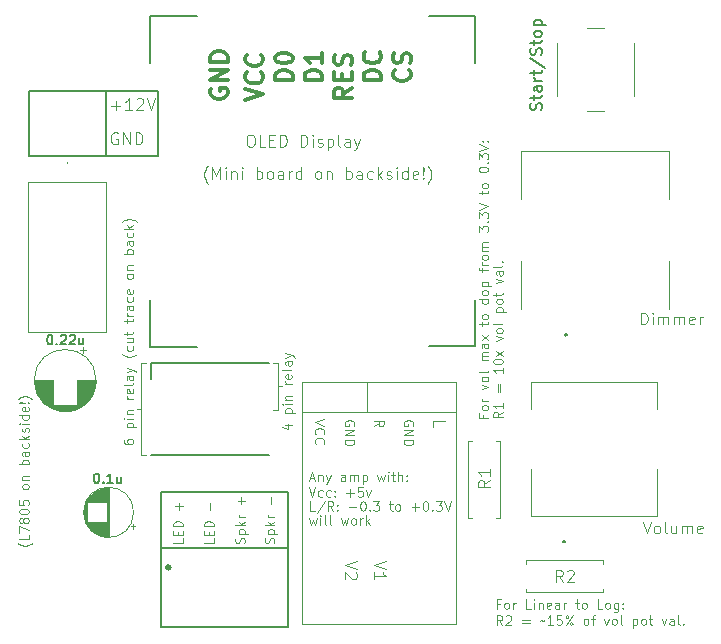
<source format=gbr>
%TF.GenerationSoftware,KiCad,Pcbnew,8.0.8*%
%TF.CreationDate,2025-02-02T21:03:09-08:00*%
%TF.ProjectId,D1Mini,44314d69-6e69-42e6-9b69-6361645f7063,rev?*%
%TF.SameCoordinates,Original*%
%TF.FileFunction,Legend,Top*%
%TF.FilePolarity,Positive*%
%FSLAX46Y46*%
G04 Gerber Fmt 4.6, Leading zero omitted, Abs format (unit mm)*
G04 Created by KiCad (PCBNEW 8.0.8) date 2025-02-02 21:03:09*
%MOMM*%
%LPD*%
G01*
G04 APERTURE LIST*
%ADD10C,0.200000*%
%ADD11C,0.100000*%
%ADD12C,0.300000*%
%ADD13C,0.150000*%
%ADD14C,0.120000*%
%ADD15C,0.400000*%
G04 APERTURE END LIST*
D10*
X104417096Y-47189867D02*
X104417096Y-51149987D01*
X127962971Y-51131780D02*
X131923091Y-51131780D01*
X131923091Y-47171660D02*
X131923091Y-51131780D01*
X108377216Y-51149987D02*
X104417096Y-51149987D01*
X131919045Y-27102396D02*
X131919045Y-23142276D01*
X127958925Y-23142276D02*
X131919045Y-23142276D01*
X108373170Y-23160483D02*
X104413050Y-23160483D01*
X104413050Y-27120603D02*
X104413050Y-23160483D01*
D11*
X102135283Y-59013281D02*
X102135283Y-59165662D01*
X102135283Y-59165662D02*
X102173378Y-59241853D01*
X102173378Y-59241853D02*
X102211473Y-59279948D01*
X102211473Y-59279948D02*
X102325759Y-59356138D01*
X102325759Y-59356138D02*
X102478140Y-59394234D01*
X102478140Y-59394234D02*
X102782902Y-59394234D01*
X102782902Y-59394234D02*
X102859092Y-59356138D01*
X102859092Y-59356138D02*
X102897188Y-59318043D01*
X102897188Y-59318043D02*
X102935283Y-59241853D01*
X102935283Y-59241853D02*
X102935283Y-59089472D01*
X102935283Y-59089472D02*
X102897188Y-59013281D01*
X102897188Y-59013281D02*
X102859092Y-58975186D01*
X102859092Y-58975186D02*
X102782902Y-58937091D01*
X102782902Y-58937091D02*
X102592426Y-58937091D01*
X102592426Y-58937091D02*
X102516235Y-58975186D01*
X102516235Y-58975186D02*
X102478140Y-59013281D01*
X102478140Y-59013281D02*
X102440045Y-59089472D01*
X102440045Y-59089472D02*
X102440045Y-59241853D01*
X102440045Y-59241853D02*
X102478140Y-59318043D01*
X102478140Y-59318043D02*
X102516235Y-59356138D01*
X102516235Y-59356138D02*
X102592426Y-59394234D01*
X102401949Y-57984709D02*
X103201949Y-57984709D01*
X102440045Y-57984709D02*
X102401949Y-57908519D01*
X102401949Y-57908519D02*
X102401949Y-57756138D01*
X102401949Y-57756138D02*
X102440045Y-57679947D01*
X102440045Y-57679947D02*
X102478140Y-57641852D01*
X102478140Y-57641852D02*
X102554330Y-57603757D01*
X102554330Y-57603757D02*
X102782902Y-57603757D01*
X102782902Y-57603757D02*
X102859092Y-57641852D01*
X102859092Y-57641852D02*
X102897188Y-57679947D01*
X102897188Y-57679947D02*
X102935283Y-57756138D01*
X102935283Y-57756138D02*
X102935283Y-57908519D01*
X102935283Y-57908519D02*
X102897188Y-57984709D01*
X102935283Y-57260899D02*
X102401949Y-57260899D01*
X102135283Y-57260899D02*
X102173378Y-57298995D01*
X102173378Y-57298995D02*
X102211473Y-57260899D01*
X102211473Y-57260899D02*
X102173378Y-57222804D01*
X102173378Y-57222804D02*
X102135283Y-57260899D01*
X102135283Y-57260899D02*
X102211473Y-57260899D01*
X102401949Y-56879947D02*
X102935283Y-56879947D01*
X102478140Y-56879947D02*
X102440045Y-56841852D01*
X102440045Y-56841852D02*
X102401949Y-56765662D01*
X102401949Y-56765662D02*
X102401949Y-56651376D01*
X102401949Y-56651376D02*
X102440045Y-56575185D01*
X102440045Y-56575185D02*
X102516235Y-56537090D01*
X102516235Y-56537090D02*
X102935283Y-56537090D01*
X102935283Y-55546613D02*
X102401949Y-55546613D01*
X102554330Y-55546613D02*
X102478140Y-55508518D01*
X102478140Y-55508518D02*
X102440045Y-55470423D01*
X102440045Y-55470423D02*
X102401949Y-55394232D01*
X102401949Y-55394232D02*
X102401949Y-55318042D01*
X102897188Y-54746613D02*
X102935283Y-54822804D01*
X102935283Y-54822804D02*
X102935283Y-54975185D01*
X102935283Y-54975185D02*
X102897188Y-55051375D01*
X102897188Y-55051375D02*
X102820997Y-55089471D01*
X102820997Y-55089471D02*
X102516235Y-55089471D01*
X102516235Y-55089471D02*
X102440045Y-55051375D01*
X102440045Y-55051375D02*
X102401949Y-54975185D01*
X102401949Y-54975185D02*
X102401949Y-54822804D01*
X102401949Y-54822804D02*
X102440045Y-54746613D01*
X102440045Y-54746613D02*
X102516235Y-54708518D01*
X102516235Y-54708518D02*
X102592426Y-54708518D01*
X102592426Y-54708518D02*
X102668616Y-55089471D01*
X102935283Y-54251376D02*
X102897188Y-54327566D01*
X102897188Y-54327566D02*
X102820997Y-54365661D01*
X102820997Y-54365661D02*
X102135283Y-54365661D01*
X102935283Y-53603756D02*
X102516235Y-53603756D01*
X102516235Y-53603756D02*
X102440045Y-53641851D01*
X102440045Y-53641851D02*
X102401949Y-53718042D01*
X102401949Y-53718042D02*
X102401949Y-53870423D01*
X102401949Y-53870423D02*
X102440045Y-53946613D01*
X102897188Y-53603756D02*
X102935283Y-53679947D01*
X102935283Y-53679947D02*
X102935283Y-53870423D01*
X102935283Y-53870423D02*
X102897188Y-53946613D01*
X102897188Y-53946613D02*
X102820997Y-53984709D01*
X102820997Y-53984709D02*
X102744807Y-53984709D01*
X102744807Y-53984709D02*
X102668616Y-53946613D01*
X102668616Y-53946613D02*
X102630521Y-53870423D01*
X102630521Y-53870423D02*
X102630521Y-53679947D01*
X102630521Y-53679947D02*
X102592426Y-53603756D01*
X102401949Y-53298994D02*
X102935283Y-53108518D01*
X102401949Y-52918041D02*
X102935283Y-53108518D01*
X102935283Y-53108518D02*
X103125759Y-53184708D01*
X103125759Y-53184708D02*
X103163854Y-53222803D01*
X103163854Y-53222803D02*
X103201949Y-53298994D01*
X103240045Y-51775184D02*
X103201949Y-51813279D01*
X103201949Y-51813279D02*
X103087664Y-51889470D01*
X103087664Y-51889470D02*
X103011473Y-51927565D01*
X103011473Y-51927565D02*
X102897188Y-51965660D01*
X102897188Y-51965660D02*
X102706711Y-52003755D01*
X102706711Y-52003755D02*
X102554330Y-52003755D01*
X102554330Y-52003755D02*
X102363854Y-51965660D01*
X102363854Y-51965660D02*
X102249568Y-51927565D01*
X102249568Y-51927565D02*
X102173378Y-51889470D01*
X102173378Y-51889470D02*
X102059092Y-51813279D01*
X102059092Y-51813279D02*
X102020997Y-51775184D01*
X102897188Y-51127565D02*
X102935283Y-51203756D01*
X102935283Y-51203756D02*
X102935283Y-51356137D01*
X102935283Y-51356137D02*
X102897188Y-51432327D01*
X102897188Y-51432327D02*
X102859092Y-51470422D01*
X102859092Y-51470422D02*
X102782902Y-51508518D01*
X102782902Y-51508518D02*
X102554330Y-51508518D01*
X102554330Y-51508518D02*
X102478140Y-51470422D01*
X102478140Y-51470422D02*
X102440045Y-51432327D01*
X102440045Y-51432327D02*
X102401949Y-51356137D01*
X102401949Y-51356137D02*
X102401949Y-51203756D01*
X102401949Y-51203756D02*
X102440045Y-51127565D01*
X102401949Y-50441851D02*
X102935283Y-50441851D01*
X102401949Y-50784708D02*
X102820997Y-50784708D01*
X102820997Y-50784708D02*
X102897188Y-50746613D01*
X102897188Y-50746613D02*
X102935283Y-50670423D01*
X102935283Y-50670423D02*
X102935283Y-50556137D01*
X102935283Y-50556137D02*
X102897188Y-50479946D01*
X102897188Y-50479946D02*
X102859092Y-50441851D01*
X102401949Y-50175184D02*
X102401949Y-49870422D01*
X102135283Y-50060898D02*
X102820997Y-50060898D01*
X102820997Y-50060898D02*
X102897188Y-50022803D01*
X102897188Y-50022803D02*
X102935283Y-49946613D01*
X102935283Y-49946613D02*
X102935283Y-49870422D01*
X102401949Y-49108517D02*
X102401949Y-48803755D01*
X102135283Y-48994231D02*
X102820997Y-48994231D01*
X102820997Y-48994231D02*
X102897188Y-48956136D01*
X102897188Y-48956136D02*
X102935283Y-48879946D01*
X102935283Y-48879946D02*
X102935283Y-48803755D01*
X102935283Y-48537088D02*
X102401949Y-48537088D01*
X102554330Y-48537088D02*
X102478140Y-48498993D01*
X102478140Y-48498993D02*
X102440045Y-48460898D01*
X102440045Y-48460898D02*
X102401949Y-48384707D01*
X102401949Y-48384707D02*
X102401949Y-48308517D01*
X102935283Y-47698993D02*
X102516235Y-47698993D01*
X102516235Y-47698993D02*
X102440045Y-47737088D01*
X102440045Y-47737088D02*
X102401949Y-47813279D01*
X102401949Y-47813279D02*
X102401949Y-47965660D01*
X102401949Y-47965660D02*
X102440045Y-48041850D01*
X102897188Y-47698993D02*
X102935283Y-47775184D01*
X102935283Y-47775184D02*
X102935283Y-47965660D01*
X102935283Y-47965660D02*
X102897188Y-48041850D01*
X102897188Y-48041850D02*
X102820997Y-48079946D01*
X102820997Y-48079946D02*
X102744807Y-48079946D01*
X102744807Y-48079946D02*
X102668616Y-48041850D01*
X102668616Y-48041850D02*
X102630521Y-47965660D01*
X102630521Y-47965660D02*
X102630521Y-47775184D01*
X102630521Y-47775184D02*
X102592426Y-47698993D01*
X102897188Y-46975183D02*
X102935283Y-47051374D01*
X102935283Y-47051374D02*
X102935283Y-47203755D01*
X102935283Y-47203755D02*
X102897188Y-47279945D01*
X102897188Y-47279945D02*
X102859092Y-47318040D01*
X102859092Y-47318040D02*
X102782902Y-47356136D01*
X102782902Y-47356136D02*
X102554330Y-47356136D01*
X102554330Y-47356136D02*
X102478140Y-47318040D01*
X102478140Y-47318040D02*
X102440045Y-47279945D01*
X102440045Y-47279945D02*
X102401949Y-47203755D01*
X102401949Y-47203755D02*
X102401949Y-47051374D01*
X102401949Y-47051374D02*
X102440045Y-46975183D01*
X102897188Y-46327564D02*
X102935283Y-46403755D01*
X102935283Y-46403755D02*
X102935283Y-46556136D01*
X102935283Y-46556136D02*
X102897188Y-46632326D01*
X102897188Y-46632326D02*
X102820997Y-46670422D01*
X102820997Y-46670422D02*
X102516235Y-46670422D01*
X102516235Y-46670422D02*
X102440045Y-46632326D01*
X102440045Y-46632326D02*
X102401949Y-46556136D01*
X102401949Y-46556136D02*
X102401949Y-46403755D01*
X102401949Y-46403755D02*
X102440045Y-46327564D01*
X102440045Y-46327564D02*
X102516235Y-46289469D01*
X102516235Y-46289469D02*
X102592426Y-46289469D01*
X102592426Y-46289469D02*
X102668616Y-46670422D01*
X102935283Y-45222803D02*
X102897188Y-45298993D01*
X102897188Y-45298993D02*
X102859092Y-45337088D01*
X102859092Y-45337088D02*
X102782902Y-45375184D01*
X102782902Y-45375184D02*
X102554330Y-45375184D01*
X102554330Y-45375184D02*
X102478140Y-45337088D01*
X102478140Y-45337088D02*
X102440045Y-45298993D01*
X102440045Y-45298993D02*
X102401949Y-45222803D01*
X102401949Y-45222803D02*
X102401949Y-45108517D01*
X102401949Y-45108517D02*
X102440045Y-45032326D01*
X102440045Y-45032326D02*
X102478140Y-44994231D01*
X102478140Y-44994231D02*
X102554330Y-44956136D01*
X102554330Y-44956136D02*
X102782902Y-44956136D01*
X102782902Y-44956136D02*
X102859092Y-44994231D01*
X102859092Y-44994231D02*
X102897188Y-45032326D01*
X102897188Y-45032326D02*
X102935283Y-45108517D01*
X102935283Y-45108517D02*
X102935283Y-45222803D01*
X102401949Y-44613278D02*
X102935283Y-44613278D01*
X102478140Y-44613278D02*
X102440045Y-44575183D01*
X102440045Y-44575183D02*
X102401949Y-44498993D01*
X102401949Y-44498993D02*
X102401949Y-44384707D01*
X102401949Y-44384707D02*
X102440045Y-44308516D01*
X102440045Y-44308516D02*
X102516235Y-44270421D01*
X102516235Y-44270421D02*
X102935283Y-44270421D01*
X102935283Y-43279944D02*
X102135283Y-43279944D01*
X102440045Y-43279944D02*
X102401949Y-43203754D01*
X102401949Y-43203754D02*
X102401949Y-43051373D01*
X102401949Y-43051373D02*
X102440045Y-42975182D01*
X102440045Y-42975182D02*
X102478140Y-42937087D01*
X102478140Y-42937087D02*
X102554330Y-42898992D01*
X102554330Y-42898992D02*
X102782902Y-42898992D01*
X102782902Y-42898992D02*
X102859092Y-42937087D01*
X102859092Y-42937087D02*
X102897188Y-42975182D01*
X102897188Y-42975182D02*
X102935283Y-43051373D01*
X102935283Y-43051373D02*
X102935283Y-43203754D01*
X102935283Y-43203754D02*
X102897188Y-43279944D01*
X102935283Y-42213277D02*
X102516235Y-42213277D01*
X102516235Y-42213277D02*
X102440045Y-42251372D01*
X102440045Y-42251372D02*
X102401949Y-42327563D01*
X102401949Y-42327563D02*
X102401949Y-42479944D01*
X102401949Y-42479944D02*
X102440045Y-42556134D01*
X102897188Y-42213277D02*
X102935283Y-42289468D01*
X102935283Y-42289468D02*
X102935283Y-42479944D01*
X102935283Y-42479944D02*
X102897188Y-42556134D01*
X102897188Y-42556134D02*
X102820997Y-42594230D01*
X102820997Y-42594230D02*
X102744807Y-42594230D01*
X102744807Y-42594230D02*
X102668616Y-42556134D01*
X102668616Y-42556134D02*
X102630521Y-42479944D01*
X102630521Y-42479944D02*
X102630521Y-42289468D01*
X102630521Y-42289468D02*
X102592426Y-42213277D01*
X102897188Y-41489467D02*
X102935283Y-41565658D01*
X102935283Y-41565658D02*
X102935283Y-41718039D01*
X102935283Y-41718039D02*
X102897188Y-41794229D01*
X102897188Y-41794229D02*
X102859092Y-41832324D01*
X102859092Y-41832324D02*
X102782902Y-41870420D01*
X102782902Y-41870420D02*
X102554330Y-41870420D01*
X102554330Y-41870420D02*
X102478140Y-41832324D01*
X102478140Y-41832324D02*
X102440045Y-41794229D01*
X102440045Y-41794229D02*
X102401949Y-41718039D01*
X102401949Y-41718039D02*
X102401949Y-41565658D01*
X102401949Y-41565658D02*
X102440045Y-41489467D01*
X102935283Y-41146610D02*
X102135283Y-41146610D01*
X102630521Y-41070420D02*
X102935283Y-40841848D01*
X102401949Y-40841848D02*
X102706711Y-41146610D01*
X103240045Y-40575182D02*
X103201949Y-40537087D01*
X103201949Y-40537087D02*
X103087664Y-40460896D01*
X103087664Y-40460896D02*
X103011473Y-40422801D01*
X103011473Y-40422801D02*
X102897188Y-40384706D01*
X102897188Y-40384706D02*
X102706711Y-40346610D01*
X102706711Y-40346610D02*
X102554330Y-40346610D01*
X102554330Y-40346610D02*
X102363854Y-40384706D01*
X102363854Y-40384706D02*
X102249568Y-40422801D01*
X102249568Y-40422801D02*
X102173378Y-40460896D01*
X102173378Y-40460896D02*
X102059092Y-40537087D01*
X102059092Y-40537087D02*
X102020997Y-40575182D01*
X103584611Y-56400000D02*
X103300673Y-56400000D01*
X103595153Y-60328437D02*
X104034611Y-60328437D01*
X103584611Y-52529707D02*
X103584611Y-60328437D01*
X103584611Y-52529707D02*
X104034611Y-52529707D01*
X112807777Y-33203782D02*
X112998253Y-33203782D01*
X112998253Y-33203782D02*
X113093491Y-33251401D01*
X113093491Y-33251401D02*
X113188729Y-33346639D01*
X113188729Y-33346639D02*
X113236348Y-33537115D01*
X113236348Y-33537115D02*
X113236348Y-33870448D01*
X113236348Y-33870448D02*
X113188729Y-34060924D01*
X113188729Y-34060924D02*
X113093491Y-34156163D01*
X113093491Y-34156163D02*
X112998253Y-34203782D01*
X112998253Y-34203782D02*
X112807777Y-34203782D01*
X112807777Y-34203782D02*
X112712539Y-34156163D01*
X112712539Y-34156163D02*
X112617301Y-34060924D01*
X112617301Y-34060924D02*
X112569682Y-33870448D01*
X112569682Y-33870448D02*
X112569682Y-33537115D01*
X112569682Y-33537115D02*
X112617301Y-33346639D01*
X112617301Y-33346639D02*
X112712539Y-33251401D01*
X112712539Y-33251401D02*
X112807777Y-33203782D01*
X114141110Y-34203782D02*
X113664920Y-34203782D01*
X113664920Y-34203782D02*
X113664920Y-33203782D01*
X114474444Y-33679972D02*
X114807777Y-33679972D01*
X114950634Y-34203782D02*
X114474444Y-34203782D01*
X114474444Y-34203782D02*
X114474444Y-33203782D01*
X114474444Y-33203782D02*
X114950634Y-33203782D01*
X115379206Y-34203782D02*
X115379206Y-33203782D01*
X115379206Y-33203782D02*
X115617301Y-33203782D01*
X115617301Y-33203782D02*
X115760158Y-33251401D01*
X115760158Y-33251401D02*
X115855396Y-33346639D01*
X115855396Y-33346639D02*
X115903015Y-33441877D01*
X115903015Y-33441877D02*
X115950634Y-33632353D01*
X115950634Y-33632353D02*
X115950634Y-33775210D01*
X115950634Y-33775210D02*
X115903015Y-33965686D01*
X115903015Y-33965686D02*
X115855396Y-34060924D01*
X115855396Y-34060924D02*
X115760158Y-34156163D01*
X115760158Y-34156163D02*
X115617301Y-34203782D01*
X115617301Y-34203782D02*
X115379206Y-34203782D01*
X117141111Y-34203782D02*
X117141111Y-33203782D01*
X117141111Y-33203782D02*
X117379206Y-33203782D01*
X117379206Y-33203782D02*
X117522063Y-33251401D01*
X117522063Y-33251401D02*
X117617301Y-33346639D01*
X117617301Y-33346639D02*
X117664920Y-33441877D01*
X117664920Y-33441877D02*
X117712539Y-33632353D01*
X117712539Y-33632353D02*
X117712539Y-33775210D01*
X117712539Y-33775210D02*
X117664920Y-33965686D01*
X117664920Y-33965686D02*
X117617301Y-34060924D01*
X117617301Y-34060924D02*
X117522063Y-34156163D01*
X117522063Y-34156163D02*
X117379206Y-34203782D01*
X117379206Y-34203782D02*
X117141111Y-34203782D01*
X118141111Y-34203782D02*
X118141111Y-33537115D01*
X118141111Y-33203782D02*
X118093492Y-33251401D01*
X118093492Y-33251401D02*
X118141111Y-33299020D01*
X118141111Y-33299020D02*
X118188730Y-33251401D01*
X118188730Y-33251401D02*
X118141111Y-33203782D01*
X118141111Y-33203782D02*
X118141111Y-33299020D01*
X118569682Y-34156163D02*
X118664920Y-34203782D01*
X118664920Y-34203782D02*
X118855396Y-34203782D01*
X118855396Y-34203782D02*
X118950634Y-34156163D01*
X118950634Y-34156163D02*
X118998253Y-34060924D01*
X118998253Y-34060924D02*
X118998253Y-34013305D01*
X118998253Y-34013305D02*
X118950634Y-33918067D01*
X118950634Y-33918067D02*
X118855396Y-33870448D01*
X118855396Y-33870448D02*
X118712539Y-33870448D01*
X118712539Y-33870448D02*
X118617301Y-33822829D01*
X118617301Y-33822829D02*
X118569682Y-33727591D01*
X118569682Y-33727591D02*
X118569682Y-33679972D01*
X118569682Y-33679972D02*
X118617301Y-33584734D01*
X118617301Y-33584734D02*
X118712539Y-33537115D01*
X118712539Y-33537115D02*
X118855396Y-33537115D01*
X118855396Y-33537115D02*
X118950634Y-33584734D01*
X119426825Y-33537115D02*
X119426825Y-34537115D01*
X119426825Y-33584734D02*
X119522063Y-33537115D01*
X119522063Y-33537115D02*
X119712539Y-33537115D01*
X119712539Y-33537115D02*
X119807777Y-33584734D01*
X119807777Y-33584734D02*
X119855396Y-33632353D01*
X119855396Y-33632353D02*
X119903015Y-33727591D01*
X119903015Y-33727591D02*
X119903015Y-34013305D01*
X119903015Y-34013305D02*
X119855396Y-34108543D01*
X119855396Y-34108543D02*
X119807777Y-34156163D01*
X119807777Y-34156163D02*
X119712539Y-34203782D01*
X119712539Y-34203782D02*
X119522063Y-34203782D01*
X119522063Y-34203782D02*
X119426825Y-34156163D01*
X120474444Y-34203782D02*
X120379206Y-34156163D01*
X120379206Y-34156163D02*
X120331587Y-34060924D01*
X120331587Y-34060924D02*
X120331587Y-33203782D01*
X121283968Y-34203782D02*
X121283968Y-33679972D01*
X121283968Y-33679972D02*
X121236349Y-33584734D01*
X121236349Y-33584734D02*
X121141111Y-33537115D01*
X121141111Y-33537115D02*
X120950635Y-33537115D01*
X120950635Y-33537115D02*
X120855397Y-33584734D01*
X121283968Y-34156163D02*
X121188730Y-34203782D01*
X121188730Y-34203782D02*
X120950635Y-34203782D01*
X120950635Y-34203782D02*
X120855397Y-34156163D01*
X120855397Y-34156163D02*
X120807778Y-34060924D01*
X120807778Y-34060924D02*
X120807778Y-33965686D01*
X120807778Y-33965686D02*
X120855397Y-33870448D01*
X120855397Y-33870448D02*
X120950635Y-33822829D01*
X120950635Y-33822829D02*
X121188730Y-33822829D01*
X121188730Y-33822829D02*
X121283968Y-33775210D01*
X121664921Y-33537115D02*
X121903016Y-34203782D01*
X122141111Y-33537115D02*
X121903016Y-34203782D01*
X121903016Y-34203782D02*
X121807778Y-34441877D01*
X121807778Y-34441877D02*
X121760159Y-34489496D01*
X121760159Y-34489496D02*
X121664921Y-34537115D01*
D10*
X105068518Y-34968114D02*
X100619451Y-34968114D01*
X105068518Y-29496675D02*
X105068518Y-34876976D01*
X100619451Y-29488114D02*
X105068518Y-29488114D01*
D11*
X101627693Y-33059612D02*
X101532455Y-33011993D01*
X101532455Y-33011993D02*
X101389598Y-33011993D01*
X101389598Y-33011993D02*
X101246741Y-33059612D01*
X101246741Y-33059612D02*
X101151503Y-33154850D01*
X101151503Y-33154850D02*
X101103884Y-33250088D01*
X101103884Y-33250088D02*
X101056265Y-33440564D01*
X101056265Y-33440564D02*
X101056265Y-33583421D01*
X101056265Y-33583421D02*
X101103884Y-33773897D01*
X101103884Y-33773897D02*
X101151503Y-33869135D01*
X101151503Y-33869135D02*
X101246741Y-33964374D01*
X101246741Y-33964374D02*
X101389598Y-34011993D01*
X101389598Y-34011993D02*
X101484836Y-34011993D01*
X101484836Y-34011993D02*
X101627693Y-33964374D01*
X101627693Y-33964374D02*
X101675312Y-33916754D01*
X101675312Y-33916754D02*
X101675312Y-33583421D01*
X101675312Y-33583421D02*
X101484836Y-33583421D01*
X102103884Y-34011993D02*
X102103884Y-33011993D01*
X102103884Y-33011993D02*
X102675312Y-34011993D01*
X102675312Y-34011993D02*
X102675312Y-33011993D01*
X103151503Y-34011993D02*
X103151503Y-33011993D01*
X103151503Y-33011993D02*
X103389598Y-33011993D01*
X103389598Y-33011993D02*
X103532455Y-33059612D01*
X103532455Y-33059612D02*
X103627693Y-33154850D01*
X103627693Y-33154850D02*
X103675312Y-33250088D01*
X103675312Y-33250088D02*
X103722931Y-33440564D01*
X103722931Y-33440564D02*
X103722931Y-33583421D01*
X103722931Y-33583421D02*
X103675312Y-33773897D01*
X103675312Y-33773897D02*
X103627693Y-33869135D01*
X103627693Y-33869135D02*
X103532455Y-33964374D01*
X103532455Y-33964374D02*
X103389598Y-34011993D01*
X103389598Y-34011993D02*
X103151503Y-34011993D01*
X101103884Y-30736056D02*
X101865789Y-30736056D01*
X101484836Y-31117009D02*
X101484836Y-30355104D01*
X102865788Y-31117009D02*
X102294360Y-31117009D01*
X102580074Y-31117009D02*
X102580074Y-30117009D01*
X102580074Y-30117009D02*
X102484836Y-30259866D01*
X102484836Y-30259866D02*
X102389598Y-30355104D01*
X102389598Y-30355104D02*
X102294360Y-30402723D01*
X103246741Y-30212247D02*
X103294360Y-30164628D01*
X103294360Y-30164628D02*
X103389598Y-30117009D01*
X103389598Y-30117009D02*
X103627693Y-30117009D01*
X103627693Y-30117009D02*
X103722931Y-30164628D01*
X103722931Y-30164628D02*
X103770550Y-30212247D01*
X103770550Y-30212247D02*
X103818169Y-30307485D01*
X103818169Y-30307485D02*
X103818169Y-30402723D01*
X103818169Y-30402723D02*
X103770550Y-30545580D01*
X103770550Y-30545580D02*
X103199122Y-31117009D01*
X103199122Y-31117009D02*
X103818169Y-31117009D01*
X104103884Y-30117009D02*
X104437217Y-31117009D01*
X104437217Y-31117009D02*
X104770550Y-30117009D01*
X133145821Y-62466718D02*
X132669630Y-62800051D01*
X133145821Y-63038146D02*
X132145821Y-63038146D01*
X132145821Y-63038146D02*
X132145821Y-62657194D01*
X132145821Y-62657194D02*
X132193440Y-62561956D01*
X132193440Y-62561956D02*
X132241059Y-62514337D01*
X132241059Y-62514337D02*
X132336297Y-62466718D01*
X132336297Y-62466718D02*
X132479154Y-62466718D01*
X132479154Y-62466718D02*
X132574392Y-62514337D01*
X132574392Y-62514337D02*
X132622011Y-62561956D01*
X132622011Y-62561956D02*
X132669630Y-62657194D01*
X132669630Y-62657194D02*
X132669630Y-63038146D01*
X133145821Y-61514337D02*
X133145821Y-62085765D01*
X133145821Y-61800051D02*
X132145821Y-61800051D01*
X132145821Y-61800051D02*
X132288678Y-61895289D01*
X132288678Y-61895289D02*
X132383916Y-61990527D01*
X132383916Y-61990527D02*
X132431535Y-62085765D01*
X139322302Y-71055606D02*
X138988969Y-70579415D01*
X138750874Y-71055606D02*
X138750874Y-70055606D01*
X138750874Y-70055606D02*
X139131826Y-70055606D01*
X139131826Y-70055606D02*
X139227064Y-70103225D01*
X139227064Y-70103225D02*
X139274683Y-70150844D01*
X139274683Y-70150844D02*
X139322302Y-70246082D01*
X139322302Y-70246082D02*
X139322302Y-70388939D01*
X139322302Y-70388939D02*
X139274683Y-70484177D01*
X139274683Y-70484177D02*
X139227064Y-70531796D01*
X139227064Y-70531796D02*
X139131826Y-70579415D01*
X139131826Y-70579415D02*
X138750874Y-70579415D01*
X139703255Y-70150844D02*
X139750874Y-70103225D01*
X139750874Y-70103225D02*
X139846112Y-70055606D01*
X139846112Y-70055606D02*
X140084207Y-70055606D01*
X140084207Y-70055606D02*
X140179445Y-70103225D01*
X140179445Y-70103225D02*
X140227064Y-70150844D01*
X140227064Y-70150844D02*
X140274683Y-70246082D01*
X140274683Y-70246082D02*
X140274683Y-70341320D01*
X140274683Y-70341320D02*
X140227064Y-70484177D01*
X140227064Y-70484177D02*
X139655636Y-71055606D01*
X139655636Y-71055606D02*
X140274683Y-71055606D01*
X117880074Y-65670221D02*
X118032455Y-66203555D01*
X118032455Y-66203555D02*
X118184836Y-65822602D01*
X118184836Y-65822602D02*
X118337217Y-66203555D01*
X118337217Y-66203555D02*
X118489598Y-65670221D01*
X118794360Y-66203555D02*
X118794360Y-65670221D01*
X118794360Y-65403555D02*
X118756264Y-65441650D01*
X118756264Y-65441650D02*
X118794360Y-65479745D01*
X118794360Y-65479745D02*
X118832455Y-65441650D01*
X118832455Y-65441650D02*
X118794360Y-65403555D01*
X118794360Y-65403555D02*
X118794360Y-65479745D01*
X119289597Y-66203555D02*
X119213407Y-66165460D01*
X119213407Y-66165460D02*
X119175312Y-66089269D01*
X119175312Y-66089269D02*
X119175312Y-65403555D01*
X119708645Y-66203555D02*
X119632455Y-66165460D01*
X119632455Y-66165460D02*
X119594360Y-66089269D01*
X119594360Y-66089269D02*
X119594360Y-65403555D01*
X120546741Y-65670221D02*
X120699122Y-66203555D01*
X120699122Y-66203555D02*
X120851503Y-65822602D01*
X120851503Y-65822602D02*
X121003884Y-66203555D01*
X121003884Y-66203555D02*
X121156265Y-65670221D01*
X121575312Y-66203555D02*
X121499122Y-66165460D01*
X121499122Y-66165460D02*
X121461027Y-66127364D01*
X121461027Y-66127364D02*
X121422931Y-66051174D01*
X121422931Y-66051174D02*
X121422931Y-65822602D01*
X121422931Y-65822602D02*
X121461027Y-65746412D01*
X121461027Y-65746412D02*
X121499122Y-65708317D01*
X121499122Y-65708317D02*
X121575312Y-65670221D01*
X121575312Y-65670221D02*
X121689598Y-65670221D01*
X121689598Y-65670221D02*
X121765789Y-65708317D01*
X121765789Y-65708317D02*
X121803884Y-65746412D01*
X121803884Y-65746412D02*
X121841979Y-65822602D01*
X121841979Y-65822602D02*
X121841979Y-66051174D01*
X121841979Y-66051174D02*
X121803884Y-66127364D01*
X121803884Y-66127364D02*
X121765789Y-66165460D01*
X121765789Y-66165460D02*
X121689598Y-66203555D01*
X121689598Y-66203555D02*
X121575312Y-66203555D01*
X122184837Y-66203555D02*
X122184837Y-65670221D01*
X122184837Y-65822602D02*
X122222932Y-65746412D01*
X122222932Y-65746412D02*
X122261027Y-65708317D01*
X122261027Y-65708317D02*
X122337218Y-65670221D01*
X122337218Y-65670221D02*
X122413408Y-65670221D01*
X122680075Y-66203555D02*
X122680075Y-65403555D01*
X122756265Y-65898793D02*
X122984837Y-66203555D01*
X122984837Y-65670221D02*
X122680075Y-65974983D01*
X118337217Y-65030642D02*
X117956265Y-65030642D01*
X117956265Y-65030642D02*
X117956265Y-64230642D01*
X119175312Y-64192547D02*
X118489598Y-65221118D01*
X119899122Y-65030642D02*
X119632455Y-64649689D01*
X119441979Y-65030642D02*
X119441979Y-64230642D01*
X119441979Y-64230642D02*
X119746741Y-64230642D01*
X119746741Y-64230642D02*
X119822931Y-64268737D01*
X119822931Y-64268737D02*
X119861026Y-64306832D01*
X119861026Y-64306832D02*
X119899122Y-64383023D01*
X119899122Y-64383023D02*
X119899122Y-64497308D01*
X119899122Y-64497308D02*
X119861026Y-64573499D01*
X119861026Y-64573499D02*
X119822931Y-64611594D01*
X119822931Y-64611594D02*
X119746741Y-64649689D01*
X119746741Y-64649689D02*
X119441979Y-64649689D01*
X120241979Y-64954451D02*
X120280074Y-64992547D01*
X120280074Y-64992547D02*
X120241979Y-65030642D01*
X120241979Y-65030642D02*
X120203883Y-64992547D01*
X120203883Y-64992547D02*
X120241979Y-64954451D01*
X120241979Y-64954451D02*
X120241979Y-65030642D01*
X120241979Y-64535404D02*
X120280074Y-64573499D01*
X120280074Y-64573499D02*
X120241979Y-64611594D01*
X120241979Y-64611594D02*
X120203883Y-64573499D01*
X120203883Y-64573499D02*
X120241979Y-64535404D01*
X120241979Y-64535404D02*
X120241979Y-64611594D01*
X121232455Y-64725880D02*
X121841979Y-64725880D01*
X122375312Y-64230642D02*
X122451502Y-64230642D01*
X122451502Y-64230642D02*
X122527693Y-64268737D01*
X122527693Y-64268737D02*
X122565788Y-64306832D01*
X122565788Y-64306832D02*
X122603883Y-64383023D01*
X122603883Y-64383023D02*
X122641978Y-64535404D01*
X122641978Y-64535404D02*
X122641978Y-64725880D01*
X122641978Y-64725880D02*
X122603883Y-64878261D01*
X122603883Y-64878261D02*
X122565788Y-64954451D01*
X122565788Y-64954451D02*
X122527693Y-64992547D01*
X122527693Y-64992547D02*
X122451502Y-65030642D01*
X122451502Y-65030642D02*
X122375312Y-65030642D01*
X122375312Y-65030642D02*
X122299121Y-64992547D01*
X122299121Y-64992547D02*
X122261026Y-64954451D01*
X122261026Y-64954451D02*
X122222931Y-64878261D01*
X122222931Y-64878261D02*
X122184835Y-64725880D01*
X122184835Y-64725880D02*
X122184835Y-64535404D01*
X122184835Y-64535404D02*
X122222931Y-64383023D01*
X122222931Y-64383023D02*
X122261026Y-64306832D01*
X122261026Y-64306832D02*
X122299121Y-64268737D01*
X122299121Y-64268737D02*
X122375312Y-64230642D01*
X122984836Y-64954451D02*
X123022931Y-64992547D01*
X123022931Y-64992547D02*
X122984836Y-65030642D01*
X122984836Y-65030642D02*
X122946740Y-64992547D01*
X122946740Y-64992547D02*
X122984836Y-64954451D01*
X122984836Y-64954451D02*
X122984836Y-65030642D01*
X123289597Y-64230642D02*
X123784835Y-64230642D01*
X123784835Y-64230642D02*
X123518169Y-64535404D01*
X123518169Y-64535404D02*
X123632454Y-64535404D01*
X123632454Y-64535404D02*
X123708645Y-64573499D01*
X123708645Y-64573499D02*
X123746740Y-64611594D01*
X123746740Y-64611594D02*
X123784835Y-64687785D01*
X123784835Y-64687785D02*
X123784835Y-64878261D01*
X123784835Y-64878261D02*
X123746740Y-64954451D01*
X123746740Y-64954451D02*
X123708645Y-64992547D01*
X123708645Y-64992547D02*
X123632454Y-65030642D01*
X123632454Y-65030642D02*
X123403883Y-65030642D01*
X123403883Y-65030642D02*
X123327692Y-64992547D01*
X123327692Y-64992547D02*
X123289597Y-64954451D01*
X124622931Y-64497308D02*
X124927693Y-64497308D01*
X124737217Y-64230642D02*
X124737217Y-64916356D01*
X124737217Y-64916356D02*
X124775312Y-64992547D01*
X124775312Y-64992547D02*
X124851502Y-65030642D01*
X124851502Y-65030642D02*
X124927693Y-65030642D01*
X125308645Y-65030642D02*
X125232455Y-64992547D01*
X125232455Y-64992547D02*
X125194360Y-64954451D01*
X125194360Y-64954451D02*
X125156264Y-64878261D01*
X125156264Y-64878261D02*
X125156264Y-64649689D01*
X125156264Y-64649689D02*
X125194360Y-64573499D01*
X125194360Y-64573499D02*
X125232455Y-64535404D01*
X125232455Y-64535404D02*
X125308645Y-64497308D01*
X125308645Y-64497308D02*
X125422931Y-64497308D01*
X125422931Y-64497308D02*
X125499122Y-64535404D01*
X125499122Y-64535404D02*
X125537217Y-64573499D01*
X125537217Y-64573499D02*
X125575312Y-64649689D01*
X125575312Y-64649689D02*
X125575312Y-64878261D01*
X125575312Y-64878261D02*
X125537217Y-64954451D01*
X125537217Y-64954451D02*
X125499122Y-64992547D01*
X125499122Y-64992547D02*
X125422931Y-65030642D01*
X125422931Y-65030642D02*
X125308645Y-65030642D01*
X126527694Y-64725880D02*
X127137218Y-64725880D01*
X126832456Y-65030642D02*
X126832456Y-64421118D01*
X127670551Y-64230642D02*
X127746741Y-64230642D01*
X127746741Y-64230642D02*
X127822932Y-64268737D01*
X127822932Y-64268737D02*
X127861027Y-64306832D01*
X127861027Y-64306832D02*
X127899122Y-64383023D01*
X127899122Y-64383023D02*
X127937217Y-64535404D01*
X127937217Y-64535404D02*
X127937217Y-64725880D01*
X127937217Y-64725880D02*
X127899122Y-64878261D01*
X127899122Y-64878261D02*
X127861027Y-64954451D01*
X127861027Y-64954451D02*
X127822932Y-64992547D01*
X127822932Y-64992547D02*
X127746741Y-65030642D01*
X127746741Y-65030642D02*
X127670551Y-65030642D01*
X127670551Y-65030642D02*
X127594360Y-64992547D01*
X127594360Y-64992547D02*
X127556265Y-64954451D01*
X127556265Y-64954451D02*
X127518170Y-64878261D01*
X127518170Y-64878261D02*
X127480074Y-64725880D01*
X127480074Y-64725880D02*
X127480074Y-64535404D01*
X127480074Y-64535404D02*
X127518170Y-64383023D01*
X127518170Y-64383023D02*
X127556265Y-64306832D01*
X127556265Y-64306832D02*
X127594360Y-64268737D01*
X127594360Y-64268737D02*
X127670551Y-64230642D01*
X128280075Y-64954451D02*
X128318170Y-64992547D01*
X128318170Y-64992547D02*
X128280075Y-65030642D01*
X128280075Y-65030642D02*
X128241979Y-64992547D01*
X128241979Y-64992547D02*
X128280075Y-64954451D01*
X128280075Y-64954451D02*
X128280075Y-65030642D01*
X128584836Y-64230642D02*
X129080074Y-64230642D01*
X129080074Y-64230642D02*
X128813408Y-64535404D01*
X128813408Y-64535404D02*
X128927693Y-64535404D01*
X128927693Y-64535404D02*
X129003884Y-64573499D01*
X129003884Y-64573499D02*
X129041979Y-64611594D01*
X129041979Y-64611594D02*
X129080074Y-64687785D01*
X129080074Y-64687785D02*
X129080074Y-64878261D01*
X129080074Y-64878261D02*
X129041979Y-64954451D01*
X129041979Y-64954451D02*
X129003884Y-64992547D01*
X129003884Y-64992547D02*
X128927693Y-65030642D01*
X128927693Y-65030642D02*
X128699122Y-65030642D01*
X128699122Y-65030642D02*
X128622931Y-64992547D01*
X128622931Y-64992547D02*
X128584836Y-64954451D01*
X129308646Y-64230642D02*
X129575313Y-65030642D01*
X129575313Y-65030642D02*
X129841979Y-64230642D01*
X117841979Y-63046117D02*
X118108646Y-63846117D01*
X118108646Y-63846117D02*
X118375312Y-63046117D01*
X118984836Y-63808022D02*
X118908645Y-63846117D01*
X118908645Y-63846117D02*
X118756264Y-63846117D01*
X118756264Y-63846117D02*
X118680074Y-63808022D01*
X118680074Y-63808022D02*
X118641979Y-63769926D01*
X118641979Y-63769926D02*
X118603883Y-63693736D01*
X118603883Y-63693736D02*
X118603883Y-63465164D01*
X118603883Y-63465164D02*
X118641979Y-63388974D01*
X118641979Y-63388974D02*
X118680074Y-63350879D01*
X118680074Y-63350879D02*
X118756264Y-63312783D01*
X118756264Y-63312783D02*
X118908645Y-63312783D01*
X118908645Y-63312783D02*
X118984836Y-63350879D01*
X119670550Y-63808022D02*
X119594359Y-63846117D01*
X119594359Y-63846117D02*
X119441978Y-63846117D01*
X119441978Y-63846117D02*
X119365788Y-63808022D01*
X119365788Y-63808022D02*
X119327693Y-63769926D01*
X119327693Y-63769926D02*
X119289597Y-63693736D01*
X119289597Y-63693736D02*
X119289597Y-63465164D01*
X119289597Y-63465164D02*
X119327693Y-63388974D01*
X119327693Y-63388974D02*
X119365788Y-63350879D01*
X119365788Y-63350879D02*
X119441978Y-63312783D01*
X119441978Y-63312783D02*
X119594359Y-63312783D01*
X119594359Y-63312783D02*
X119670550Y-63350879D01*
X120013407Y-63769926D02*
X120051502Y-63808022D01*
X120051502Y-63808022D02*
X120013407Y-63846117D01*
X120013407Y-63846117D02*
X119975311Y-63808022D01*
X119975311Y-63808022D02*
X120013407Y-63769926D01*
X120013407Y-63769926D02*
X120013407Y-63846117D01*
X120013407Y-63350879D02*
X120051502Y-63388974D01*
X120051502Y-63388974D02*
X120013407Y-63427069D01*
X120013407Y-63427069D02*
X119975311Y-63388974D01*
X119975311Y-63388974D02*
X120013407Y-63350879D01*
X120013407Y-63350879D02*
X120013407Y-63427069D01*
X121003883Y-63541355D02*
X121613407Y-63541355D01*
X121308645Y-63846117D02*
X121308645Y-63236593D01*
X122375311Y-63046117D02*
X121994359Y-63046117D01*
X121994359Y-63046117D02*
X121956263Y-63427069D01*
X121956263Y-63427069D02*
X121994359Y-63388974D01*
X121994359Y-63388974D02*
X122070549Y-63350879D01*
X122070549Y-63350879D02*
X122261025Y-63350879D01*
X122261025Y-63350879D02*
X122337216Y-63388974D01*
X122337216Y-63388974D02*
X122375311Y-63427069D01*
X122375311Y-63427069D02*
X122413406Y-63503260D01*
X122413406Y-63503260D02*
X122413406Y-63693736D01*
X122413406Y-63693736D02*
X122375311Y-63769926D01*
X122375311Y-63769926D02*
X122337216Y-63808022D01*
X122337216Y-63808022D02*
X122261025Y-63846117D01*
X122261025Y-63846117D02*
X122070549Y-63846117D01*
X122070549Y-63846117D02*
X121994359Y-63808022D01*
X121994359Y-63808022D02*
X121956263Y-63769926D01*
X122680073Y-63312783D02*
X122870549Y-63846117D01*
X122870549Y-63846117D02*
X123061026Y-63312783D01*
X117918169Y-62287654D02*
X118299122Y-62287654D01*
X117841979Y-62516226D02*
X118108646Y-61716226D01*
X118108646Y-61716226D02*
X118375312Y-62516226D01*
X118641979Y-61982892D02*
X118641979Y-62516226D01*
X118641979Y-62059083D02*
X118680074Y-62020988D01*
X118680074Y-62020988D02*
X118756264Y-61982892D01*
X118756264Y-61982892D02*
X118870550Y-61982892D01*
X118870550Y-61982892D02*
X118946741Y-62020988D01*
X118946741Y-62020988D02*
X118984836Y-62097178D01*
X118984836Y-62097178D02*
X118984836Y-62516226D01*
X119289598Y-61982892D02*
X119480074Y-62516226D01*
X119670551Y-61982892D02*
X119480074Y-62516226D01*
X119480074Y-62516226D02*
X119403884Y-62706702D01*
X119403884Y-62706702D02*
X119365789Y-62744797D01*
X119365789Y-62744797D02*
X119289598Y-62782892D01*
X120927694Y-62516226D02*
X120927694Y-62097178D01*
X120927694Y-62097178D02*
X120889599Y-62020988D01*
X120889599Y-62020988D02*
X120813408Y-61982892D01*
X120813408Y-61982892D02*
X120661027Y-61982892D01*
X120661027Y-61982892D02*
X120584837Y-62020988D01*
X120927694Y-62478131D02*
X120851503Y-62516226D01*
X120851503Y-62516226D02*
X120661027Y-62516226D01*
X120661027Y-62516226D02*
X120584837Y-62478131D01*
X120584837Y-62478131D02*
X120546741Y-62401940D01*
X120546741Y-62401940D02*
X120546741Y-62325750D01*
X120546741Y-62325750D02*
X120584837Y-62249559D01*
X120584837Y-62249559D02*
X120661027Y-62211464D01*
X120661027Y-62211464D02*
X120851503Y-62211464D01*
X120851503Y-62211464D02*
X120927694Y-62173369D01*
X121308647Y-62516226D02*
X121308647Y-61982892D01*
X121308647Y-62059083D02*
X121346742Y-62020988D01*
X121346742Y-62020988D02*
X121422932Y-61982892D01*
X121422932Y-61982892D02*
X121537218Y-61982892D01*
X121537218Y-61982892D02*
X121613409Y-62020988D01*
X121613409Y-62020988D02*
X121651504Y-62097178D01*
X121651504Y-62097178D02*
X121651504Y-62516226D01*
X121651504Y-62097178D02*
X121689599Y-62020988D01*
X121689599Y-62020988D02*
X121765790Y-61982892D01*
X121765790Y-61982892D02*
X121880075Y-61982892D01*
X121880075Y-61982892D02*
X121956266Y-62020988D01*
X121956266Y-62020988D02*
X121994361Y-62097178D01*
X121994361Y-62097178D02*
X121994361Y-62516226D01*
X122375314Y-61982892D02*
X122375314Y-62782892D01*
X122375314Y-62020988D02*
X122451504Y-61982892D01*
X122451504Y-61982892D02*
X122603885Y-61982892D01*
X122603885Y-61982892D02*
X122680076Y-62020988D01*
X122680076Y-62020988D02*
X122718171Y-62059083D01*
X122718171Y-62059083D02*
X122756266Y-62135273D01*
X122756266Y-62135273D02*
X122756266Y-62363845D01*
X122756266Y-62363845D02*
X122718171Y-62440035D01*
X122718171Y-62440035D02*
X122680076Y-62478131D01*
X122680076Y-62478131D02*
X122603885Y-62516226D01*
X122603885Y-62516226D02*
X122451504Y-62516226D01*
X122451504Y-62516226D02*
X122375314Y-62478131D01*
X123632457Y-61982892D02*
X123784838Y-62516226D01*
X123784838Y-62516226D02*
X123937219Y-62135273D01*
X123937219Y-62135273D02*
X124089600Y-62516226D01*
X124089600Y-62516226D02*
X124241981Y-61982892D01*
X124546743Y-62516226D02*
X124546743Y-61982892D01*
X124546743Y-61716226D02*
X124508647Y-61754321D01*
X124508647Y-61754321D02*
X124546743Y-61792416D01*
X124546743Y-61792416D02*
X124584838Y-61754321D01*
X124584838Y-61754321D02*
X124546743Y-61716226D01*
X124546743Y-61716226D02*
X124546743Y-61792416D01*
X124813409Y-61982892D02*
X125118171Y-61982892D01*
X124927695Y-61716226D02*
X124927695Y-62401940D01*
X124927695Y-62401940D02*
X124965790Y-62478131D01*
X124965790Y-62478131D02*
X125041980Y-62516226D01*
X125041980Y-62516226D02*
X125118171Y-62516226D01*
X125384838Y-62516226D02*
X125384838Y-61716226D01*
X125727695Y-62516226D02*
X125727695Y-62097178D01*
X125727695Y-62097178D02*
X125689600Y-62020988D01*
X125689600Y-62020988D02*
X125613409Y-61982892D01*
X125613409Y-61982892D02*
X125499123Y-61982892D01*
X125499123Y-61982892D02*
X125422933Y-62020988D01*
X125422933Y-62020988D02*
X125384838Y-62059083D01*
X126108648Y-62440035D02*
X126146743Y-62478131D01*
X126146743Y-62478131D02*
X126108648Y-62516226D01*
X126108648Y-62516226D02*
X126070552Y-62478131D01*
X126070552Y-62478131D02*
X126108648Y-62440035D01*
X126108648Y-62440035D02*
X126108648Y-62516226D01*
X126108648Y-62020988D02*
X126146743Y-62059083D01*
X126146743Y-62059083D02*
X126108648Y-62097178D01*
X126108648Y-62097178D02*
X126070552Y-62059083D01*
X126070552Y-62059083D02*
X126108648Y-62020988D01*
X126108648Y-62020988D02*
X126108648Y-62097178D01*
X94401657Y-67776021D02*
X94363561Y-67814116D01*
X94363561Y-67814116D02*
X94249276Y-67890307D01*
X94249276Y-67890307D02*
X94173085Y-67928402D01*
X94173085Y-67928402D02*
X94058800Y-67966497D01*
X94058800Y-67966497D02*
X93868323Y-68004592D01*
X93868323Y-68004592D02*
X93715942Y-68004592D01*
X93715942Y-68004592D02*
X93525466Y-67966497D01*
X93525466Y-67966497D02*
X93411180Y-67928402D01*
X93411180Y-67928402D02*
X93334990Y-67890307D01*
X93334990Y-67890307D02*
X93220704Y-67814116D01*
X93220704Y-67814116D02*
X93182609Y-67776021D01*
X94096895Y-67090307D02*
X94096895Y-67471259D01*
X94096895Y-67471259D02*
X93296895Y-67471259D01*
X93296895Y-66899831D02*
X93296895Y-66366497D01*
X93296895Y-66366497D02*
X94096895Y-66709355D01*
X93639752Y-65947450D02*
X93601657Y-66023640D01*
X93601657Y-66023640D02*
X93563561Y-66061735D01*
X93563561Y-66061735D02*
X93487371Y-66099831D01*
X93487371Y-66099831D02*
X93449276Y-66099831D01*
X93449276Y-66099831D02*
X93373085Y-66061735D01*
X93373085Y-66061735D02*
X93334990Y-66023640D01*
X93334990Y-66023640D02*
X93296895Y-65947450D01*
X93296895Y-65947450D02*
X93296895Y-65795069D01*
X93296895Y-65795069D02*
X93334990Y-65718878D01*
X93334990Y-65718878D02*
X93373085Y-65680783D01*
X93373085Y-65680783D02*
X93449276Y-65642688D01*
X93449276Y-65642688D02*
X93487371Y-65642688D01*
X93487371Y-65642688D02*
X93563561Y-65680783D01*
X93563561Y-65680783D02*
X93601657Y-65718878D01*
X93601657Y-65718878D02*
X93639752Y-65795069D01*
X93639752Y-65795069D02*
X93639752Y-65947450D01*
X93639752Y-65947450D02*
X93677847Y-66023640D01*
X93677847Y-66023640D02*
X93715942Y-66061735D01*
X93715942Y-66061735D02*
X93792133Y-66099831D01*
X93792133Y-66099831D02*
X93944514Y-66099831D01*
X93944514Y-66099831D02*
X94020704Y-66061735D01*
X94020704Y-66061735D02*
X94058800Y-66023640D01*
X94058800Y-66023640D02*
X94096895Y-65947450D01*
X94096895Y-65947450D02*
X94096895Y-65795069D01*
X94096895Y-65795069D02*
X94058800Y-65718878D01*
X94058800Y-65718878D02*
X94020704Y-65680783D01*
X94020704Y-65680783D02*
X93944514Y-65642688D01*
X93944514Y-65642688D02*
X93792133Y-65642688D01*
X93792133Y-65642688D02*
X93715942Y-65680783D01*
X93715942Y-65680783D02*
X93677847Y-65718878D01*
X93677847Y-65718878D02*
X93639752Y-65795069D01*
X93296895Y-65147449D02*
X93296895Y-65071259D01*
X93296895Y-65071259D02*
X93334990Y-64995068D01*
X93334990Y-64995068D02*
X93373085Y-64956973D01*
X93373085Y-64956973D02*
X93449276Y-64918878D01*
X93449276Y-64918878D02*
X93601657Y-64880783D01*
X93601657Y-64880783D02*
X93792133Y-64880783D01*
X93792133Y-64880783D02*
X93944514Y-64918878D01*
X93944514Y-64918878D02*
X94020704Y-64956973D01*
X94020704Y-64956973D02*
X94058800Y-64995068D01*
X94058800Y-64995068D02*
X94096895Y-65071259D01*
X94096895Y-65071259D02*
X94096895Y-65147449D01*
X94096895Y-65147449D02*
X94058800Y-65223640D01*
X94058800Y-65223640D02*
X94020704Y-65261735D01*
X94020704Y-65261735D02*
X93944514Y-65299830D01*
X93944514Y-65299830D02*
X93792133Y-65337926D01*
X93792133Y-65337926D02*
X93601657Y-65337926D01*
X93601657Y-65337926D02*
X93449276Y-65299830D01*
X93449276Y-65299830D02*
X93373085Y-65261735D01*
X93373085Y-65261735D02*
X93334990Y-65223640D01*
X93334990Y-65223640D02*
X93296895Y-65147449D01*
X93296895Y-64156973D02*
X93296895Y-64537925D01*
X93296895Y-64537925D02*
X93677847Y-64576021D01*
X93677847Y-64576021D02*
X93639752Y-64537925D01*
X93639752Y-64537925D02*
X93601657Y-64461735D01*
X93601657Y-64461735D02*
X93601657Y-64271259D01*
X93601657Y-64271259D02*
X93639752Y-64195068D01*
X93639752Y-64195068D02*
X93677847Y-64156973D01*
X93677847Y-64156973D02*
X93754038Y-64118878D01*
X93754038Y-64118878D02*
X93944514Y-64118878D01*
X93944514Y-64118878D02*
X94020704Y-64156973D01*
X94020704Y-64156973D02*
X94058800Y-64195068D01*
X94058800Y-64195068D02*
X94096895Y-64271259D01*
X94096895Y-64271259D02*
X94096895Y-64461735D01*
X94096895Y-64461735D02*
X94058800Y-64537925D01*
X94058800Y-64537925D02*
X94020704Y-64576021D01*
X94096895Y-63052211D02*
X94058800Y-63128401D01*
X94058800Y-63128401D02*
X94020704Y-63166496D01*
X94020704Y-63166496D02*
X93944514Y-63204592D01*
X93944514Y-63204592D02*
X93715942Y-63204592D01*
X93715942Y-63204592D02*
X93639752Y-63166496D01*
X93639752Y-63166496D02*
X93601657Y-63128401D01*
X93601657Y-63128401D02*
X93563561Y-63052211D01*
X93563561Y-63052211D02*
X93563561Y-62937925D01*
X93563561Y-62937925D02*
X93601657Y-62861734D01*
X93601657Y-62861734D02*
X93639752Y-62823639D01*
X93639752Y-62823639D02*
X93715942Y-62785544D01*
X93715942Y-62785544D02*
X93944514Y-62785544D01*
X93944514Y-62785544D02*
X94020704Y-62823639D01*
X94020704Y-62823639D02*
X94058800Y-62861734D01*
X94058800Y-62861734D02*
X94096895Y-62937925D01*
X94096895Y-62937925D02*
X94096895Y-63052211D01*
X93563561Y-62442686D02*
X94096895Y-62442686D01*
X93639752Y-62442686D02*
X93601657Y-62404591D01*
X93601657Y-62404591D02*
X93563561Y-62328401D01*
X93563561Y-62328401D02*
X93563561Y-62214115D01*
X93563561Y-62214115D02*
X93601657Y-62137924D01*
X93601657Y-62137924D02*
X93677847Y-62099829D01*
X93677847Y-62099829D02*
X94096895Y-62099829D01*
X94096895Y-61109352D02*
X93296895Y-61109352D01*
X93601657Y-61109352D02*
X93563561Y-61033162D01*
X93563561Y-61033162D02*
X93563561Y-60880781D01*
X93563561Y-60880781D02*
X93601657Y-60804590D01*
X93601657Y-60804590D02*
X93639752Y-60766495D01*
X93639752Y-60766495D02*
X93715942Y-60728400D01*
X93715942Y-60728400D02*
X93944514Y-60728400D01*
X93944514Y-60728400D02*
X94020704Y-60766495D01*
X94020704Y-60766495D02*
X94058800Y-60804590D01*
X94058800Y-60804590D02*
X94096895Y-60880781D01*
X94096895Y-60880781D02*
X94096895Y-61033162D01*
X94096895Y-61033162D02*
X94058800Y-61109352D01*
X94096895Y-60042685D02*
X93677847Y-60042685D01*
X93677847Y-60042685D02*
X93601657Y-60080780D01*
X93601657Y-60080780D02*
X93563561Y-60156971D01*
X93563561Y-60156971D02*
X93563561Y-60309352D01*
X93563561Y-60309352D02*
X93601657Y-60385542D01*
X94058800Y-60042685D02*
X94096895Y-60118876D01*
X94096895Y-60118876D02*
X94096895Y-60309352D01*
X94096895Y-60309352D02*
X94058800Y-60385542D01*
X94058800Y-60385542D02*
X93982609Y-60423638D01*
X93982609Y-60423638D02*
X93906419Y-60423638D01*
X93906419Y-60423638D02*
X93830228Y-60385542D01*
X93830228Y-60385542D02*
X93792133Y-60309352D01*
X93792133Y-60309352D02*
X93792133Y-60118876D01*
X93792133Y-60118876D02*
X93754038Y-60042685D01*
X94058800Y-59318875D02*
X94096895Y-59395066D01*
X94096895Y-59395066D02*
X94096895Y-59547447D01*
X94096895Y-59547447D02*
X94058800Y-59623637D01*
X94058800Y-59623637D02*
X94020704Y-59661732D01*
X94020704Y-59661732D02*
X93944514Y-59699828D01*
X93944514Y-59699828D02*
X93715942Y-59699828D01*
X93715942Y-59699828D02*
X93639752Y-59661732D01*
X93639752Y-59661732D02*
X93601657Y-59623637D01*
X93601657Y-59623637D02*
X93563561Y-59547447D01*
X93563561Y-59547447D02*
X93563561Y-59395066D01*
X93563561Y-59395066D02*
X93601657Y-59318875D01*
X94096895Y-58976018D02*
X93296895Y-58976018D01*
X93792133Y-58899828D02*
X94096895Y-58671256D01*
X93563561Y-58671256D02*
X93868323Y-58976018D01*
X94058800Y-58366495D02*
X94096895Y-58290304D01*
X94096895Y-58290304D02*
X94096895Y-58137923D01*
X94096895Y-58137923D02*
X94058800Y-58061733D01*
X94058800Y-58061733D02*
X93982609Y-58023637D01*
X93982609Y-58023637D02*
X93944514Y-58023637D01*
X93944514Y-58023637D02*
X93868323Y-58061733D01*
X93868323Y-58061733D02*
X93830228Y-58137923D01*
X93830228Y-58137923D02*
X93830228Y-58252209D01*
X93830228Y-58252209D02*
X93792133Y-58328399D01*
X93792133Y-58328399D02*
X93715942Y-58366495D01*
X93715942Y-58366495D02*
X93677847Y-58366495D01*
X93677847Y-58366495D02*
X93601657Y-58328399D01*
X93601657Y-58328399D02*
X93563561Y-58252209D01*
X93563561Y-58252209D02*
X93563561Y-58137923D01*
X93563561Y-58137923D02*
X93601657Y-58061733D01*
X94096895Y-57680780D02*
X93563561Y-57680780D01*
X93296895Y-57680780D02*
X93334990Y-57718876D01*
X93334990Y-57718876D02*
X93373085Y-57680780D01*
X93373085Y-57680780D02*
X93334990Y-57642685D01*
X93334990Y-57642685D02*
X93296895Y-57680780D01*
X93296895Y-57680780D02*
X93373085Y-57680780D01*
X94096895Y-56956971D02*
X93296895Y-56956971D01*
X94058800Y-56956971D02*
X94096895Y-57033162D01*
X94096895Y-57033162D02*
X94096895Y-57185543D01*
X94096895Y-57185543D02*
X94058800Y-57261733D01*
X94058800Y-57261733D02*
X94020704Y-57299828D01*
X94020704Y-57299828D02*
X93944514Y-57337924D01*
X93944514Y-57337924D02*
X93715942Y-57337924D01*
X93715942Y-57337924D02*
X93639752Y-57299828D01*
X93639752Y-57299828D02*
X93601657Y-57261733D01*
X93601657Y-57261733D02*
X93563561Y-57185543D01*
X93563561Y-57185543D02*
X93563561Y-57033162D01*
X93563561Y-57033162D02*
X93601657Y-56956971D01*
X94058800Y-56271256D02*
X94096895Y-56347447D01*
X94096895Y-56347447D02*
X94096895Y-56499828D01*
X94096895Y-56499828D02*
X94058800Y-56576018D01*
X94058800Y-56576018D02*
X93982609Y-56614114D01*
X93982609Y-56614114D02*
X93677847Y-56614114D01*
X93677847Y-56614114D02*
X93601657Y-56576018D01*
X93601657Y-56576018D02*
X93563561Y-56499828D01*
X93563561Y-56499828D02*
X93563561Y-56347447D01*
X93563561Y-56347447D02*
X93601657Y-56271256D01*
X93601657Y-56271256D02*
X93677847Y-56233161D01*
X93677847Y-56233161D02*
X93754038Y-56233161D01*
X93754038Y-56233161D02*
X93830228Y-56614114D01*
X94020704Y-55890304D02*
X94058800Y-55852209D01*
X94058800Y-55852209D02*
X94096895Y-55890304D01*
X94096895Y-55890304D02*
X94058800Y-55928400D01*
X94058800Y-55928400D02*
X94020704Y-55890304D01*
X94020704Y-55890304D02*
X94096895Y-55890304D01*
X93792133Y-55890304D02*
X93334990Y-55928400D01*
X93334990Y-55928400D02*
X93296895Y-55890304D01*
X93296895Y-55890304D02*
X93334990Y-55852209D01*
X93334990Y-55852209D02*
X93792133Y-55890304D01*
X93792133Y-55890304D02*
X93296895Y-55890304D01*
X94401657Y-55585543D02*
X94363561Y-55547448D01*
X94363561Y-55547448D02*
X94249276Y-55471257D01*
X94249276Y-55471257D02*
X94173085Y-55433162D01*
X94173085Y-55433162D02*
X94058800Y-55395067D01*
X94058800Y-55395067D02*
X93868323Y-55356971D01*
X93868323Y-55356971D02*
X93715942Y-55356971D01*
X93715942Y-55356971D02*
X93525466Y-55395067D01*
X93525466Y-55395067D02*
X93411180Y-55433162D01*
X93411180Y-55433162D02*
X93334990Y-55471257D01*
X93334990Y-55471257D02*
X93220704Y-55547448D01*
X93220704Y-55547448D02*
X93182609Y-55585543D01*
X115250000Y-52508090D02*
X114800000Y-52508090D01*
X115250000Y-54484222D02*
X115533938Y-54484879D01*
X115239458Y-56470043D02*
X114800000Y-56470649D01*
X115250000Y-52508090D02*
X115250000Y-56470043D01*
X115831093Y-57778354D02*
X116364427Y-57778354D01*
X115526332Y-57968830D02*
X116097760Y-58159307D01*
X116097760Y-58159307D02*
X116097760Y-57664068D01*
X115831093Y-56749782D02*
X116631093Y-56749782D01*
X115869189Y-56749782D02*
X115831093Y-56673592D01*
X115831093Y-56673592D02*
X115831093Y-56521211D01*
X115831093Y-56521211D02*
X115869189Y-56445020D01*
X115869189Y-56445020D02*
X115907284Y-56406925D01*
X115907284Y-56406925D02*
X115983474Y-56368830D01*
X115983474Y-56368830D02*
X116212046Y-56368830D01*
X116212046Y-56368830D02*
X116288236Y-56406925D01*
X116288236Y-56406925D02*
X116326332Y-56445020D01*
X116326332Y-56445020D02*
X116364427Y-56521211D01*
X116364427Y-56521211D02*
X116364427Y-56673592D01*
X116364427Y-56673592D02*
X116326332Y-56749782D01*
X116364427Y-56025972D02*
X115831093Y-56025972D01*
X115564427Y-56025972D02*
X115602522Y-56064068D01*
X115602522Y-56064068D02*
X115640617Y-56025972D01*
X115640617Y-56025972D02*
X115602522Y-55987877D01*
X115602522Y-55987877D02*
X115564427Y-56025972D01*
X115564427Y-56025972D02*
X115640617Y-56025972D01*
X115831093Y-55645020D02*
X116364427Y-55645020D01*
X115907284Y-55645020D02*
X115869189Y-55606925D01*
X115869189Y-55606925D02*
X115831093Y-55530735D01*
X115831093Y-55530735D02*
X115831093Y-55416449D01*
X115831093Y-55416449D02*
X115869189Y-55340258D01*
X115869189Y-55340258D02*
X115945379Y-55302163D01*
X115945379Y-55302163D02*
X116364427Y-55302163D01*
X116364427Y-54311686D02*
X115831093Y-54311686D01*
X115983474Y-54311686D02*
X115907284Y-54273591D01*
X115907284Y-54273591D02*
X115869189Y-54235496D01*
X115869189Y-54235496D02*
X115831093Y-54159305D01*
X115831093Y-54159305D02*
X115831093Y-54083115D01*
X116326332Y-53511686D02*
X116364427Y-53587877D01*
X116364427Y-53587877D02*
X116364427Y-53740258D01*
X116364427Y-53740258D02*
X116326332Y-53816448D01*
X116326332Y-53816448D02*
X116250141Y-53854544D01*
X116250141Y-53854544D02*
X115945379Y-53854544D01*
X115945379Y-53854544D02*
X115869189Y-53816448D01*
X115869189Y-53816448D02*
X115831093Y-53740258D01*
X115831093Y-53740258D02*
X115831093Y-53587877D01*
X115831093Y-53587877D02*
X115869189Y-53511686D01*
X115869189Y-53511686D02*
X115945379Y-53473591D01*
X115945379Y-53473591D02*
X116021570Y-53473591D01*
X116021570Y-53473591D02*
X116097760Y-53854544D01*
X116364427Y-53016449D02*
X116326332Y-53092639D01*
X116326332Y-53092639D02*
X116250141Y-53130734D01*
X116250141Y-53130734D02*
X115564427Y-53130734D01*
X116364427Y-52368829D02*
X115945379Y-52368829D01*
X115945379Y-52368829D02*
X115869189Y-52406924D01*
X115869189Y-52406924D02*
X115831093Y-52483115D01*
X115831093Y-52483115D02*
X115831093Y-52635496D01*
X115831093Y-52635496D02*
X115869189Y-52711686D01*
X116326332Y-52368829D02*
X116364427Y-52445020D01*
X116364427Y-52445020D02*
X116364427Y-52635496D01*
X116364427Y-52635496D02*
X116326332Y-52711686D01*
X116326332Y-52711686D02*
X116250141Y-52749782D01*
X116250141Y-52749782D02*
X116173951Y-52749782D01*
X116173951Y-52749782D02*
X116097760Y-52711686D01*
X116097760Y-52711686D02*
X116059665Y-52635496D01*
X116059665Y-52635496D02*
X116059665Y-52445020D01*
X116059665Y-52445020D02*
X116021570Y-52368829D01*
X115831093Y-52064067D02*
X116364427Y-51873591D01*
X115831093Y-51683114D02*
X116364427Y-51873591D01*
X116364427Y-51873591D02*
X116554903Y-51949781D01*
X116554903Y-51949781D02*
X116592998Y-51987876D01*
X116592998Y-51987876D02*
X116631093Y-52064067D01*
X109758609Y-67362782D02*
X109758609Y-67743734D01*
X109758609Y-67743734D02*
X108958609Y-67743734D01*
X109339561Y-67096115D02*
X109339561Y-66829449D01*
X109758609Y-66715163D02*
X109758609Y-67096115D01*
X109758609Y-67096115D02*
X108958609Y-67096115D01*
X108958609Y-67096115D02*
X108958609Y-66715163D01*
X109758609Y-66372305D02*
X108958609Y-66372305D01*
X108958609Y-66372305D02*
X108958609Y-66181829D01*
X108958609Y-66181829D02*
X108996704Y-66067543D01*
X108996704Y-66067543D02*
X109072894Y-65991353D01*
X109072894Y-65991353D02*
X109149085Y-65953258D01*
X109149085Y-65953258D02*
X109301466Y-65915162D01*
X109301466Y-65915162D02*
X109415752Y-65915162D01*
X109415752Y-65915162D02*
X109568133Y-65953258D01*
X109568133Y-65953258D02*
X109644323Y-65991353D01*
X109644323Y-65991353D02*
X109720514Y-66067543D01*
X109720514Y-66067543D02*
X109758609Y-66181829D01*
X109758609Y-66181829D02*
X109758609Y-66372305D01*
X109453847Y-64962781D02*
X109453847Y-64353258D01*
X107145686Y-67362782D02*
X107145686Y-67743734D01*
X107145686Y-67743734D02*
X106345686Y-67743734D01*
X106726638Y-67096115D02*
X106726638Y-66829449D01*
X107145686Y-66715163D02*
X107145686Y-67096115D01*
X107145686Y-67096115D02*
X106345686Y-67096115D01*
X106345686Y-67096115D02*
X106345686Y-66715163D01*
X107145686Y-66372305D02*
X106345686Y-66372305D01*
X106345686Y-66372305D02*
X106345686Y-66181829D01*
X106345686Y-66181829D02*
X106383781Y-66067543D01*
X106383781Y-66067543D02*
X106459971Y-65991353D01*
X106459971Y-65991353D02*
X106536162Y-65953258D01*
X106536162Y-65953258D02*
X106688543Y-65915162D01*
X106688543Y-65915162D02*
X106802829Y-65915162D01*
X106802829Y-65915162D02*
X106955210Y-65953258D01*
X106955210Y-65953258D02*
X107031400Y-65991353D01*
X107031400Y-65991353D02*
X107107591Y-66067543D01*
X107107591Y-66067543D02*
X107145686Y-66181829D01*
X107145686Y-66181829D02*
X107145686Y-66372305D01*
X106840924Y-64962781D02*
X106840924Y-64353258D01*
X107145686Y-64658019D02*
X106536162Y-64658019D01*
X114859263Y-67781830D02*
X114897358Y-67667544D01*
X114897358Y-67667544D02*
X114897358Y-67477068D01*
X114897358Y-67477068D02*
X114859263Y-67400877D01*
X114859263Y-67400877D02*
X114821167Y-67362782D01*
X114821167Y-67362782D02*
X114744977Y-67324687D01*
X114744977Y-67324687D02*
X114668786Y-67324687D01*
X114668786Y-67324687D02*
X114592596Y-67362782D01*
X114592596Y-67362782D02*
X114554501Y-67400877D01*
X114554501Y-67400877D02*
X114516405Y-67477068D01*
X114516405Y-67477068D02*
X114478310Y-67629449D01*
X114478310Y-67629449D02*
X114440215Y-67705639D01*
X114440215Y-67705639D02*
X114402120Y-67743734D01*
X114402120Y-67743734D02*
X114325929Y-67781830D01*
X114325929Y-67781830D02*
X114249739Y-67781830D01*
X114249739Y-67781830D02*
X114173548Y-67743734D01*
X114173548Y-67743734D02*
X114135453Y-67705639D01*
X114135453Y-67705639D02*
X114097358Y-67629449D01*
X114097358Y-67629449D02*
X114097358Y-67438972D01*
X114097358Y-67438972D02*
X114135453Y-67324687D01*
X114364024Y-66981829D02*
X115164024Y-66981829D01*
X114402120Y-66981829D02*
X114364024Y-66905639D01*
X114364024Y-66905639D02*
X114364024Y-66753258D01*
X114364024Y-66753258D02*
X114402120Y-66677067D01*
X114402120Y-66677067D02*
X114440215Y-66638972D01*
X114440215Y-66638972D02*
X114516405Y-66600877D01*
X114516405Y-66600877D02*
X114744977Y-66600877D01*
X114744977Y-66600877D02*
X114821167Y-66638972D01*
X114821167Y-66638972D02*
X114859263Y-66677067D01*
X114859263Y-66677067D02*
X114897358Y-66753258D01*
X114897358Y-66753258D02*
X114897358Y-66905639D01*
X114897358Y-66905639D02*
X114859263Y-66981829D01*
X114897358Y-66258019D02*
X114097358Y-66258019D01*
X114592596Y-66181829D02*
X114897358Y-65953257D01*
X114364024Y-65953257D02*
X114668786Y-66258019D01*
X114897358Y-65610400D02*
X114364024Y-65610400D01*
X114516405Y-65610400D02*
X114440215Y-65572305D01*
X114440215Y-65572305D02*
X114402120Y-65534210D01*
X114402120Y-65534210D02*
X114364024Y-65458019D01*
X114364024Y-65458019D02*
X114364024Y-65381829D01*
X114592596Y-64505638D02*
X114592596Y-63896115D01*
X112368276Y-67781830D02*
X112406371Y-67667544D01*
X112406371Y-67667544D02*
X112406371Y-67477068D01*
X112406371Y-67477068D02*
X112368276Y-67400877D01*
X112368276Y-67400877D02*
X112330180Y-67362782D01*
X112330180Y-67362782D02*
X112253990Y-67324687D01*
X112253990Y-67324687D02*
X112177799Y-67324687D01*
X112177799Y-67324687D02*
X112101609Y-67362782D01*
X112101609Y-67362782D02*
X112063514Y-67400877D01*
X112063514Y-67400877D02*
X112025418Y-67477068D01*
X112025418Y-67477068D02*
X111987323Y-67629449D01*
X111987323Y-67629449D02*
X111949228Y-67705639D01*
X111949228Y-67705639D02*
X111911133Y-67743734D01*
X111911133Y-67743734D02*
X111834942Y-67781830D01*
X111834942Y-67781830D02*
X111758752Y-67781830D01*
X111758752Y-67781830D02*
X111682561Y-67743734D01*
X111682561Y-67743734D02*
X111644466Y-67705639D01*
X111644466Y-67705639D02*
X111606371Y-67629449D01*
X111606371Y-67629449D02*
X111606371Y-67438972D01*
X111606371Y-67438972D02*
X111644466Y-67324687D01*
X111873037Y-66981829D02*
X112673037Y-66981829D01*
X111911133Y-66981829D02*
X111873037Y-66905639D01*
X111873037Y-66905639D02*
X111873037Y-66753258D01*
X111873037Y-66753258D02*
X111911133Y-66677067D01*
X111911133Y-66677067D02*
X111949228Y-66638972D01*
X111949228Y-66638972D02*
X112025418Y-66600877D01*
X112025418Y-66600877D02*
X112253990Y-66600877D01*
X112253990Y-66600877D02*
X112330180Y-66638972D01*
X112330180Y-66638972D02*
X112368276Y-66677067D01*
X112368276Y-66677067D02*
X112406371Y-66753258D01*
X112406371Y-66753258D02*
X112406371Y-66905639D01*
X112406371Y-66905639D02*
X112368276Y-66981829D01*
X112406371Y-66258019D02*
X111606371Y-66258019D01*
X112101609Y-66181829D02*
X112406371Y-65953257D01*
X111873037Y-65953257D02*
X112177799Y-66258019D01*
X112406371Y-65610400D02*
X111873037Y-65610400D01*
X112025418Y-65610400D02*
X111949228Y-65572305D01*
X111949228Y-65572305D02*
X111911133Y-65534210D01*
X111911133Y-65534210D02*
X111873037Y-65458019D01*
X111873037Y-65458019D02*
X111873037Y-65381829D01*
X112101609Y-64505638D02*
X112101609Y-63896115D01*
X112406371Y-64200876D02*
X111796847Y-64200876D01*
X132582504Y-56913682D02*
X132582504Y-57180348D01*
X133001552Y-57180348D02*
X132201552Y-57180348D01*
X132201552Y-57180348D02*
X132201552Y-56799396D01*
X133001552Y-56380349D02*
X132963457Y-56456539D01*
X132963457Y-56456539D02*
X132925361Y-56494634D01*
X132925361Y-56494634D02*
X132849171Y-56532730D01*
X132849171Y-56532730D02*
X132620599Y-56532730D01*
X132620599Y-56532730D02*
X132544409Y-56494634D01*
X132544409Y-56494634D02*
X132506314Y-56456539D01*
X132506314Y-56456539D02*
X132468218Y-56380349D01*
X132468218Y-56380349D02*
X132468218Y-56266063D01*
X132468218Y-56266063D02*
X132506314Y-56189872D01*
X132506314Y-56189872D02*
X132544409Y-56151777D01*
X132544409Y-56151777D02*
X132620599Y-56113682D01*
X132620599Y-56113682D02*
X132849171Y-56113682D01*
X132849171Y-56113682D02*
X132925361Y-56151777D01*
X132925361Y-56151777D02*
X132963457Y-56189872D01*
X132963457Y-56189872D02*
X133001552Y-56266063D01*
X133001552Y-56266063D02*
X133001552Y-56380349D01*
X133001552Y-55770824D02*
X132468218Y-55770824D01*
X132620599Y-55770824D02*
X132544409Y-55732729D01*
X132544409Y-55732729D02*
X132506314Y-55694634D01*
X132506314Y-55694634D02*
X132468218Y-55618443D01*
X132468218Y-55618443D02*
X132468218Y-55542253D01*
X132468218Y-54742253D02*
X133001552Y-54551777D01*
X133001552Y-54551777D02*
X132468218Y-54361300D01*
X133001552Y-53942253D02*
X132963457Y-54018443D01*
X132963457Y-54018443D02*
X132925361Y-54056538D01*
X132925361Y-54056538D02*
X132849171Y-54094634D01*
X132849171Y-54094634D02*
X132620599Y-54094634D01*
X132620599Y-54094634D02*
X132544409Y-54056538D01*
X132544409Y-54056538D02*
X132506314Y-54018443D01*
X132506314Y-54018443D02*
X132468218Y-53942253D01*
X132468218Y-53942253D02*
X132468218Y-53827967D01*
X132468218Y-53827967D02*
X132506314Y-53751776D01*
X132506314Y-53751776D02*
X132544409Y-53713681D01*
X132544409Y-53713681D02*
X132620599Y-53675586D01*
X132620599Y-53675586D02*
X132849171Y-53675586D01*
X132849171Y-53675586D02*
X132925361Y-53713681D01*
X132925361Y-53713681D02*
X132963457Y-53751776D01*
X132963457Y-53751776D02*
X133001552Y-53827967D01*
X133001552Y-53827967D02*
X133001552Y-53942253D01*
X133001552Y-53218443D02*
X132963457Y-53294633D01*
X132963457Y-53294633D02*
X132887266Y-53332728D01*
X132887266Y-53332728D02*
X132201552Y-53332728D01*
X133001552Y-52304156D02*
X132468218Y-52304156D01*
X132544409Y-52304156D02*
X132506314Y-52266061D01*
X132506314Y-52266061D02*
X132468218Y-52189871D01*
X132468218Y-52189871D02*
X132468218Y-52075585D01*
X132468218Y-52075585D02*
X132506314Y-51999394D01*
X132506314Y-51999394D02*
X132582504Y-51961299D01*
X132582504Y-51961299D02*
X133001552Y-51961299D01*
X132582504Y-51961299D02*
X132506314Y-51923204D01*
X132506314Y-51923204D02*
X132468218Y-51847013D01*
X132468218Y-51847013D02*
X132468218Y-51732728D01*
X132468218Y-51732728D02*
X132506314Y-51656537D01*
X132506314Y-51656537D02*
X132582504Y-51618442D01*
X132582504Y-51618442D02*
X133001552Y-51618442D01*
X133001552Y-50894632D02*
X132582504Y-50894632D01*
X132582504Y-50894632D02*
X132506314Y-50932727D01*
X132506314Y-50932727D02*
X132468218Y-51008918D01*
X132468218Y-51008918D02*
X132468218Y-51161299D01*
X132468218Y-51161299D02*
X132506314Y-51237489D01*
X132963457Y-50894632D02*
X133001552Y-50970823D01*
X133001552Y-50970823D02*
X133001552Y-51161299D01*
X133001552Y-51161299D02*
X132963457Y-51237489D01*
X132963457Y-51237489D02*
X132887266Y-51275585D01*
X132887266Y-51275585D02*
X132811076Y-51275585D01*
X132811076Y-51275585D02*
X132734885Y-51237489D01*
X132734885Y-51237489D02*
X132696790Y-51161299D01*
X132696790Y-51161299D02*
X132696790Y-50970823D01*
X132696790Y-50970823D02*
X132658695Y-50894632D01*
X133001552Y-50589870D02*
X132468218Y-50170822D01*
X132468218Y-50589870D02*
X133001552Y-50170822D01*
X132468218Y-49370822D02*
X132468218Y-49066060D01*
X132201552Y-49256536D02*
X132887266Y-49256536D01*
X132887266Y-49256536D02*
X132963457Y-49218441D01*
X132963457Y-49218441D02*
X133001552Y-49142251D01*
X133001552Y-49142251D02*
X133001552Y-49066060D01*
X133001552Y-48685108D02*
X132963457Y-48761298D01*
X132963457Y-48761298D02*
X132925361Y-48799393D01*
X132925361Y-48799393D02*
X132849171Y-48837489D01*
X132849171Y-48837489D02*
X132620599Y-48837489D01*
X132620599Y-48837489D02*
X132544409Y-48799393D01*
X132544409Y-48799393D02*
X132506314Y-48761298D01*
X132506314Y-48761298D02*
X132468218Y-48685108D01*
X132468218Y-48685108D02*
X132468218Y-48570822D01*
X132468218Y-48570822D02*
X132506314Y-48494631D01*
X132506314Y-48494631D02*
X132544409Y-48456536D01*
X132544409Y-48456536D02*
X132620599Y-48418441D01*
X132620599Y-48418441D02*
X132849171Y-48418441D01*
X132849171Y-48418441D02*
X132925361Y-48456536D01*
X132925361Y-48456536D02*
X132963457Y-48494631D01*
X132963457Y-48494631D02*
X133001552Y-48570822D01*
X133001552Y-48570822D02*
X133001552Y-48685108D01*
X133001552Y-47123202D02*
X132201552Y-47123202D01*
X132963457Y-47123202D02*
X133001552Y-47199393D01*
X133001552Y-47199393D02*
X133001552Y-47351774D01*
X133001552Y-47351774D02*
X132963457Y-47427964D01*
X132963457Y-47427964D02*
X132925361Y-47466059D01*
X132925361Y-47466059D02*
X132849171Y-47504155D01*
X132849171Y-47504155D02*
X132620599Y-47504155D01*
X132620599Y-47504155D02*
X132544409Y-47466059D01*
X132544409Y-47466059D02*
X132506314Y-47427964D01*
X132506314Y-47427964D02*
X132468218Y-47351774D01*
X132468218Y-47351774D02*
X132468218Y-47199393D01*
X132468218Y-47199393D02*
X132506314Y-47123202D01*
X133001552Y-46627964D02*
X132963457Y-46704154D01*
X132963457Y-46704154D02*
X132925361Y-46742249D01*
X132925361Y-46742249D02*
X132849171Y-46780345D01*
X132849171Y-46780345D02*
X132620599Y-46780345D01*
X132620599Y-46780345D02*
X132544409Y-46742249D01*
X132544409Y-46742249D02*
X132506314Y-46704154D01*
X132506314Y-46704154D02*
X132468218Y-46627964D01*
X132468218Y-46627964D02*
X132468218Y-46513678D01*
X132468218Y-46513678D02*
X132506314Y-46437487D01*
X132506314Y-46437487D02*
X132544409Y-46399392D01*
X132544409Y-46399392D02*
X132620599Y-46361297D01*
X132620599Y-46361297D02*
X132849171Y-46361297D01*
X132849171Y-46361297D02*
X132925361Y-46399392D01*
X132925361Y-46399392D02*
X132963457Y-46437487D01*
X132963457Y-46437487D02*
X133001552Y-46513678D01*
X133001552Y-46513678D02*
X133001552Y-46627964D01*
X132468218Y-46018439D02*
X133268218Y-46018439D01*
X132506314Y-46018439D02*
X132468218Y-45942249D01*
X132468218Y-45942249D02*
X132468218Y-45789868D01*
X132468218Y-45789868D02*
X132506314Y-45713677D01*
X132506314Y-45713677D02*
X132544409Y-45675582D01*
X132544409Y-45675582D02*
X132620599Y-45637487D01*
X132620599Y-45637487D02*
X132849171Y-45637487D01*
X132849171Y-45637487D02*
X132925361Y-45675582D01*
X132925361Y-45675582D02*
X132963457Y-45713677D01*
X132963457Y-45713677D02*
X133001552Y-45789868D01*
X133001552Y-45789868D02*
X133001552Y-45942249D01*
X133001552Y-45942249D02*
X132963457Y-46018439D01*
X132468218Y-44799391D02*
X132468218Y-44494629D01*
X133001552Y-44685105D02*
X132315837Y-44685105D01*
X132315837Y-44685105D02*
X132239647Y-44647010D01*
X132239647Y-44647010D02*
X132201552Y-44570820D01*
X132201552Y-44570820D02*
X132201552Y-44494629D01*
X133001552Y-44227962D02*
X132468218Y-44227962D01*
X132620599Y-44227962D02*
X132544409Y-44189867D01*
X132544409Y-44189867D02*
X132506314Y-44151772D01*
X132506314Y-44151772D02*
X132468218Y-44075581D01*
X132468218Y-44075581D02*
X132468218Y-43999391D01*
X133001552Y-43618439D02*
X132963457Y-43694629D01*
X132963457Y-43694629D02*
X132925361Y-43732724D01*
X132925361Y-43732724D02*
X132849171Y-43770820D01*
X132849171Y-43770820D02*
X132620599Y-43770820D01*
X132620599Y-43770820D02*
X132544409Y-43732724D01*
X132544409Y-43732724D02*
X132506314Y-43694629D01*
X132506314Y-43694629D02*
X132468218Y-43618439D01*
X132468218Y-43618439D02*
X132468218Y-43504153D01*
X132468218Y-43504153D02*
X132506314Y-43427962D01*
X132506314Y-43427962D02*
X132544409Y-43389867D01*
X132544409Y-43389867D02*
X132620599Y-43351772D01*
X132620599Y-43351772D02*
X132849171Y-43351772D01*
X132849171Y-43351772D02*
X132925361Y-43389867D01*
X132925361Y-43389867D02*
X132963457Y-43427962D01*
X132963457Y-43427962D02*
X133001552Y-43504153D01*
X133001552Y-43504153D02*
X133001552Y-43618439D01*
X133001552Y-43008914D02*
X132468218Y-43008914D01*
X132544409Y-43008914D02*
X132506314Y-42970819D01*
X132506314Y-42970819D02*
X132468218Y-42894629D01*
X132468218Y-42894629D02*
X132468218Y-42780343D01*
X132468218Y-42780343D02*
X132506314Y-42704152D01*
X132506314Y-42704152D02*
X132582504Y-42666057D01*
X132582504Y-42666057D02*
X133001552Y-42666057D01*
X132582504Y-42666057D02*
X132506314Y-42627962D01*
X132506314Y-42627962D02*
X132468218Y-42551771D01*
X132468218Y-42551771D02*
X132468218Y-42437486D01*
X132468218Y-42437486D02*
X132506314Y-42361295D01*
X132506314Y-42361295D02*
X132582504Y-42323200D01*
X132582504Y-42323200D02*
X133001552Y-42323200D01*
X132201552Y-41408914D02*
X132201552Y-40913676D01*
X132201552Y-40913676D02*
X132506314Y-41180342D01*
X132506314Y-41180342D02*
X132506314Y-41066057D01*
X132506314Y-41066057D02*
X132544409Y-40989866D01*
X132544409Y-40989866D02*
X132582504Y-40951771D01*
X132582504Y-40951771D02*
X132658695Y-40913676D01*
X132658695Y-40913676D02*
X132849171Y-40913676D01*
X132849171Y-40913676D02*
X132925361Y-40951771D01*
X132925361Y-40951771D02*
X132963457Y-40989866D01*
X132963457Y-40989866D02*
X133001552Y-41066057D01*
X133001552Y-41066057D02*
X133001552Y-41294628D01*
X133001552Y-41294628D02*
X132963457Y-41370819D01*
X132963457Y-41370819D02*
X132925361Y-41408914D01*
X132925361Y-40570818D02*
X132963457Y-40532723D01*
X132963457Y-40532723D02*
X133001552Y-40570818D01*
X133001552Y-40570818D02*
X132963457Y-40608914D01*
X132963457Y-40608914D02*
X132925361Y-40570818D01*
X132925361Y-40570818D02*
X133001552Y-40570818D01*
X132201552Y-40266057D02*
X132201552Y-39770819D01*
X132201552Y-39770819D02*
X132506314Y-40037485D01*
X132506314Y-40037485D02*
X132506314Y-39923200D01*
X132506314Y-39923200D02*
X132544409Y-39847009D01*
X132544409Y-39847009D02*
X132582504Y-39808914D01*
X132582504Y-39808914D02*
X132658695Y-39770819D01*
X132658695Y-39770819D02*
X132849171Y-39770819D01*
X132849171Y-39770819D02*
X132925361Y-39808914D01*
X132925361Y-39808914D02*
X132963457Y-39847009D01*
X132963457Y-39847009D02*
X133001552Y-39923200D01*
X133001552Y-39923200D02*
X133001552Y-40151771D01*
X133001552Y-40151771D02*
X132963457Y-40227962D01*
X132963457Y-40227962D02*
X132925361Y-40266057D01*
X132201552Y-39542247D02*
X133001552Y-39275580D01*
X133001552Y-39275580D02*
X132201552Y-39008914D01*
X132468218Y-38247009D02*
X132468218Y-37942247D01*
X132201552Y-38132723D02*
X132887266Y-38132723D01*
X132887266Y-38132723D02*
X132963457Y-38094628D01*
X132963457Y-38094628D02*
X133001552Y-38018438D01*
X133001552Y-38018438D02*
X133001552Y-37942247D01*
X133001552Y-37561295D02*
X132963457Y-37637485D01*
X132963457Y-37637485D02*
X132925361Y-37675580D01*
X132925361Y-37675580D02*
X132849171Y-37713676D01*
X132849171Y-37713676D02*
X132620599Y-37713676D01*
X132620599Y-37713676D02*
X132544409Y-37675580D01*
X132544409Y-37675580D02*
X132506314Y-37637485D01*
X132506314Y-37637485D02*
X132468218Y-37561295D01*
X132468218Y-37561295D02*
X132468218Y-37447009D01*
X132468218Y-37447009D02*
X132506314Y-37370818D01*
X132506314Y-37370818D02*
X132544409Y-37332723D01*
X132544409Y-37332723D02*
X132620599Y-37294628D01*
X132620599Y-37294628D02*
X132849171Y-37294628D01*
X132849171Y-37294628D02*
X132925361Y-37332723D01*
X132925361Y-37332723D02*
X132963457Y-37370818D01*
X132963457Y-37370818D02*
X133001552Y-37447009D01*
X133001552Y-37447009D02*
X133001552Y-37561295D01*
X132201552Y-36189865D02*
X132201552Y-36113675D01*
X132201552Y-36113675D02*
X132239647Y-36037484D01*
X132239647Y-36037484D02*
X132277742Y-35999389D01*
X132277742Y-35999389D02*
X132353933Y-35961294D01*
X132353933Y-35961294D02*
X132506314Y-35923199D01*
X132506314Y-35923199D02*
X132696790Y-35923199D01*
X132696790Y-35923199D02*
X132849171Y-35961294D01*
X132849171Y-35961294D02*
X132925361Y-35999389D01*
X132925361Y-35999389D02*
X132963457Y-36037484D01*
X132963457Y-36037484D02*
X133001552Y-36113675D01*
X133001552Y-36113675D02*
X133001552Y-36189865D01*
X133001552Y-36189865D02*
X132963457Y-36266056D01*
X132963457Y-36266056D02*
X132925361Y-36304151D01*
X132925361Y-36304151D02*
X132849171Y-36342246D01*
X132849171Y-36342246D02*
X132696790Y-36380342D01*
X132696790Y-36380342D02*
X132506314Y-36380342D01*
X132506314Y-36380342D02*
X132353933Y-36342246D01*
X132353933Y-36342246D02*
X132277742Y-36304151D01*
X132277742Y-36304151D02*
X132239647Y-36266056D01*
X132239647Y-36266056D02*
X132201552Y-36189865D01*
X132925361Y-35580341D02*
X132963457Y-35542246D01*
X132963457Y-35542246D02*
X133001552Y-35580341D01*
X133001552Y-35580341D02*
X132963457Y-35618437D01*
X132963457Y-35618437D02*
X132925361Y-35580341D01*
X132925361Y-35580341D02*
X133001552Y-35580341D01*
X132201552Y-35275580D02*
X132201552Y-34780342D01*
X132201552Y-34780342D02*
X132506314Y-35047008D01*
X132506314Y-35047008D02*
X132506314Y-34932723D01*
X132506314Y-34932723D02*
X132544409Y-34856532D01*
X132544409Y-34856532D02*
X132582504Y-34818437D01*
X132582504Y-34818437D02*
X132658695Y-34780342D01*
X132658695Y-34780342D02*
X132849171Y-34780342D01*
X132849171Y-34780342D02*
X132925361Y-34818437D01*
X132925361Y-34818437D02*
X132963457Y-34856532D01*
X132963457Y-34856532D02*
X133001552Y-34932723D01*
X133001552Y-34932723D02*
X133001552Y-35161294D01*
X133001552Y-35161294D02*
X132963457Y-35237485D01*
X132963457Y-35237485D02*
X132925361Y-35275580D01*
X132201552Y-34551770D02*
X133001552Y-34285103D01*
X133001552Y-34285103D02*
X132201552Y-34018437D01*
X132925361Y-33751770D02*
X132963457Y-33713675D01*
X132963457Y-33713675D02*
X133001552Y-33751770D01*
X133001552Y-33751770D02*
X132963457Y-33789866D01*
X132963457Y-33789866D02*
X132925361Y-33751770D01*
X132925361Y-33751770D02*
X133001552Y-33751770D01*
X132506314Y-33751770D02*
X132544409Y-33713675D01*
X132544409Y-33713675D02*
X132582504Y-33751770D01*
X132582504Y-33751770D02*
X132544409Y-33789866D01*
X132544409Y-33789866D02*
X132506314Y-33751770D01*
X132506314Y-33751770D02*
X132582504Y-33751770D01*
X134236158Y-56664414D02*
X133855205Y-56931081D01*
X134236158Y-57121557D02*
X133436158Y-57121557D01*
X133436158Y-57121557D02*
X133436158Y-56816795D01*
X133436158Y-56816795D02*
X133474253Y-56740605D01*
X133474253Y-56740605D02*
X133512348Y-56702510D01*
X133512348Y-56702510D02*
X133588539Y-56664414D01*
X133588539Y-56664414D02*
X133702824Y-56664414D01*
X133702824Y-56664414D02*
X133779015Y-56702510D01*
X133779015Y-56702510D02*
X133817110Y-56740605D01*
X133817110Y-56740605D02*
X133855205Y-56816795D01*
X133855205Y-56816795D02*
X133855205Y-57121557D01*
X134236158Y-55902510D02*
X134236158Y-56359653D01*
X134236158Y-56131081D02*
X133436158Y-56131081D01*
X133436158Y-56131081D02*
X133550443Y-56207272D01*
X133550443Y-56207272D02*
X133626634Y-56283462D01*
X133626634Y-56283462D02*
X133664729Y-56359653D01*
X133817110Y-54950128D02*
X133817110Y-54340605D01*
X134045682Y-54340605D02*
X134045682Y-54950128D01*
X134236158Y-52931081D02*
X134236158Y-53388224D01*
X134236158Y-53159652D02*
X133436158Y-53159652D01*
X133436158Y-53159652D02*
X133550443Y-53235843D01*
X133550443Y-53235843D02*
X133626634Y-53312033D01*
X133626634Y-53312033D02*
X133664729Y-53388224D01*
X133436158Y-52435842D02*
X133436158Y-52359652D01*
X133436158Y-52359652D02*
X133474253Y-52283461D01*
X133474253Y-52283461D02*
X133512348Y-52245366D01*
X133512348Y-52245366D02*
X133588539Y-52207271D01*
X133588539Y-52207271D02*
X133740920Y-52169176D01*
X133740920Y-52169176D02*
X133931396Y-52169176D01*
X133931396Y-52169176D02*
X134083777Y-52207271D01*
X134083777Y-52207271D02*
X134159967Y-52245366D01*
X134159967Y-52245366D02*
X134198063Y-52283461D01*
X134198063Y-52283461D02*
X134236158Y-52359652D01*
X134236158Y-52359652D02*
X134236158Y-52435842D01*
X134236158Y-52435842D02*
X134198063Y-52512033D01*
X134198063Y-52512033D02*
X134159967Y-52550128D01*
X134159967Y-52550128D02*
X134083777Y-52588223D01*
X134083777Y-52588223D02*
X133931396Y-52626319D01*
X133931396Y-52626319D02*
X133740920Y-52626319D01*
X133740920Y-52626319D02*
X133588539Y-52588223D01*
X133588539Y-52588223D02*
X133512348Y-52550128D01*
X133512348Y-52550128D02*
X133474253Y-52512033D01*
X133474253Y-52512033D02*
X133436158Y-52435842D01*
X134236158Y-51902509D02*
X133702824Y-51483461D01*
X133702824Y-51902509D02*
X134236158Y-51483461D01*
X133702824Y-50645366D02*
X134236158Y-50454890D01*
X134236158Y-50454890D02*
X133702824Y-50264413D01*
X134236158Y-49845366D02*
X134198063Y-49921556D01*
X134198063Y-49921556D02*
X134159967Y-49959651D01*
X134159967Y-49959651D02*
X134083777Y-49997747D01*
X134083777Y-49997747D02*
X133855205Y-49997747D01*
X133855205Y-49997747D02*
X133779015Y-49959651D01*
X133779015Y-49959651D02*
X133740920Y-49921556D01*
X133740920Y-49921556D02*
X133702824Y-49845366D01*
X133702824Y-49845366D02*
X133702824Y-49731080D01*
X133702824Y-49731080D02*
X133740920Y-49654889D01*
X133740920Y-49654889D02*
X133779015Y-49616794D01*
X133779015Y-49616794D02*
X133855205Y-49578699D01*
X133855205Y-49578699D02*
X134083777Y-49578699D01*
X134083777Y-49578699D02*
X134159967Y-49616794D01*
X134159967Y-49616794D02*
X134198063Y-49654889D01*
X134198063Y-49654889D02*
X134236158Y-49731080D01*
X134236158Y-49731080D02*
X134236158Y-49845366D01*
X134236158Y-49121556D02*
X134198063Y-49197746D01*
X134198063Y-49197746D02*
X134121872Y-49235841D01*
X134121872Y-49235841D02*
X133436158Y-49235841D01*
X133702824Y-48207269D02*
X134502824Y-48207269D01*
X133740920Y-48207269D02*
X133702824Y-48131079D01*
X133702824Y-48131079D02*
X133702824Y-47978698D01*
X133702824Y-47978698D02*
X133740920Y-47902507D01*
X133740920Y-47902507D02*
X133779015Y-47864412D01*
X133779015Y-47864412D02*
X133855205Y-47826317D01*
X133855205Y-47826317D02*
X134083777Y-47826317D01*
X134083777Y-47826317D02*
X134159967Y-47864412D01*
X134159967Y-47864412D02*
X134198063Y-47902507D01*
X134198063Y-47902507D02*
X134236158Y-47978698D01*
X134236158Y-47978698D02*
X134236158Y-48131079D01*
X134236158Y-48131079D02*
X134198063Y-48207269D01*
X134236158Y-47369174D02*
X134198063Y-47445364D01*
X134198063Y-47445364D02*
X134159967Y-47483459D01*
X134159967Y-47483459D02*
X134083777Y-47521555D01*
X134083777Y-47521555D02*
X133855205Y-47521555D01*
X133855205Y-47521555D02*
X133779015Y-47483459D01*
X133779015Y-47483459D02*
X133740920Y-47445364D01*
X133740920Y-47445364D02*
X133702824Y-47369174D01*
X133702824Y-47369174D02*
X133702824Y-47254888D01*
X133702824Y-47254888D02*
X133740920Y-47178697D01*
X133740920Y-47178697D02*
X133779015Y-47140602D01*
X133779015Y-47140602D02*
X133855205Y-47102507D01*
X133855205Y-47102507D02*
X134083777Y-47102507D01*
X134083777Y-47102507D02*
X134159967Y-47140602D01*
X134159967Y-47140602D02*
X134198063Y-47178697D01*
X134198063Y-47178697D02*
X134236158Y-47254888D01*
X134236158Y-47254888D02*
X134236158Y-47369174D01*
X133702824Y-46873935D02*
X133702824Y-46569173D01*
X133436158Y-46759649D02*
X134121872Y-46759649D01*
X134121872Y-46759649D02*
X134198063Y-46721554D01*
X134198063Y-46721554D02*
X134236158Y-46645364D01*
X134236158Y-46645364D02*
X134236158Y-46569173D01*
X133702824Y-45769173D02*
X134236158Y-45578697D01*
X134236158Y-45578697D02*
X133702824Y-45388220D01*
X134236158Y-44740601D02*
X133817110Y-44740601D01*
X133817110Y-44740601D02*
X133740920Y-44778696D01*
X133740920Y-44778696D02*
X133702824Y-44854887D01*
X133702824Y-44854887D02*
X133702824Y-45007268D01*
X133702824Y-45007268D02*
X133740920Y-45083458D01*
X134198063Y-44740601D02*
X134236158Y-44816792D01*
X134236158Y-44816792D02*
X134236158Y-45007268D01*
X134236158Y-45007268D02*
X134198063Y-45083458D01*
X134198063Y-45083458D02*
X134121872Y-45121554D01*
X134121872Y-45121554D02*
X134045682Y-45121554D01*
X134045682Y-45121554D02*
X133969491Y-45083458D01*
X133969491Y-45083458D02*
X133931396Y-45007268D01*
X133931396Y-45007268D02*
X133931396Y-44816792D01*
X133931396Y-44816792D02*
X133893301Y-44740601D01*
X134236158Y-44245363D02*
X134198063Y-44321553D01*
X134198063Y-44321553D02*
X134121872Y-44359648D01*
X134121872Y-44359648D02*
X133436158Y-44359648D01*
X134159967Y-43940600D02*
X134198063Y-43902505D01*
X134198063Y-43902505D02*
X134236158Y-43940600D01*
X134236158Y-43940600D02*
X134198063Y-43978696D01*
X134198063Y-43978696D02*
X134159967Y-43940600D01*
X134159967Y-43940600D02*
X134236158Y-43940600D01*
X134186766Y-74704025D02*
X133920099Y-74323072D01*
X133729623Y-74704025D02*
X133729623Y-73904025D01*
X133729623Y-73904025D02*
X134034385Y-73904025D01*
X134034385Y-73904025D02*
X134110575Y-73942120D01*
X134110575Y-73942120D02*
X134148670Y-73980215D01*
X134148670Y-73980215D02*
X134186766Y-74056406D01*
X134186766Y-74056406D02*
X134186766Y-74170691D01*
X134186766Y-74170691D02*
X134148670Y-74246882D01*
X134148670Y-74246882D02*
X134110575Y-74284977D01*
X134110575Y-74284977D02*
X134034385Y-74323072D01*
X134034385Y-74323072D02*
X133729623Y-74323072D01*
X134491527Y-73980215D02*
X134529623Y-73942120D01*
X134529623Y-73942120D02*
X134605813Y-73904025D01*
X134605813Y-73904025D02*
X134796289Y-73904025D01*
X134796289Y-73904025D02*
X134872480Y-73942120D01*
X134872480Y-73942120D02*
X134910575Y-73980215D01*
X134910575Y-73980215D02*
X134948670Y-74056406D01*
X134948670Y-74056406D02*
X134948670Y-74132596D01*
X134948670Y-74132596D02*
X134910575Y-74246882D01*
X134910575Y-74246882D02*
X134453432Y-74704025D01*
X134453432Y-74704025D02*
X134948670Y-74704025D01*
X135901052Y-74284977D02*
X136510576Y-74284977D01*
X136510576Y-74513549D02*
X135901052Y-74513549D01*
X137386766Y-74399263D02*
X137424861Y-74361168D01*
X137424861Y-74361168D02*
X137501052Y-74323072D01*
X137501052Y-74323072D02*
X137653433Y-74399263D01*
X137653433Y-74399263D02*
X137729623Y-74361168D01*
X137729623Y-74361168D02*
X137767718Y-74323072D01*
X138491528Y-74704025D02*
X138034385Y-74704025D01*
X138262957Y-74704025D02*
X138262957Y-73904025D01*
X138262957Y-73904025D02*
X138186766Y-74018310D01*
X138186766Y-74018310D02*
X138110576Y-74094501D01*
X138110576Y-74094501D02*
X138034385Y-74132596D01*
X139215338Y-73904025D02*
X138834386Y-73904025D01*
X138834386Y-73904025D02*
X138796290Y-74284977D01*
X138796290Y-74284977D02*
X138834386Y-74246882D01*
X138834386Y-74246882D02*
X138910576Y-74208787D01*
X138910576Y-74208787D02*
X139101052Y-74208787D01*
X139101052Y-74208787D02*
X139177243Y-74246882D01*
X139177243Y-74246882D02*
X139215338Y-74284977D01*
X139215338Y-74284977D02*
X139253433Y-74361168D01*
X139253433Y-74361168D02*
X139253433Y-74551644D01*
X139253433Y-74551644D02*
X139215338Y-74627834D01*
X139215338Y-74627834D02*
X139177243Y-74665930D01*
X139177243Y-74665930D02*
X139101052Y-74704025D01*
X139101052Y-74704025D02*
X138910576Y-74704025D01*
X138910576Y-74704025D02*
X138834386Y-74665930D01*
X138834386Y-74665930D02*
X138796290Y-74627834D01*
X139558195Y-74704025D02*
X140167719Y-73904025D01*
X139672481Y-73904025D02*
X139748672Y-73942120D01*
X139748672Y-73942120D02*
X139786767Y-74018310D01*
X139786767Y-74018310D02*
X139748672Y-74094501D01*
X139748672Y-74094501D02*
X139672481Y-74132596D01*
X139672481Y-74132596D02*
X139596291Y-74094501D01*
X139596291Y-74094501D02*
X139558195Y-74018310D01*
X139558195Y-74018310D02*
X139596291Y-73942120D01*
X139596291Y-73942120D02*
X139672481Y-73904025D01*
X140129624Y-74665930D02*
X140167719Y-74589739D01*
X140167719Y-74589739D02*
X140129624Y-74513549D01*
X140129624Y-74513549D02*
X140053434Y-74475453D01*
X140053434Y-74475453D02*
X139977243Y-74513549D01*
X139977243Y-74513549D02*
X139939148Y-74589739D01*
X139939148Y-74589739D02*
X139977243Y-74665930D01*
X139977243Y-74665930D02*
X140053434Y-74704025D01*
X140053434Y-74704025D02*
X140129624Y-74665930D01*
X141234386Y-74704025D02*
X141158196Y-74665930D01*
X141158196Y-74665930D02*
X141120101Y-74627834D01*
X141120101Y-74627834D02*
X141082005Y-74551644D01*
X141082005Y-74551644D02*
X141082005Y-74323072D01*
X141082005Y-74323072D02*
X141120101Y-74246882D01*
X141120101Y-74246882D02*
X141158196Y-74208787D01*
X141158196Y-74208787D02*
X141234386Y-74170691D01*
X141234386Y-74170691D02*
X141348672Y-74170691D01*
X141348672Y-74170691D02*
X141424863Y-74208787D01*
X141424863Y-74208787D02*
X141462958Y-74246882D01*
X141462958Y-74246882D02*
X141501053Y-74323072D01*
X141501053Y-74323072D02*
X141501053Y-74551644D01*
X141501053Y-74551644D02*
X141462958Y-74627834D01*
X141462958Y-74627834D02*
X141424863Y-74665930D01*
X141424863Y-74665930D02*
X141348672Y-74704025D01*
X141348672Y-74704025D02*
X141234386Y-74704025D01*
X141729625Y-74170691D02*
X142034387Y-74170691D01*
X141843911Y-74704025D02*
X141843911Y-74018310D01*
X141843911Y-74018310D02*
X141882006Y-73942120D01*
X141882006Y-73942120D02*
X141958196Y-73904025D01*
X141958196Y-73904025D02*
X142034387Y-73904025D01*
X142834387Y-74170691D02*
X143024863Y-74704025D01*
X143024863Y-74704025D02*
X143215340Y-74170691D01*
X143634387Y-74704025D02*
X143558197Y-74665930D01*
X143558197Y-74665930D02*
X143520102Y-74627834D01*
X143520102Y-74627834D02*
X143482006Y-74551644D01*
X143482006Y-74551644D02*
X143482006Y-74323072D01*
X143482006Y-74323072D02*
X143520102Y-74246882D01*
X143520102Y-74246882D02*
X143558197Y-74208787D01*
X143558197Y-74208787D02*
X143634387Y-74170691D01*
X143634387Y-74170691D02*
X143748673Y-74170691D01*
X143748673Y-74170691D02*
X143824864Y-74208787D01*
X143824864Y-74208787D02*
X143862959Y-74246882D01*
X143862959Y-74246882D02*
X143901054Y-74323072D01*
X143901054Y-74323072D02*
X143901054Y-74551644D01*
X143901054Y-74551644D02*
X143862959Y-74627834D01*
X143862959Y-74627834D02*
X143824864Y-74665930D01*
X143824864Y-74665930D02*
X143748673Y-74704025D01*
X143748673Y-74704025D02*
X143634387Y-74704025D01*
X144358197Y-74704025D02*
X144282007Y-74665930D01*
X144282007Y-74665930D02*
X144243912Y-74589739D01*
X144243912Y-74589739D02*
X144243912Y-73904025D01*
X145272484Y-74170691D02*
X145272484Y-74970691D01*
X145272484Y-74208787D02*
X145348674Y-74170691D01*
X145348674Y-74170691D02*
X145501055Y-74170691D01*
X145501055Y-74170691D02*
X145577246Y-74208787D01*
X145577246Y-74208787D02*
X145615341Y-74246882D01*
X145615341Y-74246882D02*
X145653436Y-74323072D01*
X145653436Y-74323072D02*
X145653436Y-74551644D01*
X145653436Y-74551644D02*
X145615341Y-74627834D01*
X145615341Y-74627834D02*
X145577246Y-74665930D01*
X145577246Y-74665930D02*
X145501055Y-74704025D01*
X145501055Y-74704025D02*
X145348674Y-74704025D01*
X145348674Y-74704025D02*
X145272484Y-74665930D01*
X146110579Y-74704025D02*
X146034389Y-74665930D01*
X146034389Y-74665930D02*
X145996294Y-74627834D01*
X145996294Y-74627834D02*
X145958198Y-74551644D01*
X145958198Y-74551644D02*
X145958198Y-74323072D01*
X145958198Y-74323072D02*
X145996294Y-74246882D01*
X145996294Y-74246882D02*
X146034389Y-74208787D01*
X146034389Y-74208787D02*
X146110579Y-74170691D01*
X146110579Y-74170691D02*
X146224865Y-74170691D01*
X146224865Y-74170691D02*
X146301056Y-74208787D01*
X146301056Y-74208787D02*
X146339151Y-74246882D01*
X146339151Y-74246882D02*
X146377246Y-74323072D01*
X146377246Y-74323072D02*
X146377246Y-74551644D01*
X146377246Y-74551644D02*
X146339151Y-74627834D01*
X146339151Y-74627834D02*
X146301056Y-74665930D01*
X146301056Y-74665930D02*
X146224865Y-74704025D01*
X146224865Y-74704025D02*
X146110579Y-74704025D01*
X146605818Y-74170691D02*
X146910580Y-74170691D01*
X146720104Y-73904025D02*
X146720104Y-74589739D01*
X146720104Y-74589739D02*
X146758199Y-74665930D01*
X146758199Y-74665930D02*
X146834389Y-74704025D01*
X146834389Y-74704025D02*
X146910580Y-74704025D01*
X147710580Y-74170691D02*
X147901056Y-74704025D01*
X147901056Y-74704025D02*
X148091533Y-74170691D01*
X148739152Y-74704025D02*
X148739152Y-74284977D01*
X148739152Y-74284977D02*
X148701057Y-74208787D01*
X148701057Y-74208787D02*
X148624866Y-74170691D01*
X148624866Y-74170691D02*
X148472485Y-74170691D01*
X148472485Y-74170691D02*
X148396295Y-74208787D01*
X148739152Y-74665930D02*
X148662961Y-74704025D01*
X148662961Y-74704025D02*
X148472485Y-74704025D01*
X148472485Y-74704025D02*
X148396295Y-74665930D01*
X148396295Y-74665930D02*
X148358199Y-74589739D01*
X148358199Y-74589739D02*
X148358199Y-74513549D01*
X148358199Y-74513549D02*
X148396295Y-74437358D01*
X148396295Y-74437358D02*
X148472485Y-74399263D01*
X148472485Y-74399263D02*
X148662961Y-74399263D01*
X148662961Y-74399263D02*
X148739152Y-74361168D01*
X149234390Y-74704025D02*
X149158200Y-74665930D01*
X149158200Y-74665930D02*
X149120105Y-74589739D01*
X149120105Y-74589739D02*
X149120105Y-73904025D01*
X149539153Y-74627834D02*
X149577248Y-74665930D01*
X149577248Y-74665930D02*
X149539153Y-74704025D01*
X149539153Y-74704025D02*
X149501057Y-74665930D01*
X149501057Y-74665930D02*
X149539153Y-74627834D01*
X149539153Y-74627834D02*
X149539153Y-74704025D01*
X133996289Y-72932790D02*
X133729623Y-72932790D01*
X133729623Y-73351838D02*
X133729623Y-72551838D01*
X133729623Y-72551838D02*
X134110575Y-72551838D01*
X134529622Y-73351838D02*
X134453432Y-73313743D01*
X134453432Y-73313743D02*
X134415337Y-73275647D01*
X134415337Y-73275647D02*
X134377241Y-73199457D01*
X134377241Y-73199457D02*
X134377241Y-72970885D01*
X134377241Y-72970885D02*
X134415337Y-72894695D01*
X134415337Y-72894695D02*
X134453432Y-72856600D01*
X134453432Y-72856600D02*
X134529622Y-72818504D01*
X134529622Y-72818504D02*
X134643908Y-72818504D01*
X134643908Y-72818504D02*
X134720099Y-72856600D01*
X134720099Y-72856600D02*
X134758194Y-72894695D01*
X134758194Y-72894695D02*
X134796289Y-72970885D01*
X134796289Y-72970885D02*
X134796289Y-73199457D01*
X134796289Y-73199457D02*
X134758194Y-73275647D01*
X134758194Y-73275647D02*
X134720099Y-73313743D01*
X134720099Y-73313743D02*
X134643908Y-73351838D01*
X134643908Y-73351838D02*
X134529622Y-73351838D01*
X135139147Y-73351838D02*
X135139147Y-72818504D01*
X135139147Y-72970885D02*
X135177242Y-72894695D01*
X135177242Y-72894695D02*
X135215337Y-72856600D01*
X135215337Y-72856600D02*
X135291528Y-72818504D01*
X135291528Y-72818504D02*
X135367718Y-72818504D01*
X136624861Y-73351838D02*
X136243909Y-73351838D01*
X136243909Y-73351838D02*
X136243909Y-72551838D01*
X136891528Y-73351838D02*
X136891528Y-72818504D01*
X136891528Y-72551838D02*
X136853432Y-72589933D01*
X136853432Y-72589933D02*
X136891528Y-72628028D01*
X136891528Y-72628028D02*
X136929623Y-72589933D01*
X136929623Y-72589933D02*
X136891528Y-72551838D01*
X136891528Y-72551838D02*
X136891528Y-72628028D01*
X137272480Y-72818504D02*
X137272480Y-73351838D01*
X137272480Y-72894695D02*
X137310575Y-72856600D01*
X137310575Y-72856600D02*
X137386765Y-72818504D01*
X137386765Y-72818504D02*
X137501051Y-72818504D01*
X137501051Y-72818504D02*
X137577242Y-72856600D01*
X137577242Y-72856600D02*
X137615337Y-72932790D01*
X137615337Y-72932790D02*
X137615337Y-73351838D01*
X138301052Y-73313743D02*
X138224861Y-73351838D01*
X138224861Y-73351838D02*
X138072480Y-73351838D01*
X138072480Y-73351838D02*
X137996290Y-73313743D01*
X137996290Y-73313743D02*
X137958194Y-73237552D01*
X137958194Y-73237552D02*
X137958194Y-72932790D01*
X137958194Y-72932790D02*
X137996290Y-72856600D01*
X137996290Y-72856600D02*
X138072480Y-72818504D01*
X138072480Y-72818504D02*
X138224861Y-72818504D01*
X138224861Y-72818504D02*
X138301052Y-72856600D01*
X138301052Y-72856600D02*
X138339147Y-72932790D01*
X138339147Y-72932790D02*
X138339147Y-73008981D01*
X138339147Y-73008981D02*
X137958194Y-73085171D01*
X139024861Y-73351838D02*
X139024861Y-72932790D01*
X139024861Y-72932790D02*
X138986766Y-72856600D01*
X138986766Y-72856600D02*
X138910575Y-72818504D01*
X138910575Y-72818504D02*
X138758194Y-72818504D01*
X138758194Y-72818504D02*
X138682004Y-72856600D01*
X139024861Y-73313743D02*
X138948670Y-73351838D01*
X138948670Y-73351838D02*
X138758194Y-73351838D01*
X138758194Y-73351838D02*
X138682004Y-73313743D01*
X138682004Y-73313743D02*
X138643908Y-73237552D01*
X138643908Y-73237552D02*
X138643908Y-73161362D01*
X138643908Y-73161362D02*
X138682004Y-73085171D01*
X138682004Y-73085171D02*
X138758194Y-73047076D01*
X138758194Y-73047076D02*
X138948670Y-73047076D01*
X138948670Y-73047076D02*
X139024861Y-73008981D01*
X139405814Y-73351838D02*
X139405814Y-72818504D01*
X139405814Y-72970885D02*
X139443909Y-72894695D01*
X139443909Y-72894695D02*
X139482004Y-72856600D01*
X139482004Y-72856600D02*
X139558195Y-72818504D01*
X139558195Y-72818504D02*
X139634385Y-72818504D01*
X140396290Y-72818504D02*
X140701052Y-72818504D01*
X140510576Y-72551838D02*
X140510576Y-73237552D01*
X140510576Y-73237552D02*
X140548671Y-73313743D01*
X140548671Y-73313743D02*
X140624861Y-73351838D01*
X140624861Y-73351838D02*
X140701052Y-73351838D01*
X141082004Y-73351838D02*
X141005814Y-73313743D01*
X141005814Y-73313743D02*
X140967719Y-73275647D01*
X140967719Y-73275647D02*
X140929623Y-73199457D01*
X140929623Y-73199457D02*
X140929623Y-72970885D01*
X140929623Y-72970885D02*
X140967719Y-72894695D01*
X140967719Y-72894695D02*
X141005814Y-72856600D01*
X141005814Y-72856600D02*
X141082004Y-72818504D01*
X141082004Y-72818504D02*
X141196290Y-72818504D01*
X141196290Y-72818504D02*
X141272481Y-72856600D01*
X141272481Y-72856600D02*
X141310576Y-72894695D01*
X141310576Y-72894695D02*
X141348671Y-72970885D01*
X141348671Y-72970885D02*
X141348671Y-73199457D01*
X141348671Y-73199457D02*
X141310576Y-73275647D01*
X141310576Y-73275647D02*
X141272481Y-73313743D01*
X141272481Y-73313743D02*
X141196290Y-73351838D01*
X141196290Y-73351838D02*
X141082004Y-73351838D01*
X142682005Y-73351838D02*
X142301053Y-73351838D01*
X142301053Y-73351838D02*
X142301053Y-72551838D01*
X143062957Y-73351838D02*
X142986767Y-73313743D01*
X142986767Y-73313743D02*
X142948672Y-73275647D01*
X142948672Y-73275647D02*
X142910576Y-73199457D01*
X142910576Y-73199457D02*
X142910576Y-72970885D01*
X142910576Y-72970885D02*
X142948672Y-72894695D01*
X142948672Y-72894695D02*
X142986767Y-72856600D01*
X142986767Y-72856600D02*
X143062957Y-72818504D01*
X143062957Y-72818504D02*
X143177243Y-72818504D01*
X143177243Y-72818504D02*
X143253434Y-72856600D01*
X143253434Y-72856600D02*
X143291529Y-72894695D01*
X143291529Y-72894695D02*
X143329624Y-72970885D01*
X143329624Y-72970885D02*
X143329624Y-73199457D01*
X143329624Y-73199457D02*
X143291529Y-73275647D01*
X143291529Y-73275647D02*
X143253434Y-73313743D01*
X143253434Y-73313743D02*
X143177243Y-73351838D01*
X143177243Y-73351838D02*
X143062957Y-73351838D01*
X144015339Y-72818504D02*
X144015339Y-73466123D01*
X144015339Y-73466123D02*
X143977244Y-73542314D01*
X143977244Y-73542314D02*
X143939148Y-73580409D01*
X143939148Y-73580409D02*
X143862958Y-73618504D01*
X143862958Y-73618504D02*
X143748672Y-73618504D01*
X143748672Y-73618504D02*
X143672482Y-73580409D01*
X144015339Y-73313743D02*
X143939148Y-73351838D01*
X143939148Y-73351838D02*
X143786767Y-73351838D01*
X143786767Y-73351838D02*
X143710577Y-73313743D01*
X143710577Y-73313743D02*
X143672482Y-73275647D01*
X143672482Y-73275647D02*
X143634386Y-73199457D01*
X143634386Y-73199457D02*
X143634386Y-72970885D01*
X143634386Y-72970885D02*
X143672482Y-72894695D01*
X143672482Y-72894695D02*
X143710577Y-72856600D01*
X143710577Y-72856600D02*
X143786767Y-72818504D01*
X143786767Y-72818504D02*
X143939148Y-72818504D01*
X143939148Y-72818504D02*
X144015339Y-72856600D01*
X144396292Y-73275647D02*
X144434387Y-73313743D01*
X144434387Y-73313743D02*
X144396292Y-73351838D01*
X144396292Y-73351838D02*
X144358196Y-73313743D01*
X144358196Y-73313743D02*
X144396292Y-73275647D01*
X144396292Y-73275647D02*
X144396292Y-73351838D01*
X144396292Y-72856600D02*
X144434387Y-72894695D01*
X144434387Y-72894695D02*
X144396292Y-72932790D01*
X144396292Y-72932790D02*
X144358196Y-72894695D01*
X144358196Y-72894695D02*
X144396292Y-72856600D01*
X144396292Y-72856600D02*
X144396292Y-72932790D01*
X146089268Y-65957462D02*
X146422601Y-66957462D01*
X146422601Y-66957462D02*
X146755934Y-65957462D01*
X147232125Y-66957462D02*
X147136887Y-66909843D01*
X147136887Y-66909843D02*
X147089268Y-66862223D01*
X147089268Y-66862223D02*
X147041649Y-66766985D01*
X147041649Y-66766985D02*
X147041649Y-66481271D01*
X147041649Y-66481271D02*
X147089268Y-66386033D01*
X147089268Y-66386033D02*
X147136887Y-66338414D01*
X147136887Y-66338414D02*
X147232125Y-66290795D01*
X147232125Y-66290795D02*
X147374982Y-66290795D01*
X147374982Y-66290795D02*
X147470220Y-66338414D01*
X147470220Y-66338414D02*
X147517839Y-66386033D01*
X147517839Y-66386033D02*
X147565458Y-66481271D01*
X147565458Y-66481271D02*
X147565458Y-66766985D01*
X147565458Y-66766985D02*
X147517839Y-66862223D01*
X147517839Y-66862223D02*
X147470220Y-66909843D01*
X147470220Y-66909843D02*
X147374982Y-66957462D01*
X147374982Y-66957462D02*
X147232125Y-66957462D01*
X148136887Y-66957462D02*
X148041649Y-66909843D01*
X148041649Y-66909843D02*
X147994030Y-66814604D01*
X147994030Y-66814604D02*
X147994030Y-65957462D01*
X148946411Y-66290795D02*
X148946411Y-66957462D01*
X148517840Y-66290795D02*
X148517840Y-66814604D01*
X148517840Y-66814604D02*
X148565459Y-66909843D01*
X148565459Y-66909843D02*
X148660697Y-66957462D01*
X148660697Y-66957462D02*
X148803554Y-66957462D01*
X148803554Y-66957462D02*
X148898792Y-66909843D01*
X148898792Y-66909843D02*
X148946411Y-66862223D01*
X149422602Y-66957462D02*
X149422602Y-66290795D01*
X149422602Y-66386033D02*
X149470221Y-66338414D01*
X149470221Y-66338414D02*
X149565459Y-66290795D01*
X149565459Y-66290795D02*
X149708316Y-66290795D01*
X149708316Y-66290795D02*
X149803554Y-66338414D01*
X149803554Y-66338414D02*
X149851173Y-66433652D01*
X149851173Y-66433652D02*
X149851173Y-66957462D01*
X149851173Y-66433652D02*
X149898792Y-66338414D01*
X149898792Y-66338414D02*
X149994030Y-66290795D01*
X149994030Y-66290795D02*
X150136887Y-66290795D01*
X150136887Y-66290795D02*
X150232126Y-66338414D01*
X150232126Y-66338414D02*
X150279745Y-66433652D01*
X150279745Y-66433652D02*
X150279745Y-66957462D01*
X151136887Y-66909843D02*
X151041649Y-66957462D01*
X151041649Y-66957462D02*
X150851173Y-66957462D01*
X150851173Y-66957462D02*
X150755935Y-66909843D01*
X150755935Y-66909843D02*
X150708316Y-66814604D01*
X150708316Y-66814604D02*
X150708316Y-66433652D01*
X150708316Y-66433652D02*
X150755935Y-66338414D01*
X150755935Y-66338414D02*
X150851173Y-66290795D01*
X150851173Y-66290795D02*
X151041649Y-66290795D01*
X151041649Y-66290795D02*
X151136887Y-66338414D01*
X151136887Y-66338414D02*
X151184506Y-66433652D01*
X151184506Y-66433652D02*
X151184506Y-66528890D01*
X151184506Y-66528890D02*
X150708316Y-66624128D01*
X145938171Y-49261440D02*
X145938171Y-48261440D01*
X145938171Y-48261440D02*
X146176266Y-48261440D01*
X146176266Y-48261440D02*
X146319123Y-48309059D01*
X146319123Y-48309059D02*
X146414361Y-48404297D01*
X146414361Y-48404297D02*
X146461980Y-48499535D01*
X146461980Y-48499535D02*
X146509599Y-48690011D01*
X146509599Y-48690011D02*
X146509599Y-48832868D01*
X146509599Y-48832868D02*
X146461980Y-49023344D01*
X146461980Y-49023344D02*
X146414361Y-49118582D01*
X146414361Y-49118582D02*
X146319123Y-49213821D01*
X146319123Y-49213821D02*
X146176266Y-49261440D01*
X146176266Y-49261440D02*
X145938171Y-49261440D01*
X146938171Y-49261440D02*
X146938171Y-48594773D01*
X146938171Y-48261440D02*
X146890552Y-48309059D01*
X146890552Y-48309059D02*
X146938171Y-48356678D01*
X146938171Y-48356678D02*
X146985790Y-48309059D01*
X146985790Y-48309059D02*
X146938171Y-48261440D01*
X146938171Y-48261440D02*
X146938171Y-48356678D01*
X147414361Y-49261440D02*
X147414361Y-48594773D01*
X147414361Y-48690011D02*
X147461980Y-48642392D01*
X147461980Y-48642392D02*
X147557218Y-48594773D01*
X147557218Y-48594773D02*
X147700075Y-48594773D01*
X147700075Y-48594773D02*
X147795313Y-48642392D01*
X147795313Y-48642392D02*
X147842932Y-48737630D01*
X147842932Y-48737630D02*
X147842932Y-49261440D01*
X147842932Y-48737630D02*
X147890551Y-48642392D01*
X147890551Y-48642392D02*
X147985789Y-48594773D01*
X147985789Y-48594773D02*
X148128646Y-48594773D01*
X148128646Y-48594773D02*
X148223885Y-48642392D01*
X148223885Y-48642392D02*
X148271504Y-48737630D01*
X148271504Y-48737630D02*
X148271504Y-49261440D01*
X148747694Y-49261440D02*
X148747694Y-48594773D01*
X148747694Y-48690011D02*
X148795313Y-48642392D01*
X148795313Y-48642392D02*
X148890551Y-48594773D01*
X148890551Y-48594773D02*
X149033408Y-48594773D01*
X149033408Y-48594773D02*
X149128646Y-48642392D01*
X149128646Y-48642392D02*
X149176265Y-48737630D01*
X149176265Y-48737630D02*
X149176265Y-49261440D01*
X149176265Y-48737630D02*
X149223884Y-48642392D01*
X149223884Y-48642392D02*
X149319122Y-48594773D01*
X149319122Y-48594773D02*
X149461979Y-48594773D01*
X149461979Y-48594773D02*
X149557218Y-48642392D01*
X149557218Y-48642392D02*
X149604837Y-48737630D01*
X149604837Y-48737630D02*
X149604837Y-49261440D01*
X150461979Y-49213821D02*
X150366741Y-49261440D01*
X150366741Y-49261440D02*
X150176265Y-49261440D01*
X150176265Y-49261440D02*
X150081027Y-49213821D01*
X150081027Y-49213821D02*
X150033408Y-49118582D01*
X150033408Y-49118582D02*
X150033408Y-48737630D01*
X150033408Y-48737630D02*
X150081027Y-48642392D01*
X150081027Y-48642392D02*
X150176265Y-48594773D01*
X150176265Y-48594773D02*
X150366741Y-48594773D01*
X150366741Y-48594773D02*
X150461979Y-48642392D01*
X150461979Y-48642392D02*
X150509598Y-48737630D01*
X150509598Y-48737630D02*
X150509598Y-48832868D01*
X150509598Y-48832868D02*
X150033408Y-48928106D01*
X150938170Y-49261440D02*
X150938170Y-48594773D01*
X150938170Y-48785249D02*
X150985789Y-48690011D01*
X150985789Y-48690011D02*
X151033408Y-48642392D01*
X151033408Y-48642392D02*
X151128646Y-48594773D01*
X151128646Y-48594773D02*
X151223884Y-48594773D01*
D10*
X105281131Y-63461999D02*
X116041131Y-63461999D01*
X116041131Y-68194778D01*
X105281131Y-68194778D01*
X105281131Y-63461999D01*
D11*
X105281131Y-63461999D02*
X116041131Y-63461999D01*
X116041131Y-74894778D01*
X105281131Y-74894778D01*
X105281131Y-63461999D01*
X109278160Y-37335743D02*
X109230541Y-37288124D01*
X109230541Y-37288124D02*
X109135303Y-37145267D01*
X109135303Y-37145267D02*
X109087684Y-37050029D01*
X109087684Y-37050029D02*
X109040065Y-36907172D01*
X109040065Y-36907172D02*
X108992446Y-36669076D01*
X108992446Y-36669076D02*
X108992446Y-36478600D01*
X108992446Y-36478600D02*
X109040065Y-36240505D01*
X109040065Y-36240505D02*
X109087684Y-36097648D01*
X109087684Y-36097648D02*
X109135303Y-36002410D01*
X109135303Y-36002410D02*
X109230541Y-35859552D01*
X109230541Y-35859552D02*
X109278160Y-35811933D01*
X109659113Y-36954791D02*
X109659113Y-35954791D01*
X109659113Y-35954791D02*
X109992446Y-36669076D01*
X109992446Y-36669076D02*
X110325779Y-35954791D01*
X110325779Y-35954791D02*
X110325779Y-36954791D01*
X110801970Y-36954791D02*
X110801970Y-36288124D01*
X110801970Y-35954791D02*
X110754351Y-36002410D01*
X110754351Y-36002410D02*
X110801970Y-36050029D01*
X110801970Y-36050029D02*
X110849589Y-36002410D01*
X110849589Y-36002410D02*
X110801970Y-35954791D01*
X110801970Y-35954791D02*
X110801970Y-36050029D01*
X111278160Y-36288124D02*
X111278160Y-36954791D01*
X111278160Y-36383362D02*
X111325779Y-36335743D01*
X111325779Y-36335743D02*
X111421017Y-36288124D01*
X111421017Y-36288124D02*
X111563874Y-36288124D01*
X111563874Y-36288124D02*
X111659112Y-36335743D01*
X111659112Y-36335743D02*
X111706731Y-36430981D01*
X111706731Y-36430981D02*
X111706731Y-36954791D01*
X112182922Y-36954791D02*
X112182922Y-36288124D01*
X112182922Y-35954791D02*
X112135303Y-36002410D01*
X112135303Y-36002410D02*
X112182922Y-36050029D01*
X112182922Y-36050029D02*
X112230541Y-36002410D01*
X112230541Y-36002410D02*
X112182922Y-35954791D01*
X112182922Y-35954791D02*
X112182922Y-36050029D01*
X113421017Y-36954791D02*
X113421017Y-35954791D01*
X113421017Y-36335743D02*
X113516255Y-36288124D01*
X113516255Y-36288124D02*
X113706731Y-36288124D01*
X113706731Y-36288124D02*
X113801969Y-36335743D01*
X113801969Y-36335743D02*
X113849588Y-36383362D01*
X113849588Y-36383362D02*
X113897207Y-36478600D01*
X113897207Y-36478600D02*
X113897207Y-36764314D01*
X113897207Y-36764314D02*
X113849588Y-36859552D01*
X113849588Y-36859552D02*
X113801969Y-36907172D01*
X113801969Y-36907172D02*
X113706731Y-36954791D01*
X113706731Y-36954791D02*
X113516255Y-36954791D01*
X113516255Y-36954791D02*
X113421017Y-36907172D01*
X114468636Y-36954791D02*
X114373398Y-36907172D01*
X114373398Y-36907172D02*
X114325779Y-36859552D01*
X114325779Y-36859552D02*
X114278160Y-36764314D01*
X114278160Y-36764314D02*
X114278160Y-36478600D01*
X114278160Y-36478600D02*
X114325779Y-36383362D01*
X114325779Y-36383362D02*
X114373398Y-36335743D01*
X114373398Y-36335743D02*
X114468636Y-36288124D01*
X114468636Y-36288124D02*
X114611493Y-36288124D01*
X114611493Y-36288124D02*
X114706731Y-36335743D01*
X114706731Y-36335743D02*
X114754350Y-36383362D01*
X114754350Y-36383362D02*
X114801969Y-36478600D01*
X114801969Y-36478600D02*
X114801969Y-36764314D01*
X114801969Y-36764314D02*
X114754350Y-36859552D01*
X114754350Y-36859552D02*
X114706731Y-36907172D01*
X114706731Y-36907172D02*
X114611493Y-36954791D01*
X114611493Y-36954791D02*
X114468636Y-36954791D01*
X115659112Y-36954791D02*
X115659112Y-36430981D01*
X115659112Y-36430981D02*
X115611493Y-36335743D01*
X115611493Y-36335743D02*
X115516255Y-36288124D01*
X115516255Y-36288124D02*
X115325779Y-36288124D01*
X115325779Y-36288124D02*
X115230541Y-36335743D01*
X115659112Y-36907172D02*
X115563874Y-36954791D01*
X115563874Y-36954791D02*
X115325779Y-36954791D01*
X115325779Y-36954791D02*
X115230541Y-36907172D01*
X115230541Y-36907172D02*
X115182922Y-36811933D01*
X115182922Y-36811933D02*
X115182922Y-36716695D01*
X115182922Y-36716695D02*
X115230541Y-36621457D01*
X115230541Y-36621457D02*
X115325779Y-36573838D01*
X115325779Y-36573838D02*
X115563874Y-36573838D01*
X115563874Y-36573838D02*
X115659112Y-36526219D01*
X116135303Y-36954791D02*
X116135303Y-36288124D01*
X116135303Y-36478600D02*
X116182922Y-36383362D01*
X116182922Y-36383362D02*
X116230541Y-36335743D01*
X116230541Y-36335743D02*
X116325779Y-36288124D01*
X116325779Y-36288124D02*
X116421017Y-36288124D01*
X117182922Y-36954791D02*
X117182922Y-35954791D01*
X117182922Y-36907172D02*
X117087684Y-36954791D01*
X117087684Y-36954791D02*
X116897208Y-36954791D01*
X116897208Y-36954791D02*
X116801970Y-36907172D01*
X116801970Y-36907172D02*
X116754351Y-36859552D01*
X116754351Y-36859552D02*
X116706732Y-36764314D01*
X116706732Y-36764314D02*
X116706732Y-36478600D01*
X116706732Y-36478600D02*
X116754351Y-36383362D01*
X116754351Y-36383362D02*
X116801970Y-36335743D01*
X116801970Y-36335743D02*
X116897208Y-36288124D01*
X116897208Y-36288124D02*
X117087684Y-36288124D01*
X117087684Y-36288124D02*
X117182922Y-36335743D01*
X118563875Y-36954791D02*
X118468637Y-36907172D01*
X118468637Y-36907172D02*
X118421018Y-36859552D01*
X118421018Y-36859552D02*
X118373399Y-36764314D01*
X118373399Y-36764314D02*
X118373399Y-36478600D01*
X118373399Y-36478600D02*
X118421018Y-36383362D01*
X118421018Y-36383362D02*
X118468637Y-36335743D01*
X118468637Y-36335743D02*
X118563875Y-36288124D01*
X118563875Y-36288124D02*
X118706732Y-36288124D01*
X118706732Y-36288124D02*
X118801970Y-36335743D01*
X118801970Y-36335743D02*
X118849589Y-36383362D01*
X118849589Y-36383362D02*
X118897208Y-36478600D01*
X118897208Y-36478600D02*
X118897208Y-36764314D01*
X118897208Y-36764314D02*
X118849589Y-36859552D01*
X118849589Y-36859552D02*
X118801970Y-36907172D01*
X118801970Y-36907172D02*
X118706732Y-36954791D01*
X118706732Y-36954791D02*
X118563875Y-36954791D01*
X119325780Y-36288124D02*
X119325780Y-36954791D01*
X119325780Y-36383362D02*
X119373399Y-36335743D01*
X119373399Y-36335743D02*
X119468637Y-36288124D01*
X119468637Y-36288124D02*
X119611494Y-36288124D01*
X119611494Y-36288124D02*
X119706732Y-36335743D01*
X119706732Y-36335743D02*
X119754351Y-36430981D01*
X119754351Y-36430981D02*
X119754351Y-36954791D01*
X120992447Y-36954791D02*
X120992447Y-35954791D01*
X120992447Y-36335743D02*
X121087685Y-36288124D01*
X121087685Y-36288124D02*
X121278161Y-36288124D01*
X121278161Y-36288124D02*
X121373399Y-36335743D01*
X121373399Y-36335743D02*
X121421018Y-36383362D01*
X121421018Y-36383362D02*
X121468637Y-36478600D01*
X121468637Y-36478600D02*
X121468637Y-36764314D01*
X121468637Y-36764314D02*
X121421018Y-36859552D01*
X121421018Y-36859552D02*
X121373399Y-36907172D01*
X121373399Y-36907172D02*
X121278161Y-36954791D01*
X121278161Y-36954791D02*
X121087685Y-36954791D01*
X121087685Y-36954791D02*
X120992447Y-36907172D01*
X122325780Y-36954791D02*
X122325780Y-36430981D01*
X122325780Y-36430981D02*
X122278161Y-36335743D01*
X122278161Y-36335743D02*
X122182923Y-36288124D01*
X122182923Y-36288124D02*
X121992447Y-36288124D01*
X121992447Y-36288124D02*
X121897209Y-36335743D01*
X122325780Y-36907172D02*
X122230542Y-36954791D01*
X122230542Y-36954791D02*
X121992447Y-36954791D01*
X121992447Y-36954791D02*
X121897209Y-36907172D01*
X121897209Y-36907172D02*
X121849590Y-36811933D01*
X121849590Y-36811933D02*
X121849590Y-36716695D01*
X121849590Y-36716695D02*
X121897209Y-36621457D01*
X121897209Y-36621457D02*
X121992447Y-36573838D01*
X121992447Y-36573838D02*
X122230542Y-36573838D01*
X122230542Y-36573838D02*
X122325780Y-36526219D01*
X123230542Y-36907172D02*
X123135304Y-36954791D01*
X123135304Y-36954791D02*
X122944828Y-36954791D01*
X122944828Y-36954791D02*
X122849590Y-36907172D01*
X122849590Y-36907172D02*
X122801971Y-36859552D01*
X122801971Y-36859552D02*
X122754352Y-36764314D01*
X122754352Y-36764314D02*
X122754352Y-36478600D01*
X122754352Y-36478600D02*
X122801971Y-36383362D01*
X122801971Y-36383362D02*
X122849590Y-36335743D01*
X122849590Y-36335743D02*
X122944828Y-36288124D01*
X122944828Y-36288124D02*
X123135304Y-36288124D01*
X123135304Y-36288124D02*
X123230542Y-36335743D01*
X123659114Y-36954791D02*
X123659114Y-35954791D01*
X123754352Y-36573838D02*
X124040066Y-36954791D01*
X124040066Y-36288124D02*
X123659114Y-36669076D01*
X124421019Y-36907172D02*
X124516257Y-36954791D01*
X124516257Y-36954791D02*
X124706733Y-36954791D01*
X124706733Y-36954791D02*
X124801971Y-36907172D01*
X124801971Y-36907172D02*
X124849590Y-36811933D01*
X124849590Y-36811933D02*
X124849590Y-36764314D01*
X124849590Y-36764314D02*
X124801971Y-36669076D01*
X124801971Y-36669076D02*
X124706733Y-36621457D01*
X124706733Y-36621457D02*
X124563876Y-36621457D01*
X124563876Y-36621457D02*
X124468638Y-36573838D01*
X124468638Y-36573838D02*
X124421019Y-36478600D01*
X124421019Y-36478600D02*
X124421019Y-36430981D01*
X124421019Y-36430981D02*
X124468638Y-36335743D01*
X124468638Y-36335743D02*
X124563876Y-36288124D01*
X124563876Y-36288124D02*
X124706733Y-36288124D01*
X124706733Y-36288124D02*
X124801971Y-36335743D01*
X125278162Y-36954791D02*
X125278162Y-36288124D01*
X125278162Y-35954791D02*
X125230543Y-36002410D01*
X125230543Y-36002410D02*
X125278162Y-36050029D01*
X125278162Y-36050029D02*
X125325781Y-36002410D01*
X125325781Y-36002410D02*
X125278162Y-35954791D01*
X125278162Y-35954791D02*
X125278162Y-36050029D01*
X126182923Y-36954791D02*
X126182923Y-35954791D01*
X126182923Y-36907172D02*
X126087685Y-36954791D01*
X126087685Y-36954791D02*
X125897209Y-36954791D01*
X125897209Y-36954791D02*
X125801971Y-36907172D01*
X125801971Y-36907172D02*
X125754352Y-36859552D01*
X125754352Y-36859552D02*
X125706733Y-36764314D01*
X125706733Y-36764314D02*
X125706733Y-36478600D01*
X125706733Y-36478600D02*
X125754352Y-36383362D01*
X125754352Y-36383362D02*
X125801971Y-36335743D01*
X125801971Y-36335743D02*
X125897209Y-36288124D01*
X125897209Y-36288124D02*
X126087685Y-36288124D01*
X126087685Y-36288124D02*
X126182923Y-36335743D01*
X127040066Y-36907172D02*
X126944828Y-36954791D01*
X126944828Y-36954791D02*
X126754352Y-36954791D01*
X126754352Y-36954791D02*
X126659114Y-36907172D01*
X126659114Y-36907172D02*
X126611495Y-36811933D01*
X126611495Y-36811933D02*
X126611495Y-36430981D01*
X126611495Y-36430981D02*
X126659114Y-36335743D01*
X126659114Y-36335743D02*
X126754352Y-36288124D01*
X126754352Y-36288124D02*
X126944828Y-36288124D01*
X126944828Y-36288124D02*
X127040066Y-36335743D01*
X127040066Y-36335743D02*
X127087685Y-36430981D01*
X127087685Y-36430981D02*
X127087685Y-36526219D01*
X127087685Y-36526219D02*
X126611495Y-36621457D01*
X127516257Y-36859552D02*
X127563876Y-36907172D01*
X127563876Y-36907172D02*
X127516257Y-36954791D01*
X127516257Y-36954791D02*
X127468638Y-36907172D01*
X127468638Y-36907172D02*
X127516257Y-36859552D01*
X127516257Y-36859552D02*
X127516257Y-36954791D01*
X127516257Y-36573838D02*
X127468638Y-36002410D01*
X127468638Y-36002410D02*
X127516257Y-35954791D01*
X127516257Y-35954791D02*
X127563876Y-36002410D01*
X127563876Y-36002410D02*
X127516257Y-36573838D01*
X127516257Y-36573838D02*
X127516257Y-35954791D01*
X127897209Y-37335743D02*
X127944828Y-37288124D01*
X127944828Y-37288124D02*
X128040066Y-37145267D01*
X128040066Y-37145267D02*
X128087685Y-37050029D01*
X128087685Y-37050029D02*
X128135304Y-36907172D01*
X128135304Y-36907172D02*
X128182923Y-36669076D01*
X128182923Y-36669076D02*
X128182923Y-36478600D01*
X128182923Y-36478600D02*
X128135304Y-36240505D01*
X128135304Y-36240505D02*
X128087685Y-36097648D01*
X128087685Y-36097648D02*
X128040066Y-36002410D01*
X128040066Y-36002410D02*
X127944828Y-35859552D01*
X127944828Y-35859552D02*
X127897209Y-35811933D01*
X119150806Y-57295658D02*
X118350806Y-57562325D01*
X118350806Y-57562325D02*
X119150806Y-57828991D01*
X118426997Y-58552801D02*
X118388902Y-58514705D01*
X118388902Y-58514705D02*
X118350806Y-58400420D01*
X118350806Y-58400420D02*
X118350806Y-58324229D01*
X118350806Y-58324229D02*
X118388902Y-58209943D01*
X118388902Y-58209943D02*
X118465092Y-58133753D01*
X118465092Y-58133753D02*
X118541282Y-58095658D01*
X118541282Y-58095658D02*
X118693663Y-58057562D01*
X118693663Y-58057562D02*
X118807949Y-58057562D01*
X118807949Y-58057562D02*
X118960330Y-58095658D01*
X118960330Y-58095658D02*
X119036521Y-58133753D01*
X119036521Y-58133753D02*
X119112711Y-58209943D01*
X119112711Y-58209943D02*
X119150806Y-58324229D01*
X119150806Y-58324229D02*
X119150806Y-58400420D01*
X119150806Y-58400420D02*
X119112711Y-58514705D01*
X119112711Y-58514705D02*
X119074616Y-58552801D01*
X118426997Y-59352801D02*
X118388902Y-59314705D01*
X118388902Y-59314705D02*
X118350806Y-59200420D01*
X118350806Y-59200420D02*
X118350806Y-59124229D01*
X118350806Y-59124229D02*
X118388902Y-59009943D01*
X118388902Y-59009943D02*
X118465092Y-58933753D01*
X118465092Y-58933753D02*
X118541282Y-58895658D01*
X118541282Y-58895658D02*
X118693663Y-58857562D01*
X118693663Y-58857562D02*
X118807949Y-58857562D01*
X118807949Y-58857562D02*
X118960330Y-58895658D01*
X118960330Y-58895658D02*
X119036521Y-58933753D01*
X119036521Y-58933753D02*
X119112711Y-59009943D01*
X119112711Y-59009943D02*
X119150806Y-59124229D01*
X119150806Y-59124229D02*
X119150806Y-59200420D01*
X119150806Y-59200420D02*
X119112711Y-59314705D01*
X119112711Y-59314705D02*
X119074616Y-59352801D01*
X121612711Y-57828991D02*
X121650806Y-57752801D01*
X121650806Y-57752801D02*
X121650806Y-57638515D01*
X121650806Y-57638515D02*
X121612711Y-57524229D01*
X121612711Y-57524229D02*
X121536521Y-57448039D01*
X121536521Y-57448039D02*
X121460330Y-57409944D01*
X121460330Y-57409944D02*
X121307949Y-57371848D01*
X121307949Y-57371848D02*
X121193663Y-57371848D01*
X121193663Y-57371848D02*
X121041282Y-57409944D01*
X121041282Y-57409944D02*
X120965092Y-57448039D01*
X120965092Y-57448039D02*
X120888902Y-57524229D01*
X120888902Y-57524229D02*
X120850806Y-57638515D01*
X120850806Y-57638515D02*
X120850806Y-57714706D01*
X120850806Y-57714706D02*
X120888902Y-57828991D01*
X120888902Y-57828991D02*
X120926997Y-57867087D01*
X120926997Y-57867087D02*
X121193663Y-57867087D01*
X121193663Y-57867087D02*
X121193663Y-57714706D01*
X120850806Y-58209944D02*
X121650806Y-58209944D01*
X121650806Y-58209944D02*
X120850806Y-58667087D01*
X120850806Y-58667087D02*
X121650806Y-58667087D01*
X120850806Y-59048039D02*
X121650806Y-59048039D01*
X121650806Y-59048039D02*
X121650806Y-59238515D01*
X121650806Y-59238515D02*
X121612711Y-59352801D01*
X121612711Y-59352801D02*
X121536521Y-59428991D01*
X121536521Y-59428991D02*
X121460330Y-59467086D01*
X121460330Y-59467086D02*
X121307949Y-59505182D01*
X121307949Y-59505182D02*
X121193663Y-59505182D01*
X121193663Y-59505182D02*
X121041282Y-59467086D01*
X121041282Y-59467086D02*
X120965092Y-59428991D01*
X120965092Y-59428991D02*
X120888902Y-59352801D01*
X120888902Y-59352801D02*
X120850806Y-59238515D01*
X120850806Y-59238515D02*
X120850806Y-59048039D01*
X124375282Y-69314706D02*
X123375282Y-69648039D01*
X123375282Y-69648039D02*
X124375282Y-69981372D01*
X123375282Y-70838515D02*
X123375282Y-70267087D01*
X123375282Y-70552801D02*
X124375282Y-70552801D01*
X124375282Y-70552801D02*
X124232425Y-70457563D01*
X124232425Y-70457563D02*
X124137187Y-70362325D01*
X124137187Y-70362325D02*
X124089568Y-70267087D01*
X126612711Y-57828991D02*
X126650806Y-57752801D01*
X126650806Y-57752801D02*
X126650806Y-57638515D01*
X126650806Y-57638515D02*
X126612711Y-57524229D01*
X126612711Y-57524229D02*
X126536521Y-57448039D01*
X126536521Y-57448039D02*
X126460330Y-57409944D01*
X126460330Y-57409944D02*
X126307949Y-57371848D01*
X126307949Y-57371848D02*
X126193663Y-57371848D01*
X126193663Y-57371848D02*
X126041282Y-57409944D01*
X126041282Y-57409944D02*
X125965092Y-57448039D01*
X125965092Y-57448039D02*
X125888902Y-57524229D01*
X125888902Y-57524229D02*
X125850806Y-57638515D01*
X125850806Y-57638515D02*
X125850806Y-57714706D01*
X125850806Y-57714706D02*
X125888902Y-57828991D01*
X125888902Y-57828991D02*
X125926997Y-57867087D01*
X125926997Y-57867087D02*
X126193663Y-57867087D01*
X126193663Y-57867087D02*
X126193663Y-57714706D01*
X125850806Y-58209944D02*
X126650806Y-58209944D01*
X126650806Y-58209944D02*
X125850806Y-58667087D01*
X125850806Y-58667087D02*
X126650806Y-58667087D01*
X125850806Y-59048039D02*
X126650806Y-59048039D01*
X126650806Y-59048039D02*
X126650806Y-59238515D01*
X126650806Y-59238515D02*
X126612711Y-59352801D01*
X126612711Y-59352801D02*
X126536521Y-59428991D01*
X126536521Y-59428991D02*
X126460330Y-59467086D01*
X126460330Y-59467086D02*
X126307949Y-59505182D01*
X126307949Y-59505182D02*
X126193663Y-59505182D01*
X126193663Y-59505182D02*
X126041282Y-59467086D01*
X126041282Y-59467086D02*
X125965092Y-59428991D01*
X125965092Y-59428991D02*
X125888902Y-59352801D01*
X125888902Y-59352801D02*
X125850806Y-59238515D01*
X125850806Y-59238515D02*
X125850806Y-59048039D01*
X121875282Y-69314706D02*
X120875282Y-69648039D01*
X120875282Y-69648039D02*
X121875282Y-69981372D01*
X121780044Y-70267087D02*
X121827663Y-70314706D01*
X121827663Y-70314706D02*
X121875282Y-70409944D01*
X121875282Y-70409944D02*
X121875282Y-70648039D01*
X121875282Y-70648039D02*
X121827663Y-70743277D01*
X121827663Y-70743277D02*
X121780044Y-70790896D01*
X121780044Y-70790896D02*
X121684806Y-70838515D01*
X121684806Y-70838515D02*
X121589568Y-70838515D01*
X121589568Y-70838515D02*
X121446711Y-70790896D01*
X121446711Y-70790896D02*
X120875282Y-70219468D01*
X120875282Y-70219468D02*
X120875282Y-70838515D01*
X128375282Y-57933753D02*
X128375282Y-57457563D01*
X128375282Y-57457563D02*
X129375282Y-57457563D01*
X123350806Y-57867087D02*
X123731759Y-57600420D01*
X123350806Y-57409944D02*
X124150806Y-57409944D01*
X124150806Y-57409944D02*
X124150806Y-57714706D01*
X124150806Y-57714706D02*
X124112711Y-57790896D01*
X124112711Y-57790896D02*
X124074616Y-57828991D01*
X124074616Y-57828991D02*
X123998425Y-57867087D01*
X123998425Y-57867087D02*
X123884140Y-57867087D01*
X123884140Y-57867087D02*
X123807949Y-57828991D01*
X123807949Y-57828991D02*
X123769854Y-57790896D01*
X123769854Y-57790896D02*
X123731759Y-57714706D01*
X123731759Y-57714706D02*
X123731759Y-57409944D01*
D12*
X112459477Y-30289677D02*
X113959477Y-29789677D01*
X113959477Y-29789677D02*
X112459477Y-29289677D01*
X113816620Y-27932535D02*
X113888049Y-28003963D01*
X113888049Y-28003963D02*
X113959477Y-28218249D01*
X113959477Y-28218249D02*
X113959477Y-28361106D01*
X113959477Y-28361106D02*
X113888049Y-28575392D01*
X113888049Y-28575392D02*
X113745191Y-28718249D01*
X113745191Y-28718249D02*
X113602334Y-28789678D01*
X113602334Y-28789678D02*
X113316620Y-28861106D01*
X113316620Y-28861106D02*
X113102334Y-28861106D01*
X113102334Y-28861106D02*
X112816620Y-28789678D01*
X112816620Y-28789678D02*
X112673763Y-28718249D01*
X112673763Y-28718249D02*
X112530906Y-28575392D01*
X112530906Y-28575392D02*
X112459477Y-28361106D01*
X112459477Y-28361106D02*
X112459477Y-28218249D01*
X112459477Y-28218249D02*
X112530906Y-28003963D01*
X112530906Y-28003963D02*
X112602334Y-27932535D01*
X113816620Y-26432535D02*
X113888049Y-26503963D01*
X113888049Y-26503963D02*
X113959477Y-26718249D01*
X113959477Y-26718249D02*
X113959477Y-26861106D01*
X113959477Y-26861106D02*
X113888049Y-27075392D01*
X113888049Y-27075392D02*
X113745191Y-27218249D01*
X113745191Y-27218249D02*
X113602334Y-27289678D01*
X113602334Y-27289678D02*
X113316620Y-27361106D01*
X113316620Y-27361106D02*
X113102334Y-27361106D01*
X113102334Y-27361106D02*
X112816620Y-27289678D01*
X112816620Y-27289678D02*
X112673763Y-27218249D01*
X112673763Y-27218249D02*
X112530906Y-27075392D01*
X112530906Y-27075392D02*
X112459477Y-26861106D01*
X112459477Y-26861106D02*
X112459477Y-26718249D01*
X112459477Y-26718249D02*
X112530906Y-26503963D01*
X112530906Y-26503963D02*
X112602334Y-26432535D01*
X116459477Y-28575392D02*
X114959477Y-28575392D01*
X114959477Y-28575392D02*
X114959477Y-28218249D01*
X114959477Y-28218249D02*
X115030906Y-28003963D01*
X115030906Y-28003963D02*
X115173763Y-27861106D01*
X115173763Y-27861106D02*
X115316620Y-27789677D01*
X115316620Y-27789677D02*
X115602334Y-27718249D01*
X115602334Y-27718249D02*
X115816620Y-27718249D01*
X115816620Y-27718249D02*
X116102334Y-27789677D01*
X116102334Y-27789677D02*
X116245191Y-27861106D01*
X116245191Y-27861106D02*
X116388049Y-28003963D01*
X116388049Y-28003963D02*
X116459477Y-28218249D01*
X116459477Y-28218249D02*
X116459477Y-28575392D01*
X114959477Y-26789677D02*
X114959477Y-26646820D01*
X114959477Y-26646820D02*
X115030906Y-26503963D01*
X115030906Y-26503963D02*
X115102334Y-26432535D01*
X115102334Y-26432535D02*
X115245191Y-26361106D01*
X115245191Y-26361106D02*
X115530906Y-26289677D01*
X115530906Y-26289677D02*
X115888049Y-26289677D01*
X115888049Y-26289677D02*
X116173763Y-26361106D01*
X116173763Y-26361106D02*
X116316620Y-26432535D01*
X116316620Y-26432535D02*
X116388049Y-26503963D01*
X116388049Y-26503963D02*
X116459477Y-26646820D01*
X116459477Y-26646820D02*
X116459477Y-26789677D01*
X116459477Y-26789677D02*
X116388049Y-26932535D01*
X116388049Y-26932535D02*
X116316620Y-27003963D01*
X116316620Y-27003963D02*
X116173763Y-27075392D01*
X116173763Y-27075392D02*
X115888049Y-27146820D01*
X115888049Y-27146820D02*
X115530906Y-27146820D01*
X115530906Y-27146820D02*
X115245191Y-27075392D01*
X115245191Y-27075392D02*
X115102334Y-27003963D01*
X115102334Y-27003963D02*
X115030906Y-26932535D01*
X115030906Y-26932535D02*
X114959477Y-26789677D01*
X123959477Y-28575392D02*
X122459477Y-28575392D01*
X122459477Y-28575392D02*
X122459477Y-28218249D01*
X122459477Y-28218249D02*
X122530906Y-28003963D01*
X122530906Y-28003963D02*
X122673763Y-27861106D01*
X122673763Y-27861106D02*
X122816620Y-27789677D01*
X122816620Y-27789677D02*
X123102334Y-27718249D01*
X123102334Y-27718249D02*
X123316620Y-27718249D01*
X123316620Y-27718249D02*
X123602334Y-27789677D01*
X123602334Y-27789677D02*
X123745191Y-27861106D01*
X123745191Y-27861106D02*
X123888049Y-28003963D01*
X123888049Y-28003963D02*
X123959477Y-28218249D01*
X123959477Y-28218249D02*
X123959477Y-28575392D01*
X123816620Y-26218249D02*
X123888049Y-26289677D01*
X123888049Y-26289677D02*
X123959477Y-26503963D01*
X123959477Y-26503963D02*
X123959477Y-26646820D01*
X123959477Y-26646820D02*
X123888049Y-26861106D01*
X123888049Y-26861106D02*
X123745191Y-27003963D01*
X123745191Y-27003963D02*
X123602334Y-27075392D01*
X123602334Y-27075392D02*
X123316620Y-27146820D01*
X123316620Y-27146820D02*
X123102334Y-27146820D01*
X123102334Y-27146820D02*
X122816620Y-27075392D01*
X122816620Y-27075392D02*
X122673763Y-27003963D01*
X122673763Y-27003963D02*
X122530906Y-26861106D01*
X122530906Y-26861106D02*
X122459477Y-26646820D01*
X122459477Y-26646820D02*
X122459477Y-26503963D01*
X122459477Y-26503963D02*
X122530906Y-26289677D01*
X122530906Y-26289677D02*
X122602334Y-26218249D01*
X118959477Y-28575392D02*
X117459477Y-28575392D01*
X117459477Y-28575392D02*
X117459477Y-28218249D01*
X117459477Y-28218249D02*
X117530906Y-28003963D01*
X117530906Y-28003963D02*
X117673763Y-27861106D01*
X117673763Y-27861106D02*
X117816620Y-27789677D01*
X117816620Y-27789677D02*
X118102334Y-27718249D01*
X118102334Y-27718249D02*
X118316620Y-27718249D01*
X118316620Y-27718249D02*
X118602334Y-27789677D01*
X118602334Y-27789677D02*
X118745191Y-27861106D01*
X118745191Y-27861106D02*
X118888049Y-28003963D01*
X118888049Y-28003963D02*
X118959477Y-28218249D01*
X118959477Y-28218249D02*
X118959477Y-28575392D01*
X118959477Y-26289677D02*
X118959477Y-27146820D01*
X118959477Y-26718249D02*
X117459477Y-26718249D01*
X117459477Y-26718249D02*
X117673763Y-26861106D01*
X117673763Y-26861106D02*
X117816620Y-27003963D01*
X117816620Y-27003963D02*
X117888049Y-27146820D01*
X109530906Y-29289677D02*
X109459477Y-29432535D01*
X109459477Y-29432535D02*
X109459477Y-29646820D01*
X109459477Y-29646820D02*
X109530906Y-29861106D01*
X109530906Y-29861106D02*
X109673763Y-30003963D01*
X109673763Y-30003963D02*
X109816620Y-30075392D01*
X109816620Y-30075392D02*
X110102334Y-30146820D01*
X110102334Y-30146820D02*
X110316620Y-30146820D01*
X110316620Y-30146820D02*
X110602334Y-30075392D01*
X110602334Y-30075392D02*
X110745191Y-30003963D01*
X110745191Y-30003963D02*
X110888049Y-29861106D01*
X110888049Y-29861106D02*
X110959477Y-29646820D01*
X110959477Y-29646820D02*
X110959477Y-29503963D01*
X110959477Y-29503963D02*
X110888049Y-29289677D01*
X110888049Y-29289677D02*
X110816620Y-29218249D01*
X110816620Y-29218249D02*
X110316620Y-29218249D01*
X110316620Y-29218249D02*
X110316620Y-29503963D01*
X110959477Y-28575392D02*
X109459477Y-28575392D01*
X109459477Y-28575392D02*
X110959477Y-27718249D01*
X110959477Y-27718249D02*
X109459477Y-27718249D01*
X110959477Y-27003963D02*
X109459477Y-27003963D01*
X109459477Y-27003963D02*
X109459477Y-26646820D01*
X109459477Y-26646820D02*
X109530906Y-26432534D01*
X109530906Y-26432534D02*
X109673763Y-26289677D01*
X109673763Y-26289677D02*
X109816620Y-26218248D01*
X109816620Y-26218248D02*
X110102334Y-26146820D01*
X110102334Y-26146820D02*
X110316620Y-26146820D01*
X110316620Y-26146820D02*
X110602334Y-26218248D01*
X110602334Y-26218248D02*
X110745191Y-26289677D01*
X110745191Y-26289677D02*
X110888049Y-26432534D01*
X110888049Y-26432534D02*
X110959477Y-26646820D01*
X110959477Y-26646820D02*
X110959477Y-27003963D01*
X126316620Y-27718249D02*
X126388049Y-27789677D01*
X126388049Y-27789677D02*
X126459477Y-28003963D01*
X126459477Y-28003963D02*
X126459477Y-28146820D01*
X126459477Y-28146820D02*
X126388049Y-28361106D01*
X126388049Y-28361106D02*
X126245191Y-28503963D01*
X126245191Y-28503963D02*
X126102334Y-28575392D01*
X126102334Y-28575392D02*
X125816620Y-28646820D01*
X125816620Y-28646820D02*
X125602334Y-28646820D01*
X125602334Y-28646820D02*
X125316620Y-28575392D01*
X125316620Y-28575392D02*
X125173763Y-28503963D01*
X125173763Y-28503963D02*
X125030906Y-28361106D01*
X125030906Y-28361106D02*
X124959477Y-28146820D01*
X124959477Y-28146820D02*
X124959477Y-28003963D01*
X124959477Y-28003963D02*
X125030906Y-27789677D01*
X125030906Y-27789677D02*
X125102334Y-27718249D01*
X126388049Y-27146820D02*
X126459477Y-26932535D01*
X126459477Y-26932535D02*
X126459477Y-26575392D01*
X126459477Y-26575392D02*
X126388049Y-26432535D01*
X126388049Y-26432535D02*
X126316620Y-26361106D01*
X126316620Y-26361106D02*
X126173763Y-26289677D01*
X126173763Y-26289677D02*
X126030906Y-26289677D01*
X126030906Y-26289677D02*
X125888049Y-26361106D01*
X125888049Y-26361106D02*
X125816620Y-26432535D01*
X125816620Y-26432535D02*
X125745191Y-26575392D01*
X125745191Y-26575392D02*
X125673763Y-26861106D01*
X125673763Y-26861106D02*
X125602334Y-27003963D01*
X125602334Y-27003963D02*
X125530906Y-27075392D01*
X125530906Y-27075392D02*
X125388049Y-27146820D01*
X125388049Y-27146820D02*
X125245191Y-27146820D01*
X125245191Y-27146820D02*
X125102334Y-27075392D01*
X125102334Y-27075392D02*
X125030906Y-27003963D01*
X125030906Y-27003963D02*
X124959477Y-26861106D01*
X124959477Y-26861106D02*
X124959477Y-26503963D01*
X124959477Y-26503963D02*
X125030906Y-26289677D01*
X121459477Y-29218249D02*
X120745191Y-29718249D01*
X121459477Y-30075392D02*
X119959477Y-30075392D01*
X119959477Y-30075392D02*
X119959477Y-29503963D01*
X119959477Y-29503963D02*
X120030906Y-29361106D01*
X120030906Y-29361106D02*
X120102334Y-29289677D01*
X120102334Y-29289677D02*
X120245191Y-29218249D01*
X120245191Y-29218249D02*
X120459477Y-29218249D01*
X120459477Y-29218249D02*
X120602334Y-29289677D01*
X120602334Y-29289677D02*
X120673763Y-29361106D01*
X120673763Y-29361106D02*
X120745191Y-29503963D01*
X120745191Y-29503963D02*
X120745191Y-30075392D01*
X120673763Y-28575392D02*
X120673763Y-28075392D01*
X121459477Y-27861106D02*
X121459477Y-28575392D01*
X121459477Y-28575392D02*
X119959477Y-28575392D01*
X119959477Y-28575392D02*
X119959477Y-27861106D01*
X121388049Y-27289677D02*
X121459477Y-27075392D01*
X121459477Y-27075392D02*
X121459477Y-26718249D01*
X121459477Y-26718249D02*
X121388049Y-26575392D01*
X121388049Y-26575392D02*
X121316620Y-26503963D01*
X121316620Y-26503963D02*
X121173763Y-26432534D01*
X121173763Y-26432534D02*
X121030906Y-26432534D01*
X121030906Y-26432534D02*
X120888049Y-26503963D01*
X120888049Y-26503963D02*
X120816620Y-26575392D01*
X120816620Y-26575392D02*
X120745191Y-26718249D01*
X120745191Y-26718249D02*
X120673763Y-27003963D01*
X120673763Y-27003963D02*
X120602334Y-27146820D01*
X120602334Y-27146820D02*
X120530906Y-27218249D01*
X120530906Y-27218249D02*
X120388049Y-27289677D01*
X120388049Y-27289677D02*
X120245191Y-27289677D01*
X120245191Y-27289677D02*
X120102334Y-27218249D01*
X120102334Y-27218249D02*
X120030906Y-27146820D01*
X120030906Y-27146820D02*
X119959477Y-27003963D01*
X119959477Y-27003963D02*
X119959477Y-26646820D01*
X119959477Y-26646820D02*
X120030906Y-26432534D01*
D13*
X99814597Y-61892646D02*
X99890787Y-61892646D01*
X99890787Y-61892646D02*
X99966978Y-61930741D01*
X99966978Y-61930741D02*
X100005073Y-61968836D01*
X100005073Y-61968836D02*
X100043168Y-62045027D01*
X100043168Y-62045027D02*
X100081263Y-62197408D01*
X100081263Y-62197408D02*
X100081263Y-62387884D01*
X100081263Y-62387884D02*
X100043168Y-62540265D01*
X100043168Y-62540265D02*
X100005073Y-62616455D01*
X100005073Y-62616455D02*
X99966978Y-62654551D01*
X99966978Y-62654551D02*
X99890787Y-62692646D01*
X99890787Y-62692646D02*
X99814597Y-62692646D01*
X99814597Y-62692646D02*
X99738406Y-62654551D01*
X99738406Y-62654551D02*
X99700311Y-62616455D01*
X99700311Y-62616455D02*
X99662216Y-62540265D01*
X99662216Y-62540265D02*
X99624120Y-62387884D01*
X99624120Y-62387884D02*
X99624120Y-62197408D01*
X99624120Y-62197408D02*
X99662216Y-62045027D01*
X99662216Y-62045027D02*
X99700311Y-61968836D01*
X99700311Y-61968836D02*
X99738406Y-61930741D01*
X99738406Y-61930741D02*
X99814597Y-61892646D01*
X100424121Y-62616455D02*
X100462216Y-62654551D01*
X100462216Y-62654551D02*
X100424121Y-62692646D01*
X100424121Y-62692646D02*
X100386025Y-62654551D01*
X100386025Y-62654551D02*
X100424121Y-62616455D01*
X100424121Y-62616455D02*
X100424121Y-62692646D01*
X101224120Y-62692646D02*
X100766977Y-62692646D01*
X100995549Y-62692646D02*
X100995549Y-61892646D01*
X100995549Y-61892646D02*
X100919358Y-62006931D01*
X100919358Y-62006931D02*
X100843168Y-62083122D01*
X100843168Y-62083122D02*
X100766977Y-62121217D01*
X101909835Y-62159312D02*
X101909835Y-62692646D01*
X101566978Y-62159312D02*
X101566978Y-62578360D01*
X101566978Y-62578360D02*
X101605073Y-62654551D01*
X101605073Y-62654551D02*
X101681263Y-62692646D01*
X101681263Y-62692646D02*
X101795549Y-62692646D01*
X101795549Y-62692646D02*
X101871740Y-62654551D01*
X101871740Y-62654551D02*
X101909835Y-62616455D01*
X137516825Y-31093215D02*
X137564444Y-30950358D01*
X137564444Y-30950358D02*
X137564444Y-30712263D01*
X137564444Y-30712263D02*
X137516825Y-30617025D01*
X137516825Y-30617025D02*
X137469205Y-30569406D01*
X137469205Y-30569406D02*
X137373967Y-30521787D01*
X137373967Y-30521787D02*
X137278729Y-30521787D01*
X137278729Y-30521787D02*
X137183491Y-30569406D01*
X137183491Y-30569406D02*
X137135872Y-30617025D01*
X137135872Y-30617025D02*
X137088253Y-30712263D01*
X137088253Y-30712263D02*
X137040634Y-30902739D01*
X137040634Y-30902739D02*
X136993015Y-30997977D01*
X136993015Y-30997977D02*
X136945396Y-31045596D01*
X136945396Y-31045596D02*
X136850158Y-31093215D01*
X136850158Y-31093215D02*
X136754920Y-31093215D01*
X136754920Y-31093215D02*
X136659682Y-31045596D01*
X136659682Y-31045596D02*
X136612063Y-30997977D01*
X136612063Y-30997977D02*
X136564444Y-30902739D01*
X136564444Y-30902739D02*
X136564444Y-30664644D01*
X136564444Y-30664644D02*
X136612063Y-30521787D01*
X136897777Y-30236072D02*
X136897777Y-29855120D01*
X136564444Y-30093215D02*
X137421586Y-30093215D01*
X137421586Y-30093215D02*
X137516825Y-30045596D01*
X137516825Y-30045596D02*
X137564444Y-29950358D01*
X137564444Y-29950358D02*
X137564444Y-29855120D01*
X137564444Y-29093215D02*
X137040634Y-29093215D01*
X137040634Y-29093215D02*
X136945396Y-29140834D01*
X136945396Y-29140834D02*
X136897777Y-29236072D01*
X136897777Y-29236072D02*
X136897777Y-29426548D01*
X136897777Y-29426548D02*
X136945396Y-29521786D01*
X137516825Y-29093215D02*
X137564444Y-29188453D01*
X137564444Y-29188453D02*
X137564444Y-29426548D01*
X137564444Y-29426548D02*
X137516825Y-29521786D01*
X137516825Y-29521786D02*
X137421586Y-29569405D01*
X137421586Y-29569405D02*
X137326348Y-29569405D01*
X137326348Y-29569405D02*
X137231110Y-29521786D01*
X137231110Y-29521786D02*
X137183491Y-29426548D01*
X137183491Y-29426548D02*
X137183491Y-29188453D01*
X137183491Y-29188453D02*
X137135872Y-29093215D01*
X137564444Y-28617024D02*
X136897777Y-28617024D01*
X137088253Y-28617024D02*
X136993015Y-28569405D01*
X136993015Y-28569405D02*
X136945396Y-28521786D01*
X136945396Y-28521786D02*
X136897777Y-28426548D01*
X136897777Y-28426548D02*
X136897777Y-28331310D01*
X136897777Y-28140833D02*
X136897777Y-27759881D01*
X136564444Y-27997976D02*
X137421586Y-27997976D01*
X137421586Y-27997976D02*
X137516825Y-27950357D01*
X137516825Y-27950357D02*
X137564444Y-27855119D01*
X137564444Y-27855119D02*
X137564444Y-27759881D01*
X136516825Y-26712262D02*
X137802539Y-27569404D01*
X137516825Y-26426547D02*
X137564444Y-26283690D01*
X137564444Y-26283690D02*
X137564444Y-26045595D01*
X137564444Y-26045595D02*
X137516825Y-25950357D01*
X137516825Y-25950357D02*
X137469205Y-25902738D01*
X137469205Y-25902738D02*
X137373967Y-25855119D01*
X137373967Y-25855119D02*
X137278729Y-25855119D01*
X137278729Y-25855119D02*
X137183491Y-25902738D01*
X137183491Y-25902738D02*
X137135872Y-25950357D01*
X137135872Y-25950357D02*
X137088253Y-26045595D01*
X137088253Y-26045595D02*
X137040634Y-26236071D01*
X137040634Y-26236071D02*
X136993015Y-26331309D01*
X136993015Y-26331309D02*
X136945396Y-26378928D01*
X136945396Y-26378928D02*
X136850158Y-26426547D01*
X136850158Y-26426547D02*
X136754920Y-26426547D01*
X136754920Y-26426547D02*
X136659682Y-26378928D01*
X136659682Y-26378928D02*
X136612063Y-26331309D01*
X136612063Y-26331309D02*
X136564444Y-26236071D01*
X136564444Y-26236071D02*
X136564444Y-25997976D01*
X136564444Y-25997976D02*
X136612063Y-25855119D01*
X136897777Y-25569404D02*
X136897777Y-25188452D01*
X136564444Y-25426547D02*
X137421586Y-25426547D01*
X137421586Y-25426547D02*
X137516825Y-25378928D01*
X137516825Y-25378928D02*
X137564444Y-25283690D01*
X137564444Y-25283690D02*
X137564444Y-25188452D01*
X137564444Y-24712261D02*
X137516825Y-24807499D01*
X137516825Y-24807499D02*
X137469205Y-24855118D01*
X137469205Y-24855118D02*
X137373967Y-24902737D01*
X137373967Y-24902737D02*
X137088253Y-24902737D01*
X137088253Y-24902737D02*
X136993015Y-24855118D01*
X136993015Y-24855118D02*
X136945396Y-24807499D01*
X136945396Y-24807499D02*
X136897777Y-24712261D01*
X136897777Y-24712261D02*
X136897777Y-24569404D01*
X136897777Y-24569404D02*
X136945396Y-24474166D01*
X136945396Y-24474166D02*
X136993015Y-24426547D01*
X136993015Y-24426547D02*
X137088253Y-24378928D01*
X137088253Y-24378928D02*
X137373967Y-24378928D01*
X137373967Y-24378928D02*
X137469205Y-24426547D01*
X137469205Y-24426547D02*
X137516825Y-24474166D01*
X137516825Y-24474166D02*
X137564444Y-24569404D01*
X137564444Y-24569404D02*
X137564444Y-24712261D01*
X136897777Y-23950356D02*
X137897777Y-23950356D01*
X136945396Y-23950356D02*
X136897777Y-23855118D01*
X136897777Y-23855118D02*
X136897777Y-23664642D01*
X136897777Y-23664642D02*
X136945396Y-23569404D01*
X136945396Y-23569404D02*
X136993015Y-23521785D01*
X136993015Y-23521785D02*
X137088253Y-23474166D01*
X137088253Y-23474166D02*
X137373967Y-23474166D01*
X137373967Y-23474166D02*
X137469205Y-23521785D01*
X137469205Y-23521785D02*
X137516825Y-23569404D01*
X137516825Y-23569404D02*
X137564444Y-23664642D01*
X137564444Y-23664642D02*
X137564444Y-23855118D01*
X137564444Y-23855118D02*
X137516825Y-23950356D01*
X95853554Y-50159990D02*
X95929744Y-50159990D01*
X95929744Y-50159990D02*
X96005935Y-50198085D01*
X96005935Y-50198085D02*
X96044030Y-50236180D01*
X96044030Y-50236180D02*
X96082125Y-50312371D01*
X96082125Y-50312371D02*
X96120220Y-50464752D01*
X96120220Y-50464752D02*
X96120220Y-50655228D01*
X96120220Y-50655228D02*
X96082125Y-50807609D01*
X96082125Y-50807609D02*
X96044030Y-50883799D01*
X96044030Y-50883799D02*
X96005935Y-50921895D01*
X96005935Y-50921895D02*
X95929744Y-50959990D01*
X95929744Y-50959990D02*
X95853554Y-50959990D01*
X95853554Y-50959990D02*
X95777363Y-50921895D01*
X95777363Y-50921895D02*
X95739268Y-50883799D01*
X95739268Y-50883799D02*
X95701173Y-50807609D01*
X95701173Y-50807609D02*
X95663077Y-50655228D01*
X95663077Y-50655228D02*
X95663077Y-50464752D01*
X95663077Y-50464752D02*
X95701173Y-50312371D01*
X95701173Y-50312371D02*
X95739268Y-50236180D01*
X95739268Y-50236180D02*
X95777363Y-50198085D01*
X95777363Y-50198085D02*
X95853554Y-50159990D01*
X96463078Y-50883799D02*
X96501173Y-50921895D01*
X96501173Y-50921895D02*
X96463078Y-50959990D01*
X96463078Y-50959990D02*
X96424982Y-50921895D01*
X96424982Y-50921895D02*
X96463078Y-50883799D01*
X96463078Y-50883799D02*
X96463078Y-50959990D01*
X96805934Y-50236180D02*
X96844030Y-50198085D01*
X96844030Y-50198085D02*
X96920220Y-50159990D01*
X96920220Y-50159990D02*
X97110696Y-50159990D01*
X97110696Y-50159990D02*
X97186887Y-50198085D01*
X97186887Y-50198085D02*
X97224982Y-50236180D01*
X97224982Y-50236180D02*
X97263077Y-50312371D01*
X97263077Y-50312371D02*
X97263077Y-50388561D01*
X97263077Y-50388561D02*
X97224982Y-50502847D01*
X97224982Y-50502847D02*
X96767839Y-50959990D01*
X96767839Y-50959990D02*
X97263077Y-50959990D01*
X97567839Y-50236180D02*
X97605935Y-50198085D01*
X97605935Y-50198085D02*
X97682125Y-50159990D01*
X97682125Y-50159990D02*
X97872601Y-50159990D01*
X97872601Y-50159990D02*
X97948792Y-50198085D01*
X97948792Y-50198085D02*
X97986887Y-50236180D01*
X97986887Y-50236180D02*
X98024982Y-50312371D01*
X98024982Y-50312371D02*
X98024982Y-50388561D01*
X98024982Y-50388561D02*
X97986887Y-50502847D01*
X97986887Y-50502847D02*
X97529744Y-50959990D01*
X97529744Y-50959990D02*
X98024982Y-50959990D01*
X98710697Y-50426656D02*
X98710697Y-50959990D01*
X98367840Y-50426656D02*
X98367840Y-50845704D01*
X98367840Y-50845704D02*
X98405935Y-50921895D01*
X98405935Y-50921895D02*
X98482125Y-50959990D01*
X98482125Y-50959990D02*
X98596411Y-50959990D01*
X98596411Y-50959990D02*
X98672602Y-50921895D01*
X98672602Y-50921895D02*
X98710697Y-50883799D01*
D11*
%TO.C,Volume1*%
X136596121Y-56406638D02*
X136596121Y-54096638D01*
X136596121Y-54096638D02*
X147296121Y-54096638D01*
X147296121Y-54096638D02*
X147296121Y-56406638D01*
X136596121Y-61486638D02*
X136596121Y-65446638D01*
X136596121Y-65446638D02*
X147296121Y-65446638D01*
X147296121Y-65446638D02*
X147296121Y-61486638D01*
D10*
X139346121Y-67646638D02*
X139346121Y-67646638D01*
X139546121Y-67646638D02*
X139546121Y-67646638D01*
X139346121Y-67646638D02*
G75*
G02*
X139546121Y-67646638I100000J0D01*
G01*
X139546121Y-67646638D02*
G75*
G02*
X139346121Y-67646638I-100000J0D01*
G01*
D11*
%TO.C,Pwr1*%
X100669451Y-37244868D02*
X100669451Y-49944868D01*
X100669451Y-49944868D02*
X94069451Y-49944868D01*
X94069451Y-49944868D02*
X94069451Y-37244868D01*
X94069451Y-37244868D02*
X100669451Y-37244868D01*
%TO.C,Dimmer1*%
X135825813Y-34562237D02*
X148325813Y-34562237D01*
X148325813Y-47962237D02*
X148325813Y-43912237D01*
X148325813Y-34562237D02*
X148325813Y-38662237D01*
X135825813Y-47962237D02*
X135825813Y-43912237D01*
X135825813Y-34562237D02*
X135825813Y-38662237D01*
D10*
X139475813Y-50121237D02*
X139475813Y-50121237D01*
X139675813Y-50121237D02*
X139675813Y-50121237D01*
X139675813Y-50121237D02*
G75*
G02*
X139475813Y-50121237I-100000J0D01*
G01*
X139475813Y-50121237D02*
G75*
G02*
X139675813Y-50121237I100000J0D01*
G01*
%TO.C,Amp1*%
D11*
X130247702Y-74653679D02*
X117247702Y-74653679D01*
X117247702Y-54153679D01*
X130247702Y-54153679D01*
X130247702Y-74653679D01*
X130247702Y-56653679D02*
X122747702Y-56653679D01*
X122747702Y-54153679D01*
X130247702Y-54153679D01*
X130247702Y-56653679D01*
X122747702Y-56653679D02*
X117247702Y-56653679D01*
X117247702Y-54153679D01*
X122747702Y-54153679D01*
X122747702Y-56653679D01*
D14*
%TO.C,C2*%
X100666945Y-64334343D02*
X100666945Y-63103343D01*
X100626945Y-64334343D02*
X100626945Y-63107343D01*
X100586945Y-64334343D02*
X100586945Y-63112343D01*
X100546945Y-64334343D02*
X100546945Y-63118343D01*
X100506945Y-64334343D02*
X100506945Y-63124343D01*
X100466945Y-64334343D02*
X100466945Y-63132343D01*
X100426945Y-64334343D02*
X100426945Y-63140343D01*
X100386945Y-64334343D02*
X100386945Y-63149343D01*
X100346945Y-64334343D02*
X100346945Y-63158343D01*
X100306945Y-64334343D02*
X100306945Y-63169343D01*
X100266945Y-64334343D02*
X100266945Y-63180343D01*
X100226945Y-64334343D02*
X100226945Y-63192343D01*
X100186945Y-64334343D02*
X100186945Y-63206343D01*
X100145945Y-64334343D02*
X100145945Y-63220343D01*
X100105945Y-64334343D02*
X100105945Y-63234343D01*
X100065945Y-64334343D02*
X100065945Y-63250343D01*
X100025945Y-64334343D02*
X100025945Y-63267343D01*
X99985945Y-64334343D02*
X99985945Y-63285343D01*
X99945945Y-64334343D02*
X99945945Y-63304343D01*
X99905945Y-64334343D02*
X99905945Y-63323343D01*
X99865945Y-64334343D02*
X99865945Y-63344343D01*
X99825945Y-64334343D02*
X99825945Y-63366343D01*
X99785945Y-64334343D02*
X99785945Y-63389343D01*
X99745945Y-64334343D02*
X99745945Y-63414343D01*
X99705945Y-64334343D02*
X99705945Y-63439343D01*
X99665945Y-64334343D02*
X99665945Y-63466343D01*
X99625945Y-64334343D02*
X99625945Y-63494343D01*
X99585945Y-64334343D02*
X99585945Y-63524343D01*
X99545945Y-64334343D02*
X99545945Y-63555343D01*
X99505945Y-64334343D02*
X99505945Y-63587343D01*
X99465945Y-64334343D02*
X99465945Y-63622343D01*
X99425945Y-64334343D02*
X99425945Y-63658343D01*
X99385945Y-64334343D02*
X99385945Y-63696343D01*
X99345945Y-64334343D02*
X99345945Y-63736343D01*
X99305945Y-64334343D02*
X99305945Y-63778343D01*
X99265945Y-64334343D02*
X99265945Y-63823343D01*
X99225945Y-64334343D02*
X99225945Y-63870343D01*
X99185945Y-64334343D02*
X99185945Y-63920343D01*
X99145945Y-64334343D02*
X99145945Y-63974343D01*
X99105945Y-64334343D02*
X99105945Y-64032343D01*
X99065945Y-64334343D02*
X99065945Y-64094343D01*
X98785945Y-65544343D02*
X98785945Y-64804343D01*
X98825945Y-65711343D02*
X98825945Y-64637343D01*
X98865945Y-65838343D02*
X98865945Y-64510343D01*
X98905945Y-65942343D02*
X98905945Y-64406343D01*
X98945945Y-66033343D02*
X98945945Y-64315343D01*
X98985945Y-66114343D02*
X98985945Y-64234343D01*
X99025945Y-66187343D02*
X99025945Y-64161343D01*
X99065945Y-66254343D02*
X99065945Y-66014343D01*
X99105945Y-66316343D02*
X99105945Y-66014343D01*
X103136746Y-66369343D02*
X102736746Y-66369343D01*
X99145945Y-66374343D02*
X99145945Y-66014343D01*
X99185945Y-66428343D02*
X99185945Y-66014343D01*
X99225945Y-66478343D02*
X99225945Y-66014343D01*
X99265945Y-66525343D02*
X99265945Y-66014343D01*
X102936746Y-66569343D02*
X102936746Y-66169343D01*
X99305945Y-66570343D02*
X99305945Y-66014343D01*
X99345945Y-66612343D02*
X99345945Y-66014343D01*
X99385945Y-66652343D02*
X99385945Y-66014343D01*
X99425945Y-66690343D02*
X99425945Y-66014343D01*
X99465945Y-66726343D02*
X99465945Y-66014343D01*
X99505945Y-66761343D02*
X99505945Y-66014343D01*
X99545945Y-66793343D02*
X99545945Y-66014343D01*
X99585945Y-66824343D02*
X99585945Y-66014343D01*
X99625945Y-66854343D02*
X99625945Y-66014343D01*
X99665945Y-66882343D02*
X99665945Y-66014343D01*
X99705945Y-66909343D02*
X99705945Y-66014343D01*
X99745945Y-66934343D02*
X99745945Y-66014343D01*
X99785945Y-66959343D02*
X99785945Y-66014343D01*
X99825945Y-66982343D02*
X99825945Y-66014343D01*
X99865945Y-67004343D02*
X99865945Y-66014343D01*
X99905945Y-67025343D02*
X99905945Y-66014343D01*
X99945945Y-67044343D02*
X99945945Y-66014343D01*
X99985945Y-67063343D02*
X99985945Y-66014343D01*
X100025945Y-67081343D02*
X100025945Y-66014343D01*
X100065945Y-67098343D02*
X100065945Y-66014343D01*
X100105945Y-67114343D02*
X100105945Y-66014343D01*
X100145945Y-67128343D02*
X100145945Y-66014343D01*
X100186945Y-67142343D02*
X100186945Y-66014343D01*
X100226945Y-67156343D02*
X100226945Y-66014343D01*
X100266945Y-67168343D02*
X100266945Y-66014343D01*
X100306945Y-67179343D02*
X100306945Y-66014343D01*
X100346945Y-67190343D02*
X100346945Y-66014343D01*
X100386945Y-67199343D02*
X100386945Y-66014343D01*
X100426945Y-67208343D02*
X100426945Y-66014343D01*
X100466945Y-67216343D02*
X100466945Y-66014343D01*
X100506945Y-67224343D02*
X100506945Y-66014343D01*
X100546945Y-67230343D02*
X100546945Y-66014343D01*
X100586945Y-67236343D02*
X100586945Y-66014343D01*
X100626945Y-67241343D02*
X100626945Y-66014343D01*
X100666945Y-67245343D02*
X100666945Y-66014343D01*
X100706945Y-67248343D02*
X100706945Y-63100343D01*
X100746945Y-67251343D02*
X100746945Y-63097343D01*
X100786945Y-67253343D02*
X100786945Y-63095343D01*
X100866945Y-67254343D02*
X100866945Y-63094343D01*
X100826945Y-67254343D02*
X100826945Y-63094343D01*
X102986945Y-65174343D02*
G75*
G02*
X98746945Y-65174343I-2120000J0D01*
G01*
X98746945Y-65174343D02*
G75*
G02*
X102986945Y-65174343I2120000J0D01*
G01*
D10*
%TO.C,Relay1*%
X114487934Y-52508437D02*
X104487934Y-52508437D01*
X104487934Y-60328437D02*
X114487934Y-60328437D01*
X104487934Y-52508437D02*
X104487934Y-53878437D01*
D11*
%TO.C,IN1*%
X97369451Y-35498114D02*
G75*
G02*
X97369451Y-35598114I0J-50000D01*
G01*
X97369451Y-35598114D02*
G75*
G02*
X97369451Y-35498114I0J50000D01*
G01*
D10*
X100619451Y-29488114D02*
X100619451Y-34968114D01*
X94119451Y-29488114D02*
X100619451Y-29488114D01*
X100619451Y-34968114D02*
X94119451Y-34968114D01*
X94119451Y-34968114D02*
X94119451Y-29488114D01*
D11*
X97369451Y-35498114D02*
X97369451Y-35498114D01*
X97369451Y-35598114D02*
X97369451Y-35598114D01*
D14*
%TO.C,R2*%
X136193771Y-69214692D02*
X136193771Y-69544692D01*
X136193771Y-71954692D02*
X136193771Y-71624692D01*
X142733771Y-69214692D02*
X136193771Y-69214692D01*
X142733771Y-69544692D02*
X142733771Y-69214692D01*
X142733771Y-71624692D02*
X142733771Y-71954692D01*
X142733771Y-71954692D02*
X136193771Y-71954692D01*
%TO.C,R1*%
X131300211Y-59098702D02*
X131630211Y-59098702D01*
X131300211Y-65638702D02*
X131300211Y-59098702D01*
X131630211Y-65638702D02*
X131300211Y-65638702D01*
X133710211Y-65638702D02*
X134040211Y-65638702D01*
X134040211Y-59098702D02*
X133710211Y-59098702D01*
X134040211Y-65638702D02*
X134040211Y-59098702D01*
D10*
%TO.C,J1*%
X105281131Y-68194778D02*
X116041131Y-68194778D01*
X105281131Y-74894778D02*
X105281131Y-68194778D01*
X116041131Y-68194778D02*
X116041131Y-74894778D01*
X116041131Y-74894778D02*
X105281131Y-74894778D01*
D15*
X106021131Y-69844778D02*
G75*
G02*
X105821131Y-69844778I-100000J0D01*
G01*
X105821131Y-69844778D02*
G75*
G02*
X106021131Y-69844778I100000J0D01*
G01*
D14*
%TO.C,Strt1*%
X142840890Y-24178719D02*
X141340890Y-24178719D01*
X138840890Y-25428719D02*
X138840890Y-29928719D01*
X145340890Y-29928719D02*
X145340890Y-25428719D01*
X141340890Y-31178719D02*
X142840890Y-31178719D01*
%TO.C,C1*%
X96153079Y-54004653D02*
X94613079Y-54004653D01*
X96153079Y-54044653D02*
X94613079Y-54044653D01*
X96153079Y-54084653D02*
X94614079Y-54084653D01*
X96153079Y-54124653D02*
X94615079Y-54124653D01*
X96153079Y-54164653D02*
X94617079Y-54164653D01*
X96153079Y-54204653D02*
X94620079Y-54204653D01*
X96153079Y-54244653D02*
X94624079Y-54244653D01*
X96153079Y-54284653D02*
X94628079Y-54284653D01*
X96153079Y-54324653D02*
X94632079Y-54324653D01*
X96153079Y-54364653D02*
X94637079Y-54364653D01*
X96153079Y-54404653D02*
X94643079Y-54404653D01*
X96153079Y-54444653D02*
X94650079Y-54444653D01*
X96153079Y-54484653D02*
X94657079Y-54484653D01*
X96153079Y-54524653D02*
X94665079Y-54524653D01*
X96153079Y-54564653D02*
X94673079Y-54564653D01*
X96153079Y-54604653D02*
X94682079Y-54604653D01*
X96153079Y-54644653D02*
X94692079Y-54644653D01*
X96153079Y-54684653D02*
X94702079Y-54684653D01*
X96153079Y-54725653D02*
X94713079Y-54725653D01*
X96153079Y-54765653D02*
X94725079Y-54765653D01*
X96153079Y-54805653D02*
X94738079Y-54805653D01*
X96153079Y-54845653D02*
X94751079Y-54845653D01*
X96153079Y-54885653D02*
X94765079Y-54885653D01*
X96153079Y-54925653D02*
X94779079Y-54925653D01*
X96153079Y-54965653D02*
X94795079Y-54965653D01*
X96153079Y-55005653D02*
X94811079Y-55005653D01*
X96153079Y-55045653D02*
X94828079Y-55045653D01*
X96153079Y-55085653D02*
X94845079Y-55085653D01*
X96153079Y-55125653D02*
X94864079Y-55125653D01*
X96153079Y-55165653D02*
X94883079Y-55165653D01*
X96153079Y-55205653D02*
X94903079Y-55205653D01*
X96153079Y-55245653D02*
X94925079Y-55245653D01*
X96153079Y-55285653D02*
X94946079Y-55285653D01*
X96153079Y-55325653D02*
X94969079Y-55325653D01*
X96153079Y-55365653D02*
X94993079Y-55365653D01*
X96153079Y-55405653D02*
X95018079Y-55405653D01*
X96153079Y-55445653D02*
X95044079Y-55445653D01*
X96153079Y-55485653D02*
X95071079Y-55485653D01*
X96153079Y-55525653D02*
X95098079Y-55525653D01*
X96153079Y-55565653D02*
X95128079Y-55565653D01*
X96153079Y-55605653D02*
X95158079Y-55605653D01*
X96153079Y-55645653D02*
X95189079Y-55645653D01*
X96153079Y-55685653D02*
X95222079Y-55685653D01*
X96153079Y-55725653D02*
X95256079Y-55725653D01*
X96153079Y-55765653D02*
X95292079Y-55765653D01*
X96153079Y-55805653D02*
X95329079Y-55805653D01*
X96153079Y-55845653D02*
X95367079Y-55845653D01*
X96153079Y-55885653D02*
X95408079Y-55885653D01*
X96153079Y-55925653D02*
X95450079Y-55925653D01*
X96153079Y-55965653D02*
X95494079Y-55965653D01*
X96153079Y-56005653D02*
X95540079Y-56005653D01*
X97477079Y-56605653D02*
X96909079Y-56605653D01*
X97711079Y-56565653D02*
X96675079Y-56565653D01*
X97870079Y-56525653D02*
X96516079Y-56525653D01*
X97998079Y-56485653D02*
X96388079Y-56485653D01*
X98108079Y-56445653D02*
X96278079Y-56445653D01*
X98204079Y-56405653D02*
X96182079Y-56405653D01*
X98291079Y-56365653D02*
X96095079Y-56365653D01*
X98371079Y-56325653D02*
X96015079Y-56325653D01*
X98444079Y-56285653D02*
X95942079Y-56285653D01*
X98512079Y-56245653D02*
X95874079Y-56245653D01*
X98576079Y-56205653D02*
X95810079Y-56205653D01*
X98636079Y-56165653D02*
X95750079Y-56165653D01*
X98668079Y-51199878D02*
X98668079Y-51699878D01*
X98693079Y-56125653D02*
X95693079Y-56125653D01*
X98747079Y-56085653D02*
X95639079Y-56085653D01*
X98798079Y-56045653D02*
X95588079Y-56045653D01*
X98846079Y-56005653D02*
X98233079Y-56005653D01*
X98892079Y-55965653D02*
X98233079Y-55965653D01*
X98918079Y-51449878D02*
X98418079Y-51449878D01*
X98936079Y-55925653D02*
X98233079Y-55925653D01*
X98978079Y-55885653D02*
X98233079Y-55885653D01*
X99019079Y-55845653D02*
X98233079Y-55845653D01*
X99057079Y-55805653D02*
X98233079Y-55805653D01*
X99094079Y-55765653D02*
X98233079Y-55765653D01*
X99130079Y-55725653D02*
X98233079Y-55725653D01*
X99164079Y-55685653D02*
X98233079Y-55685653D01*
X99197079Y-55645653D02*
X98233079Y-55645653D01*
X99228079Y-55605653D02*
X98233079Y-55605653D01*
X99258079Y-55565653D02*
X98233079Y-55565653D01*
X99288079Y-55525653D02*
X98233079Y-55525653D01*
X99315079Y-55485653D02*
X98233079Y-55485653D01*
X99342079Y-55445653D02*
X98233079Y-55445653D01*
X99368079Y-55405653D02*
X98233079Y-55405653D01*
X99393079Y-55365653D02*
X98233079Y-55365653D01*
X99417079Y-55325653D02*
X98233079Y-55325653D01*
X99440079Y-55285653D02*
X98233079Y-55285653D01*
X99461079Y-55245653D02*
X98233079Y-55245653D01*
X99483079Y-55205653D02*
X98233079Y-55205653D01*
X99503079Y-55165653D02*
X98233079Y-55165653D01*
X99522079Y-55125653D02*
X98233079Y-55125653D01*
X99541079Y-55085653D02*
X98233079Y-55085653D01*
X99558079Y-55045653D02*
X98233079Y-55045653D01*
X99575079Y-55005653D02*
X98233079Y-55005653D01*
X99591079Y-54965653D02*
X98233079Y-54965653D01*
X99607079Y-54925653D02*
X98233079Y-54925653D01*
X99621079Y-54885653D02*
X98233079Y-54885653D01*
X99635079Y-54845653D02*
X98233079Y-54845653D01*
X99648079Y-54805653D02*
X98233079Y-54805653D01*
X99661079Y-54765653D02*
X98233079Y-54765653D01*
X99673079Y-54725653D02*
X98233079Y-54725653D01*
X99684079Y-54684653D02*
X98233079Y-54684653D01*
X99694079Y-54644653D02*
X98233079Y-54644653D01*
X99704079Y-54604653D02*
X98233079Y-54604653D01*
X99713079Y-54564653D02*
X98233079Y-54564653D01*
X99721079Y-54524653D02*
X98233079Y-54524653D01*
X99729079Y-54484653D02*
X98233079Y-54484653D01*
X99736079Y-54444653D02*
X98233079Y-54444653D01*
X99743079Y-54404653D02*
X98233079Y-54404653D01*
X99749079Y-54364653D02*
X98233079Y-54364653D01*
X99754079Y-54324653D02*
X98233079Y-54324653D01*
X99758079Y-54284653D02*
X98233079Y-54284653D01*
X99762079Y-54244653D02*
X98233079Y-54244653D01*
X99766079Y-54204653D02*
X98233079Y-54204653D01*
X99769079Y-54164653D02*
X98233079Y-54164653D01*
X99771079Y-54124653D02*
X98233079Y-54124653D01*
X99772079Y-54084653D02*
X98233079Y-54084653D01*
X99773079Y-54004653D02*
X98233079Y-54004653D01*
X99773079Y-54044653D02*
X98233079Y-54044653D01*
X99813079Y-54004653D02*
G75*
G02*
X94573079Y-54004653I-2620000J0D01*
G01*
X94573079Y-54004653D02*
G75*
G02*
X99813079Y-54004653I2620000J0D01*
G01*
%TD*%
M02*

</source>
